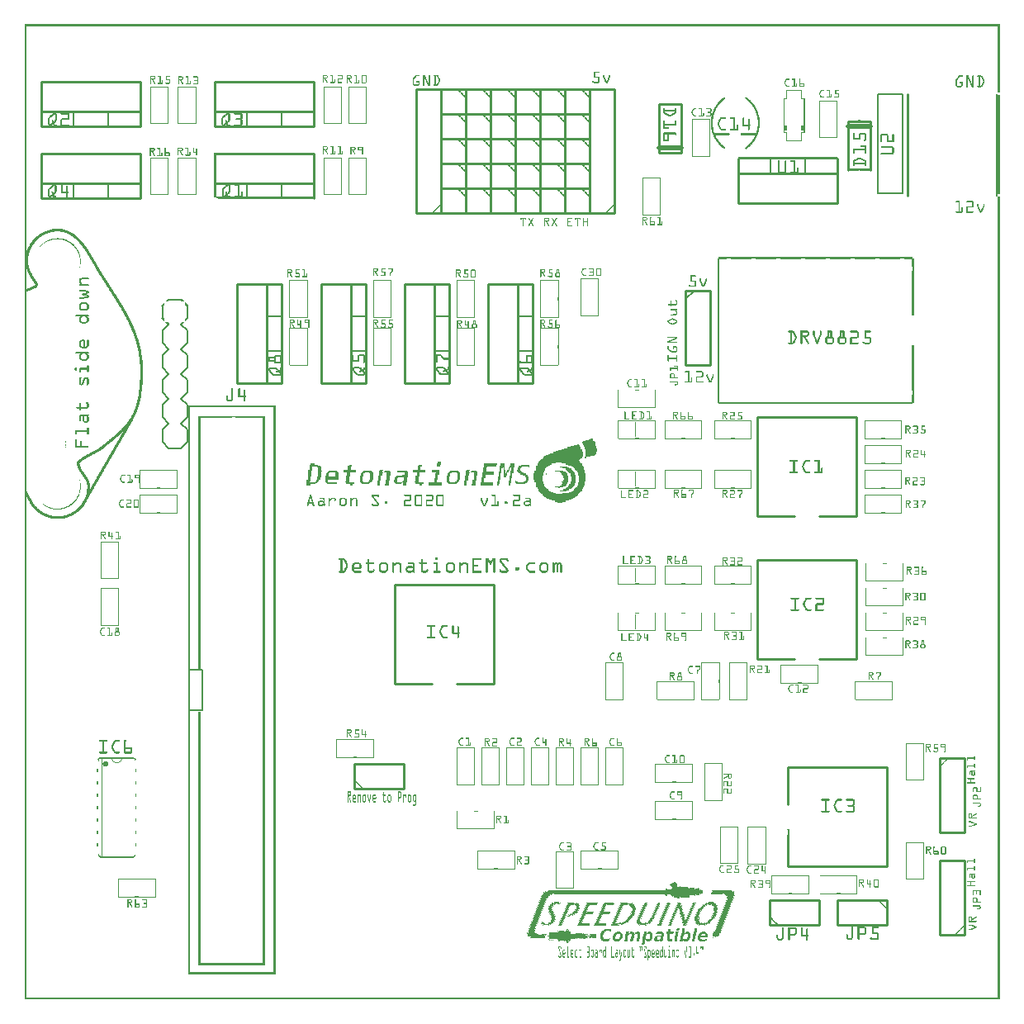
<source format=gto>
G04 MADE WITH FRITZING*
G04 WWW.FRITZING.ORG*
G04 DOUBLE SIDED*
G04 HOLES PLATED*
G04 CONTOUR ON CENTER OF CONTOUR VECTOR*
%ASAXBY*%
%FSLAX23Y23*%
%MOIN*%
%OFA0B0*%
%SFA1.0B1.0*%
%ADD10R,0.063000X0.173200X0.047000X0.157200*%
%ADD11C,0.008000*%
%ADD12C,0.006000*%
%ADD13C,0.002000*%
%ADD14C,0.010000*%
%ADD15C,0.005000*%
%ADD16C,0.020000*%
%ADD17R,0.001000X0.001000*%
%LNSILK1*%
G90*
G70*
G54D11*
X664Y1333D02*
X719Y1333D01*
X719Y1168D01*
X664Y1168D01*
X664Y1333D01*
D02*
G54D12*
X311Y576D02*
X435Y576D01*
D02*
X435Y976D02*
X311Y976D01*
G54D13*
D02*
X310Y976D02*
X310Y576D01*
G54D14*
D02*
X1894Y1276D02*
X1894Y1676D01*
D02*
X1894Y1676D02*
X1494Y1676D01*
D02*
X1494Y1676D02*
X1494Y1276D01*
D02*
X1894Y1276D02*
X1744Y1276D01*
D02*
X1644Y1276D02*
X1494Y1276D01*
D02*
X3357Y1376D02*
X3357Y1776D01*
D02*
X3357Y1776D02*
X2957Y1776D01*
D02*
X2957Y1776D02*
X2957Y1376D01*
D02*
X3357Y1376D02*
X3207Y1376D01*
D02*
X3107Y1376D02*
X2957Y1376D01*
D02*
X3357Y1951D02*
X3357Y2351D01*
D02*
X3357Y2351D02*
X2957Y2351D01*
D02*
X2957Y2351D02*
X2957Y1951D01*
D02*
X3357Y1951D02*
X3207Y1951D01*
D02*
X3107Y1951D02*
X2957Y1951D01*
G54D11*
D02*
X657Y2401D02*
X657Y2351D01*
D02*
X657Y2351D02*
X632Y2326D01*
D02*
X582Y2326D02*
X557Y2351D01*
D02*
X632Y2526D02*
X657Y2501D01*
D02*
X657Y2501D02*
X657Y2451D01*
D02*
X657Y2451D02*
X632Y2426D01*
D02*
X582Y2426D02*
X557Y2451D01*
D02*
X557Y2451D02*
X557Y2501D01*
D02*
X557Y2501D02*
X582Y2526D01*
D02*
X657Y2401D02*
X632Y2426D01*
D02*
X582Y2426D02*
X557Y2401D01*
D02*
X557Y2351D02*
X557Y2401D01*
D02*
X657Y2701D02*
X657Y2651D01*
D02*
X657Y2651D02*
X632Y2626D01*
D02*
X582Y2626D02*
X557Y2651D01*
D02*
X632Y2626D02*
X657Y2601D01*
D02*
X657Y2601D02*
X657Y2551D01*
D02*
X657Y2551D02*
X632Y2526D01*
D02*
X582Y2526D02*
X557Y2551D01*
D02*
X557Y2551D02*
X557Y2601D01*
D02*
X557Y2601D02*
X582Y2626D01*
D02*
X657Y2701D02*
X632Y2726D01*
D02*
X582Y2726D02*
X557Y2701D01*
D02*
X557Y2651D02*
X557Y2701D01*
D02*
X657Y2801D02*
X657Y2751D01*
D02*
X632Y2826D02*
X582Y2826D01*
D02*
X557Y2751D02*
X557Y2801D01*
D02*
X657Y2301D02*
X657Y2251D01*
D02*
X657Y2251D02*
X632Y2226D01*
D02*
X582Y2226D02*
X557Y2251D01*
D02*
X657Y2301D02*
X632Y2326D01*
D02*
X582Y2326D02*
X557Y2301D01*
D02*
X557Y2251D02*
X557Y2301D01*
D02*
X632Y2226D02*
X582Y2226D01*
G54D14*
D02*
X1682Y3176D02*
X1682Y3676D01*
D02*
X1682Y3676D02*
X1582Y3676D01*
D02*
X1582Y3676D02*
X1582Y3176D01*
D02*
X1582Y3176D02*
X1682Y3176D01*
D02*
X2382Y3176D02*
X2382Y3676D01*
D02*
X2382Y3676D02*
X2282Y3676D01*
D02*
X2282Y3676D02*
X2282Y3176D01*
D02*
X2282Y3176D02*
X2382Y3176D01*
D02*
X2182Y3676D02*
X2082Y3676D01*
D02*
X2082Y3676D02*
X2082Y3576D01*
D02*
X2082Y3576D02*
X2182Y3576D01*
D02*
X2182Y3576D02*
X2182Y3676D01*
D02*
X2182Y3576D02*
X2082Y3576D01*
D02*
X2082Y3576D02*
X2082Y3476D01*
D02*
X2082Y3476D02*
X2182Y3476D01*
D02*
X2182Y3476D02*
X2182Y3576D01*
D02*
X2182Y3476D02*
X2082Y3476D01*
D02*
X2082Y3476D02*
X2082Y3376D01*
D02*
X2082Y3376D02*
X2182Y3376D01*
D02*
X2182Y3376D02*
X2182Y3476D01*
D02*
X1982Y3476D02*
X1882Y3476D01*
D02*
X1882Y3476D02*
X1882Y3376D01*
D02*
X1882Y3376D02*
X1982Y3376D01*
D02*
X1982Y3376D02*
X1982Y3476D01*
D02*
X1982Y3676D02*
X1882Y3676D01*
D02*
X1882Y3676D02*
X1882Y3576D01*
D02*
X1882Y3576D02*
X1982Y3576D01*
D02*
X1982Y3576D02*
X1982Y3676D01*
D02*
X1982Y3576D02*
X1882Y3576D01*
D02*
X1882Y3576D02*
X1882Y3476D01*
D02*
X1882Y3476D02*
X1982Y3476D01*
D02*
X1982Y3476D02*
X1982Y3576D01*
D02*
X1982Y3276D02*
X1882Y3276D01*
D02*
X1882Y3276D02*
X1882Y3176D01*
D02*
X1882Y3176D02*
X1982Y3176D01*
D02*
X1982Y3176D02*
X1982Y3276D01*
D02*
X1982Y3376D02*
X1882Y3376D01*
D02*
X1882Y3376D02*
X1882Y3276D01*
D02*
X1882Y3276D02*
X1982Y3276D01*
D02*
X1982Y3276D02*
X1982Y3376D01*
D02*
X1782Y3576D02*
X1682Y3576D01*
D02*
X1682Y3576D02*
X1682Y3476D01*
D02*
X1682Y3476D02*
X1782Y3476D01*
D02*
X1782Y3476D02*
X1782Y3576D01*
D02*
X1782Y3676D02*
X1682Y3676D01*
D02*
X1682Y3676D02*
X1682Y3576D01*
D02*
X1682Y3576D02*
X1782Y3576D01*
D02*
X1782Y3576D02*
X1782Y3676D01*
D02*
X2282Y3276D02*
X2182Y3276D01*
D02*
X2182Y3276D02*
X2182Y3176D01*
D02*
X2182Y3176D02*
X2282Y3176D01*
D02*
X2282Y3176D02*
X2282Y3276D01*
D02*
X1882Y3676D02*
X1782Y3676D01*
D02*
X1782Y3676D02*
X1782Y3576D01*
D02*
X1782Y3576D02*
X1882Y3576D01*
D02*
X1882Y3576D02*
X1882Y3676D01*
D02*
X1882Y3476D02*
X1782Y3476D01*
D02*
X1782Y3476D02*
X1782Y3376D01*
D02*
X1782Y3376D02*
X1882Y3376D01*
D02*
X1882Y3376D02*
X1882Y3476D01*
D02*
X1882Y3276D02*
X1782Y3276D01*
D02*
X1782Y3276D02*
X1782Y3176D01*
D02*
X1782Y3176D02*
X1882Y3176D01*
D02*
X1882Y3176D02*
X1882Y3276D01*
D02*
X1882Y3376D02*
X1782Y3376D01*
D02*
X1782Y3376D02*
X1782Y3276D01*
D02*
X1782Y3276D02*
X1882Y3276D01*
D02*
X1882Y3276D02*
X1882Y3376D01*
D02*
X2282Y3676D02*
X2182Y3676D01*
D02*
X2182Y3676D02*
X2182Y3576D01*
D02*
X2182Y3576D02*
X2282Y3576D01*
D02*
X2282Y3576D02*
X2282Y3676D01*
D02*
X2282Y3576D02*
X2182Y3576D01*
D02*
X2182Y3576D02*
X2182Y3476D01*
D02*
X2182Y3476D02*
X2282Y3476D01*
D02*
X2282Y3476D02*
X2282Y3576D01*
D02*
X2282Y3476D02*
X2182Y3476D01*
D02*
X2182Y3476D02*
X2182Y3376D01*
D02*
X2182Y3376D02*
X2282Y3376D01*
D02*
X2282Y3376D02*
X2282Y3476D01*
D02*
X1782Y3276D02*
X1682Y3276D01*
D02*
X1682Y3276D02*
X1682Y3176D01*
D02*
X1682Y3176D02*
X1782Y3176D01*
D02*
X1782Y3176D02*
X1782Y3276D01*
D02*
X1782Y3376D02*
X1682Y3376D01*
D02*
X1682Y3376D02*
X1682Y3276D01*
D02*
X1682Y3276D02*
X1782Y3276D01*
D02*
X1782Y3276D02*
X1782Y3376D01*
D02*
X2082Y3476D02*
X1982Y3476D01*
D02*
X1982Y3476D02*
X1982Y3376D01*
D02*
X1982Y3376D02*
X2082Y3376D01*
D02*
X2082Y3376D02*
X2082Y3476D01*
D02*
X1882Y3576D02*
X1782Y3576D01*
D02*
X1782Y3576D02*
X1782Y3476D01*
D02*
X1782Y3476D02*
X1882Y3476D01*
D02*
X1882Y3476D02*
X1882Y3576D01*
D02*
X2082Y3276D02*
X1982Y3276D01*
D02*
X1982Y3276D02*
X1982Y3176D01*
D02*
X1982Y3176D02*
X2082Y3176D01*
D02*
X2082Y3176D02*
X2082Y3276D01*
D02*
X2082Y3376D02*
X1982Y3376D01*
D02*
X1982Y3376D02*
X1982Y3276D01*
D02*
X1982Y3276D02*
X2082Y3276D01*
D02*
X2082Y3276D02*
X2082Y3376D01*
D02*
X1332Y851D02*
X1532Y851D01*
D02*
X1532Y851D02*
X1532Y951D01*
D02*
X1532Y951D02*
X1332Y951D01*
D02*
X1332Y951D02*
X1332Y851D01*
D02*
X2082Y3676D02*
X1982Y3676D01*
D02*
X1982Y3676D02*
X1982Y3576D01*
D02*
X1982Y3576D02*
X2082Y3576D01*
D02*
X2082Y3576D02*
X2082Y3676D01*
D02*
X2082Y3576D02*
X1982Y3576D01*
D02*
X1982Y3576D02*
X1982Y3476D01*
D02*
X1982Y3476D02*
X2082Y3476D01*
D02*
X2082Y3476D02*
X2082Y3576D01*
D02*
X2282Y3376D02*
X2182Y3376D01*
D02*
X2182Y3376D02*
X2182Y3276D01*
D02*
X2182Y3276D02*
X2282Y3276D01*
D02*
X2282Y3276D02*
X2282Y3376D01*
D02*
X1782Y3476D02*
X1682Y3476D01*
D02*
X1682Y3476D02*
X1682Y3376D01*
D02*
X1682Y3376D02*
X1782Y3376D01*
D02*
X1782Y3376D02*
X1782Y3476D01*
D02*
X2182Y3276D02*
X2082Y3276D01*
D02*
X2082Y3276D02*
X2082Y3176D01*
D02*
X2082Y3176D02*
X2182Y3176D01*
D02*
X2182Y3176D02*
X2182Y3276D01*
D02*
X2182Y3376D02*
X2082Y3376D01*
D02*
X2082Y3376D02*
X2082Y3276D01*
D02*
X2082Y3276D02*
X2182Y3276D01*
D02*
X2182Y3276D02*
X2182Y3376D01*
D02*
X3082Y538D02*
X3482Y538D01*
D02*
X3482Y538D02*
X3482Y938D01*
D02*
X3482Y938D02*
X3082Y938D01*
D02*
X3082Y788D02*
X3082Y938D01*
D02*
X1377Y2888D02*
X1377Y2488D01*
D02*
X1377Y2488D02*
X1197Y2488D01*
D02*
X1197Y2488D02*
X1197Y2888D01*
D02*
X1197Y2888D02*
X1377Y2888D01*
D02*
X1377Y2888D02*
X1377Y2488D01*
D02*
X1377Y2488D02*
X1317Y2488D01*
D02*
X1317Y2488D02*
X1317Y2888D01*
D02*
X1317Y2888D02*
X1377Y2888D01*
G54D15*
D02*
X1377Y2758D02*
X1317Y2758D01*
D02*
X1377Y2618D02*
X1317Y2618D01*
G54D14*
D02*
X2052Y2888D02*
X2052Y2488D01*
D02*
X2052Y2488D02*
X1872Y2488D01*
D02*
X1872Y2488D02*
X1872Y2888D01*
D02*
X1872Y2888D02*
X2052Y2888D01*
D02*
X2052Y2888D02*
X2052Y2488D01*
D02*
X2052Y2488D02*
X1992Y2488D01*
D02*
X1992Y2488D02*
X1992Y2888D01*
D02*
X1992Y2888D02*
X2052Y2888D01*
G54D15*
D02*
X2052Y2758D02*
X1992Y2758D01*
D02*
X2052Y2618D02*
X1992Y2618D01*
G54D14*
D02*
X1714Y2888D02*
X1714Y2488D01*
D02*
X1714Y2488D02*
X1534Y2488D01*
D02*
X1534Y2488D02*
X1534Y2888D01*
D02*
X1534Y2888D02*
X1714Y2888D01*
D02*
X1714Y2888D02*
X1714Y2488D01*
D02*
X1714Y2488D02*
X1654Y2488D01*
D02*
X1654Y2488D02*
X1654Y2888D01*
D02*
X1654Y2888D02*
X1714Y2888D01*
G54D15*
D02*
X1714Y2758D02*
X1654Y2758D01*
D02*
X1714Y2618D02*
X1654Y2618D01*
G54D14*
D02*
X1039Y2888D02*
X1039Y2488D01*
D02*
X1039Y2488D02*
X859Y2488D01*
D02*
X859Y2488D02*
X859Y2888D01*
D02*
X859Y2888D02*
X1039Y2888D01*
D02*
X1039Y2888D02*
X1039Y2488D01*
D02*
X1039Y2488D02*
X979Y2488D01*
D02*
X979Y2488D02*
X979Y2888D01*
D02*
X979Y2888D02*
X1039Y2888D01*
G54D15*
D02*
X1039Y2758D02*
X979Y2758D01*
D02*
X1039Y2618D02*
X979Y2618D01*
G54D14*
D02*
X3794Y263D02*
X3794Y563D01*
D02*
X3794Y563D02*
X3694Y563D01*
D02*
X3694Y563D02*
X3694Y263D01*
D02*
X3694Y263D02*
X3794Y263D01*
D02*
X3694Y976D02*
X3694Y676D01*
D02*
X3694Y676D02*
X3794Y676D01*
D02*
X3794Y676D02*
X3794Y976D01*
D02*
X3794Y976D02*
X3694Y976D01*
D02*
X2669Y2863D02*
X2669Y2563D01*
D02*
X2669Y2563D02*
X2769Y2563D01*
D02*
X2769Y2563D02*
X2769Y2863D01*
D02*
X2769Y2863D02*
X2669Y2863D01*
G54D15*
D02*
X2669Y2828D02*
X2704Y2863D01*
G54D14*
D02*
X3007Y301D02*
X3207Y301D01*
D02*
X3207Y301D02*
X3207Y401D01*
D02*
X3207Y401D02*
X3007Y401D01*
D02*
X3007Y401D02*
X3007Y301D01*
D02*
X3482Y401D02*
X3282Y401D01*
D02*
X3282Y401D02*
X3282Y301D01*
D02*
X3282Y301D02*
X3482Y301D01*
D02*
X3482Y301D02*
X3482Y401D01*
D02*
X3282Y3396D02*
X3282Y3216D01*
D02*
X3282Y3216D02*
X2882Y3216D01*
D02*
X3282Y3396D02*
X3282Y3336D01*
D02*
X3282Y3336D02*
X2882Y3336D01*
G54D15*
D02*
X3012Y3396D02*
X3012Y3336D01*
D02*
X3152Y3396D02*
X3152Y3336D01*
G54D14*
D02*
X2562Y3419D02*
X2562Y3614D01*
D02*
X2652Y3614D02*
X2652Y3419D01*
D02*
X2652Y3419D02*
X2562Y3419D01*
G54D16*
D02*
X2652Y3439D02*
X2562Y3439D01*
G54D14*
D02*
X3414Y3545D02*
X3414Y3350D01*
D02*
X3324Y3350D02*
X3324Y3545D01*
D02*
X3324Y3545D02*
X3414Y3545D01*
G54D16*
D02*
X3324Y3525D02*
X3414Y3525D01*
G54D15*
D02*
X3444Y3255D02*
X3544Y3255D01*
D02*
X3544Y3255D02*
X3544Y3655D01*
D02*
X3544Y3655D02*
X3444Y3655D01*
D02*
X3444Y3655D02*
X3444Y3255D01*
G54D14*
D02*
X469Y3237D02*
X69Y3237D01*
D02*
X69Y3237D02*
X69Y3417D01*
D02*
X69Y3417D02*
X469Y3417D01*
D02*
X469Y3417D02*
X469Y3237D01*
D02*
X469Y3237D02*
X69Y3237D01*
D02*
X69Y3237D02*
X69Y3297D01*
D02*
X69Y3297D02*
X469Y3297D01*
D02*
X469Y3297D02*
X469Y3237D01*
G54D15*
D02*
X339Y3237D02*
X339Y3297D01*
D02*
X199Y3237D02*
X199Y3297D01*
G54D14*
D02*
X1169Y3525D02*
X769Y3525D01*
D02*
X769Y3525D02*
X769Y3705D01*
D02*
X769Y3705D02*
X1169Y3705D01*
D02*
X1169Y3705D02*
X1169Y3525D01*
D02*
X1169Y3525D02*
X769Y3525D01*
D02*
X769Y3525D02*
X769Y3585D01*
D02*
X769Y3585D02*
X1169Y3585D01*
D02*
X1169Y3585D02*
X1169Y3525D01*
G54D15*
D02*
X1039Y3525D02*
X1039Y3585D01*
D02*
X899Y3525D02*
X899Y3585D01*
G54D14*
D02*
X469Y3525D02*
X69Y3525D01*
D02*
X69Y3525D02*
X69Y3705D01*
D02*
X69Y3705D02*
X469Y3705D01*
D02*
X469Y3705D02*
X469Y3525D01*
D02*
X469Y3525D02*
X69Y3525D01*
D02*
X69Y3525D02*
X69Y3585D01*
D02*
X69Y3585D02*
X469Y3585D01*
D02*
X469Y3585D02*
X469Y3525D01*
G54D15*
D02*
X339Y3525D02*
X339Y3585D01*
D02*
X199Y3525D02*
X199Y3585D01*
G54D14*
D02*
X769Y3417D02*
X1169Y3417D01*
D02*
X1169Y3417D02*
X1169Y3237D01*
D02*
X769Y3297D02*
X1169Y3297D01*
D02*
X1169Y3297D02*
X1169Y3237D01*
G54D15*
D02*
X1039Y3237D02*
X1039Y3297D01*
D02*
X899Y3237D02*
X899Y3297D01*
G54D14*
D02*
X3564Y3656D02*
X3564Y3246D01*
G54D15*
D02*
X3924Y3246D02*
X3924Y3656D01*
G36*
X2285Y2266D02*
X2285Y2263D01*
X2277Y2263D01*
X2277Y2259D01*
X2265Y2259D01*
X2265Y2255D01*
X2254Y2255D01*
X2254Y2251D01*
X2250Y2251D01*
X2250Y2247D01*
X2254Y2247D01*
X2254Y2239D01*
X2257Y2239D01*
X2257Y2231D01*
X2261Y2231D01*
X2261Y2223D01*
X2265Y2223D01*
X2265Y2191D01*
X2261Y2191D01*
X2261Y2187D01*
X2269Y2187D01*
X2269Y2191D01*
X2285Y2191D01*
X2285Y2195D01*
X2300Y2195D01*
X2300Y2199D01*
X2304Y2199D01*
X2304Y2203D01*
X2308Y2203D01*
X2308Y2211D01*
X2312Y2211D01*
X2312Y2227D01*
X2308Y2227D01*
X2308Y2235D01*
X2304Y2235D01*
X2304Y2251D01*
X2300Y2251D01*
X2300Y2255D01*
X2296Y2255D01*
X2296Y2263D01*
X2293Y2263D01*
X2293Y2266D01*
X2285Y2266D01*
G37*
D02*
G36*
X2230Y2243D02*
X2230Y2239D01*
X2218Y2239D01*
X2218Y2235D01*
X2203Y2235D01*
X2203Y2231D01*
X2191Y2231D01*
X2191Y2227D01*
X2179Y2227D01*
X2179Y2223D01*
X2168Y2223D01*
X2168Y2219D01*
X2156Y2219D01*
X2156Y2215D01*
X2144Y2215D01*
X2144Y2211D01*
X2133Y2211D01*
X2133Y2207D01*
X2121Y2207D01*
X2121Y2203D01*
X2113Y2203D01*
X2113Y2199D01*
X2105Y2199D01*
X2105Y2195D01*
X2098Y2195D01*
X2098Y2191D01*
X2094Y2191D01*
X2094Y2187D01*
X2090Y2187D01*
X2090Y2183D01*
X2086Y2183D01*
X2086Y2180D01*
X2082Y2180D01*
X2082Y2176D01*
X2078Y2176D01*
X2078Y2172D01*
X2074Y2172D01*
X2074Y2168D01*
X2168Y2168D01*
X2168Y2164D01*
X2183Y2164D01*
X2183Y2160D01*
X2195Y2160D01*
X2195Y2156D01*
X2207Y2156D01*
X2207Y2152D01*
X2215Y2152D01*
X2215Y2148D01*
X2218Y2148D01*
X2218Y2144D01*
X2222Y2144D01*
X2222Y2140D01*
X2226Y2140D01*
X2226Y2136D01*
X2230Y2136D01*
X2230Y2128D01*
X2234Y2128D01*
X2234Y2116D01*
X2238Y2116D01*
X2238Y2089D01*
X2234Y2089D01*
X2234Y2077D01*
X2230Y2077D01*
X2230Y2069D01*
X2226Y2069D01*
X2226Y2065D01*
X2222Y2065D01*
X2222Y2061D01*
X2218Y2061D01*
X2218Y2057D01*
X2215Y2057D01*
X2215Y2053D01*
X2207Y2053D01*
X2207Y2049D01*
X2199Y2049D01*
X2199Y2045D01*
X2172Y2045D01*
X2172Y2041D01*
X2238Y2041D01*
X2238Y2045D01*
X2242Y2045D01*
X2242Y2049D01*
X2246Y2049D01*
X2246Y2053D01*
X2250Y2053D01*
X2250Y2061D01*
X2254Y2061D01*
X2254Y2069D01*
X2257Y2069D01*
X2257Y2077D01*
X2261Y2077D01*
X2261Y2093D01*
X2265Y2093D01*
X2265Y2124D01*
X2261Y2124D01*
X2261Y2140D01*
X2257Y2140D01*
X2257Y2152D01*
X2254Y2152D01*
X2254Y2156D01*
X2250Y2156D01*
X2250Y2164D01*
X2246Y2164D01*
X2246Y2168D01*
X2242Y2168D01*
X2242Y2176D01*
X2238Y2176D01*
X2238Y2180D01*
X2242Y2180D01*
X2242Y2183D01*
X2246Y2183D01*
X2246Y2187D01*
X2250Y2187D01*
X2250Y2191D01*
X2254Y2191D01*
X2254Y2211D01*
X2250Y2211D01*
X2250Y2223D01*
X2246Y2223D01*
X2246Y2231D01*
X2242Y2231D01*
X2242Y2239D01*
X2238Y2239D01*
X2238Y2243D01*
X2230Y2243D01*
G37*
D02*
G36*
X2074Y2168D02*
X2074Y2164D01*
X2070Y2164D01*
X2070Y2156D01*
X2066Y2156D01*
X2066Y2148D01*
X2063Y2148D01*
X2063Y2136D01*
X2059Y2136D01*
X2059Y2124D01*
X2055Y2124D01*
X2055Y2100D01*
X2059Y2100D01*
X2059Y2089D01*
X2063Y2089D01*
X2063Y2077D01*
X2066Y2077D01*
X2066Y2069D01*
X2070Y2069D01*
X2070Y2061D01*
X2074Y2061D01*
X2074Y2053D01*
X2078Y2053D01*
X2078Y2049D01*
X2082Y2049D01*
X2082Y2045D01*
X2086Y2045D01*
X2086Y2041D01*
X2144Y2041D01*
X2144Y2045D01*
X2133Y2045D01*
X2133Y2049D01*
X2125Y2049D01*
X2125Y2053D01*
X2117Y2053D01*
X2117Y2057D01*
X2113Y2057D01*
X2113Y2061D01*
X2109Y2061D01*
X2109Y2065D01*
X2105Y2065D01*
X2105Y2069D01*
X2102Y2069D01*
X2102Y2073D01*
X2098Y2073D01*
X2098Y2081D01*
X2094Y2081D01*
X2094Y2093D01*
X2090Y2093D01*
X2090Y2116D01*
X2094Y2116D01*
X2094Y2128D01*
X2098Y2128D01*
X2098Y2136D01*
X2102Y2136D01*
X2102Y2144D01*
X2105Y2144D01*
X2105Y2148D01*
X2109Y2148D01*
X2109Y2152D01*
X2113Y2152D01*
X2113Y2156D01*
X2121Y2156D01*
X2121Y2160D01*
X2129Y2160D01*
X2129Y2164D01*
X2144Y2164D01*
X2144Y2168D01*
X2074Y2168D01*
G37*
D02*
G36*
X2090Y2041D02*
X2090Y2037D01*
X2234Y2037D01*
X2234Y2041D01*
X2090Y2041D01*
G37*
D02*
G36*
X2090Y2041D02*
X2090Y2037D01*
X2234Y2037D01*
X2234Y2041D01*
X2090Y2041D01*
G37*
D02*
G36*
X2094Y2037D02*
X2094Y2033D01*
X2098Y2033D01*
X2098Y2029D01*
X2105Y2029D01*
X2105Y2025D01*
X2109Y2025D01*
X2109Y2021D01*
X2117Y2021D01*
X2117Y2018D01*
X2129Y2018D01*
X2129Y2014D01*
X2140Y2014D01*
X2140Y2010D01*
X2152Y2010D01*
X2152Y2006D01*
X2172Y2006D01*
X2172Y2010D01*
X2183Y2010D01*
X2183Y2014D01*
X2199Y2014D01*
X2199Y2018D01*
X2207Y2018D01*
X2207Y2021D01*
X2215Y2021D01*
X2215Y2025D01*
X2222Y2025D01*
X2222Y2029D01*
X2226Y2029D01*
X2226Y2033D01*
X2230Y2033D01*
X2230Y2037D01*
X2094Y2037D01*
G37*
D02*
G36*
X1669Y2172D02*
X1669Y2164D01*
X1665Y2164D01*
X1665Y2152D01*
X1677Y2152D01*
X1677Y2160D01*
X1681Y2160D01*
X1681Y2172D01*
X1669Y2172D01*
G37*
D02*
G36*
X1154Y2164D02*
X1154Y2160D01*
X1150Y2160D01*
X1150Y2152D01*
X1182Y2152D01*
X1182Y2148D01*
X1185Y2148D01*
X1185Y2112D01*
X1182Y2112D01*
X1182Y2100D01*
X1178Y2100D01*
X1178Y2093D01*
X1174Y2093D01*
X1174Y2089D01*
X1185Y2089D01*
X1185Y2093D01*
X1189Y2093D01*
X1189Y2100D01*
X1193Y2100D01*
X1193Y2108D01*
X1197Y2108D01*
X1197Y2132D01*
X1201Y2132D01*
X1201Y2136D01*
X1197Y2136D01*
X1197Y2152D01*
X1193Y2152D01*
X1193Y2156D01*
X1185Y2156D01*
X1185Y2160D01*
X1170Y2160D01*
X1170Y2164D01*
X1154Y2164D01*
G37*
D02*
G36*
X1150Y2152D02*
X1150Y2140D01*
X1146Y2140D01*
X1146Y2120D01*
X1143Y2120D01*
X1143Y2100D01*
X1139Y2100D01*
X1139Y2089D01*
X1150Y2089D01*
X1150Y2093D01*
X1154Y2093D01*
X1154Y2112D01*
X1158Y2112D01*
X1158Y2136D01*
X1162Y2136D01*
X1162Y2152D01*
X1150Y2152D01*
G37*
D02*
G36*
X1139Y2089D02*
X1139Y2085D01*
X1182Y2085D01*
X1182Y2089D01*
X1139Y2089D01*
G37*
D02*
G36*
X1139Y2089D02*
X1139Y2085D01*
X1182Y2085D01*
X1182Y2089D01*
X1139Y2089D01*
G37*
D02*
G36*
X1139Y2085D02*
X1139Y2077D01*
X1154Y2077D01*
X1154Y2081D01*
X1174Y2081D01*
X1174Y2085D01*
X1139Y2085D01*
G37*
D02*
G36*
X1856Y2164D02*
X1856Y2148D01*
X1852Y2148D01*
X1852Y2128D01*
X1848Y2128D01*
X1848Y2108D01*
X1844Y2108D01*
X1844Y2089D01*
X1840Y2089D01*
X1840Y2077D01*
X1891Y2077D01*
X1891Y2089D01*
X1856Y2089D01*
X1856Y2104D01*
X1860Y2104D01*
X1860Y2120D01*
X1895Y2120D01*
X1895Y2132D01*
X1864Y2132D01*
X1864Y2148D01*
X1868Y2148D01*
X1868Y2152D01*
X1903Y2152D01*
X1903Y2160D01*
X1907Y2160D01*
X1907Y2164D01*
X1856Y2164D01*
G37*
D02*
G36*
X1922Y2164D02*
X1922Y2156D01*
X1918Y2156D01*
X1918Y2148D01*
X1934Y2148D01*
X1934Y2124D01*
X1942Y2124D01*
X1942Y2140D01*
X1938Y2140D01*
X1938Y2164D01*
X1922Y2164D01*
G37*
D02*
G36*
X1961Y2164D02*
X1961Y2156D01*
X1957Y2156D01*
X1957Y2148D01*
X1965Y2148D01*
X1965Y2136D01*
X1961Y2136D01*
X1961Y2116D01*
X1957Y2116D01*
X1957Y2097D01*
X1953Y2097D01*
X1953Y2077D01*
X1961Y2077D01*
X1961Y2085D01*
X1965Y2085D01*
X1965Y2104D01*
X1969Y2104D01*
X1969Y2124D01*
X1973Y2124D01*
X1973Y2148D01*
X1977Y2148D01*
X1977Y2164D01*
X1961Y2164D01*
G37*
D02*
G36*
X1918Y2148D02*
X1918Y2132D01*
X1914Y2132D01*
X1914Y2112D01*
X1910Y2112D01*
X1910Y2093D01*
X1907Y2093D01*
X1907Y2077D01*
X1914Y2077D01*
X1914Y2081D01*
X1918Y2081D01*
X1918Y2100D01*
X1922Y2100D01*
X1922Y2124D01*
X1926Y2124D01*
X1926Y2144D01*
X1930Y2144D01*
X1930Y2148D01*
X1918Y2148D01*
G37*
D02*
G36*
X1953Y2148D02*
X1953Y2140D01*
X1949Y2140D01*
X1949Y2132D01*
X1946Y2132D01*
X1946Y2124D01*
X1949Y2124D01*
X1949Y2128D01*
X1953Y2128D01*
X1953Y2136D01*
X1957Y2136D01*
X1957Y2144D01*
X1961Y2144D01*
X1961Y2148D01*
X1953Y2148D01*
G37*
D02*
G36*
X1934Y2124D02*
X1934Y2120D01*
X1949Y2120D01*
X1949Y2124D01*
X1934Y2124D01*
G37*
D02*
G36*
X1934Y2124D02*
X1934Y2120D01*
X1949Y2120D01*
X1949Y2124D01*
X1934Y2124D01*
G37*
D02*
G36*
X1934Y2120D02*
X1934Y2108D01*
X1946Y2108D01*
X1946Y2116D01*
X1949Y2116D01*
X1949Y2120D01*
X1934Y2120D01*
G37*
D02*
G36*
X1310Y2160D02*
X1310Y2156D01*
X1306Y2156D01*
X1306Y2140D01*
X1287Y2140D01*
X1287Y2128D01*
X1302Y2128D01*
X1302Y2116D01*
X1299Y2116D01*
X1299Y2093D01*
X1295Y2093D01*
X1295Y2089D01*
X1299Y2089D01*
X1299Y2081D01*
X1314Y2081D01*
X1314Y2077D01*
X1326Y2077D01*
X1326Y2081D01*
X1330Y2081D01*
X1330Y2089D01*
X1310Y2089D01*
X1310Y2112D01*
X1314Y2112D01*
X1314Y2128D01*
X1337Y2128D01*
X1337Y2140D01*
X1318Y2140D01*
X1318Y2152D01*
X1322Y2152D01*
X1322Y2160D01*
X1310Y2160D01*
G37*
D02*
G36*
X1591Y2160D02*
X1591Y2156D01*
X1587Y2156D01*
X1587Y2140D01*
X1567Y2140D01*
X1567Y2128D01*
X1583Y2128D01*
X1583Y2116D01*
X1579Y2116D01*
X1579Y2093D01*
X1575Y2093D01*
X1575Y2089D01*
X1579Y2089D01*
X1579Y2081D01*
X1595Y2081D01*
X1595Y2077D01*
X1606Y2077D01*
X1606Y2081D01*
X1610Y2081D01*
X1610Y2089D01*
X1591Y2089D01*
X1591Y2112D01*
X1595Y2112D01*
X1595Y2128D01*
X1618Y2128D01*
X1618Y2140D01*
X1599Y2140D01*
X1599Y2152D01*
X1603Y2152D01*
X1603Y2160D01*
X1591Y2160D01*
G37*
D02*
G36*
X2160Y2152D02*
X2160Y2148D01*
X2172Y2148D01*
X2172Y2144D01*
X2183Y2144D01*
X2183Y2140D01*
X2187Y2140D01*
X2187Y2136D01*
X2191Y2136D01*
X2191Y2132D01*
X2195Y2132D01*
X2195Y2128D01*
X2199Y2128D01*
X2199Y2124D01*
X2203Y2124D01*
X2203Y2112D01*
X2207Y2112D01*
X2207Y2093D01*
X2203Y2093D01*
X2203Y2081D01*
X2199Y2081D01*
X2199Y2077D01*
X2195Y2077D01*
X2195Y2069D01*
X2187Y2069D01*
X2187Y2065D01*
X2183Y2065D01*
X2183Y2061D01*
X2176Y2061D01*
X2176Y2057D01*
X2160Y2057D01*
X2160Y2053D01*
X2187Y2053D01*
X2187Y2057D01*
X2199Y2057D01*
X2199Y2061D01*
X2207Y2061D01*
X2207Y2065D01*
X2211Y2065D01*
X2211Y2069D01*
X2215Y2069D01*
X2215Y2073D01*
X2218Y2073D01*
X2218Y2077D01*
X2222Y2077D01*
X2222Y2085D01*
X2226Y2085D01*
X2226Y2120D01*
X2222Y2120D01*
X2222Y2128D01*
X2218Y2128D01*
X2218Y2132D01*
X2215Y2132D01*
X2215Y2136D01*
X2211Y2136D01*
X2211Y2140D01*
X2207Y2140D01*
X2207Y2144D01*
X2199Y2144D01*
X2199Y2148D01*
X2191Y2148D01*
X2191Y2152D01*
X2160Y2152D01*
G37*
D02*
G36*
X1435Y2140D02*
X1435Y2136D01*
X1431Y2136D01*
X1431Y2116D01*
X1427Y2116D01*
X1427Y2097D01*
X1423Y2097D01*
X1423Y2077D01*
X1435Y2077D01*
X1435Y2097D01*
X1439Y2097D01*
X1439Y2116D01*
X1443Y2116D01*
X1443Y2124D01*
X1447Y2124D01*
X1447Y2128D01*
X1443Y2128D01*
X1443Y2136D01*
X1447Y2136D01*
X1447Y2140D01*
X1435Y2140D01*
G37*
D02*
G36*
X1645Y2140D02*
X1645Y2128D01*
X1661Y2128D01*
X1661Y2124D01*
X1657Y2124D01*
X1657Y2104D01*
X1653Y2104D01*
X1653Y2089D01*
X1630Y2089D01*
X1630Y2077D01*
X1684Y2077D01*
X1684Y2089D01*
X1665Y2089D01*
X1665Y2100D01*
X1669Y2100D01*
X1669Y2120D01*
X1673Y2120D01*
X1673Y2140D01*
X1645Y2140D01*
G37*
D02*
G36*
X1786Y2140D02*
X1786Y2136D01*
X1782Y2136D01*
X1782Y2116D01*
X1778Y2116D01*
X1778Y2097D01*
X1774Y2097D01*
X1774Y2077D01*
X1786Y2077D01*
X1786Y2097D01*
X1790Y2097D01*
X1790Y2116D01*
X1794Y2116D01*
X1794Y2124D01*
X1797Y2124D01*
X1797Y2128D01*
X1794Y2128D01*
X1794Y2136D01*
X1797Y2136D01*
X1797Y2140D01*
X1786Y2140D01*
G37*
D02*
G36*
X1228Y2136D02*
X1228Y2132D01*
X1224Y2132D01*
X1224Y2128D01*
X1256Y2128D01*
X1256Y2112D01*
X1267Y2112D01*
X1267Y2128D01*
X1263Y2128D01*
X1263Y2132D01*
X1260Y2132D01*
X1260Y2136D01*
X1228Y2136D01*
G37*
D02*
G36*
X1221Y2128D02*
X1221Y2124D01*
X1217Y2124D01*
X1217Y2116D01*
X1213Y2116D01*
X1213Y2112D01*
X1228Y2112D01*
X1228Y2124D01*
X1232Y2124D01*
X1232Y2128D01*
X1221Y2128D01*
G37*
D02*
G36*
X1213Y2112D02*
X1213Y2108D01*
X1267Y2108D01*
X1267Y2112D01*
X1213Y2112D01*
G37*
D02*
G36*
X1213Y2112D02*
X1213Y2108D01*
X1267Y2108D01*
X1267Y2112D01*
X1213Y2112D01*
G37*
D02*
G36*
X1213Y2108D02*
X1213Y2089D01*
X1217Y2089D01*
X1217Y2085D01*
X1221Y2085D01*
X1221Y2081D01*
X1260Y2081D01*
X1260Y2089D01*
X1224Y2089D01*
X1224Y2100D01*
X1267Y2100D01*
X1267Y2108D01*
X1213Y2108D01*
G37*
D02*
G36*
X1369Y2136D02*
X1369Y2132D01*
X1365Y2132D01*
X1365Y2128D01*
X1392Y2128D01*
X1392Y2124D01*
X1396Y2124D01*
X1396Y2100D01*
X1392Y2100D01*
X1392Y2093D01*
X1388Y2093D01*
X1388Y2089D01*
X1400Y2089D01*
X1400Y2093D01*
X1404Y2093D01*
X1404Y2100D01*
X1408Y2100D01*
X1408Y2128D01*
X1404Y2128D01*
X1404Y2132D01*
X1400Y2132D01*
X1400Y2136D01*
X1369Y2136D01*
G37*
D02*
G36*
X1361Y2128D02*
X1361Y2124D01*
X1357Y2124D01*
X1357Y2116D01*
X1353Y2116D01*
X1353Y2089D01*
X1369Y2089D01*
X1369Y2093D01*
X1365Y2093D01*
X1365Y2112D01*
X1369Y2112D01*
X1369Y2124D01*
X1373Y2124D01*
X1373Y2128D01*
X1361Y2128D01*
G37*
D02*
G36*
X1357Y2089D02*
X1357Y2085D01*
X1396Y2085D01*
X1396Y2089D01*
X1357Y2089D01*
G37*
D02*
G36*
X1357Y2089D02*
X1357Y2085D01*
X1396Y2085D01*
X1396Y2089D01*
X1357Y2089D01*
G37*
D02*
G36*
X1361Y2085D02*
X1361Y2081D01*
X1392Y2081D01*
X1392Y2085D01*
X1361Y2085D01*
G37*
D02*
G36*
X1454Y2136D02*
X1454Y2132D01*
X1451Y2132D01*
X1451Y2128D01*
X1462Y2128D01*
X1462Y2100D01*
X1458Y2100D01*
X1458Y2081D01*
X1454Y2081D01*
X1454Y2077D01*
X1470Y2077D01*
X1470Y2097D01*
X1474Y2097D01*
X1474Y2116D01*
X1478Y2116D01*
X1478Y2132D01*
X1474Y2132D01*
X1474Y2136D01*
X1454Y2136D01*
G37*
D02*
G36*
X1505Y2136D02*
X1505Y2128D01*
X1536Y2128D01*
X1536Y2120D01*
X1525Y2120D01*
X1525Y2116D01*
X1501Y2116D01*
X1501Y2112D01*
X1497Y2112D01*
X1497Y2108D01*
X1532Y2108D01*
X1532Y2097D01*
X1528Y2097D01*
X1528Y2093D01*
X1525Y2093D01*
X1525Y2089D01*
X1528Y2089D01*
X1528Y2077D01*
X1540Y2077D01*
X1540Y2089D01*
X1544Y2089D01*
X1544Y2108D01*
X1548Y2108D01*
X1548Y2132D01*
X1544Y2132D01*
X1544Y2136D01*
X1505Y2136D01*
G37*
D02*
G36*
X1493Y2108D02*
X1493Y2100D01*
X1490Y2100D01*
X1490Y2089D01*
X1505Y2089D01*
X1505Y2104D01*
X1509Y2104D01*
X1509Y2108D01*
X1493Y2108D01*
G37*
D02*
G36*
X1493Y2089D02*
X1493Y2085D01*
X1497Y2085D01*
X1497Y2081D01*
X1521Y2081D01*
X1521Y2085D01*
X1525Y2085D01*
X1525Y2089D01*
X1493Y2089D01*
G37*
D02*
G36*
X1719Y2136D02*
X1719Y2132D01*
X1716Y2132D01*
X1716Y2128D01*
X1743Y2128D01*
X1743Y2124D01*
X1747Y2124D01*
X1747Y2100D01*
X1743Y2100D01*
X1743Y2093D01*
X1739Y2093D01*
X1739Y2089D01*
X1751Y2089D01*
X1751Y2093D01*
X1755Y2093D01*
X1755Y2100D01*
X1758Y2100D01*
X1758Y2128D01*
X1755Y2128D01*
X1755Y2132D01*
X1751Y2132D01*
X1751Y2136D01*
X1719Y2136D01*
G37*
D02*
G36*
X1712Y2128D02*
X1712Y2124D01*
X1708Y2124D01*
X1708Y2116D01*
X1704Y2116D01*
X1704Y2089D01*
X1719Y2089D01*
X1719Y2093D01*
X1716Y2093D01*
X1716Y2112D01*
X1719Y2112D01*
X1719Y2124D01*
X1723Y2124D01*
X1723Y2128D01*
X1712Y2128D01*
G37*
D02*
G36*
X1708Y2089D02*
X1708Y2085D01*
X1747Y2085D01*
X1747Y2089D01*
X1708Y2089D01*
G37*
D02*
G36*
X1708Y2089D02*
X1708Y2085D01*
X1747Y2085D01*
X1747Y2089D01*
X1708Y2089D01*
G37*
D02*
G36*
X1712Y2085D02*
X1712Y2081D01*
X1743Y2081D01*
X1743Y2085D01*
X1712Y2085D01*
G37*
D02*
G36*
X1805Y2136D02*
X1805Y2132D01*
X1801Y2132D01*
X1801Y2128D01*
X1813Y2128D01*
X1813Y2100D01*
X1809Y2100D01*
X1809Y2081D01*
X1805Y2081D01*
X1805Y2077D01*
X1821Y2077D01*
X1821Y2097D01*
X1825Y2097D01*
X1825Y2116D01*
X1829Y2116D01*
X1829Y2132D01*
X1825Y2132D01*
X1825Y2136D01*
X1805Y2136D01*
G37*
D02*
G36*
X2140Y2136D02*
X2140Y2132D01*
X2160Y2132D01*
X2160Y2128D01*
X2164Y2128D01*
X2164Y2124D01*
X2168Y2124D01*
X2168Y2120D01*
X2172Y2120D01*
X2172Y2116D01*
X2176Y2116D01*
X2176Y2104D01*
X2179Y2104D01*
X2179Y2100D01*
X2176Y2100D01*
X2176Y2093D01*
X2168Y2093D01*
X2168Y2089D01*
X2172Y2089D01*
X2172Y2081D01*
X2168Y2081D01*
X2168Y2077D01*
X2160Y2077D01*
X2160Y2073D01*
X2140Y2073D01*
X2140Y2069D01*
X2156Y2069D01*
X2156Y2065D01*
X2160Y2065D01*
X2160Y2069D01*
X2176Y2069D01*
X2176Y2073D01*
X2183Y2073D01*
X2183Y2077D01*
X2187Y2077D01*
X2187Y2081D01*
X2191Y2081D01*
X2191Y2089D01*
X2195Y2089D01*
X2195Y2116D01*
X2191Y2116D01*
X2191Y2124D01*
X2187Y2124D01*
X2187Y2128D01*
X2183Y2128D01*
X2183Y2132D01*
X2176Y2132D01*
X2176Y2136D01*
X2140Y2136D01*
G37*
D02*
G36*
X2105Y2124D02*
X2105Y2120D01*
X2109Y2120D01*
X2109Y2124D01*
X2105Y2124D01*
G37*
D02*
G36*
X2004Y2160D02*
X2004Y2156D01*
X1996Y2156D01*
X1996Y2152D01*
X2035Y2152D01*
X2035Y2148D01*
X2039Y2148D01*
X2039Y2160D01*
X2004Y2160D01*
G37*
D02*
G36*
X1996Y2152D02*
X1996Y2148D01*
X1992Y2148D01*
X1992Y2140D01*
X1988Y2140D01*
X1988Y2132D01*
X1992Y2132D01*
X1992Y2128D01*
X1996Y2128D01*
X1996Y2124D01*
X2000Y2124D01*
X2000Y2120D01*
X2012Y2120D01*
X2012Y2116D01*
X2020Y2116D01*
X2020Y2108D01*
X2024Y2108D01*
X2024Y2097D01*
X2020Y2097D01*
X2020Y2093D01*
X2016Y2093D01*
X2016Y2089D01*
X2031Y2089D01*
X2031Y2097D01*
X2035Y2097D01*
X2035Y2112D01*
X2031Y2112D01*
X2031Y2120D01*
X2024Y2120D01*
X2024Y2124D01*
X2016Y2124D01*
X2016Y2128D01*
X2008Y2128D01*
X2008Y2132D01*
X2004Y2132D01*
X2004Y2136D01*
X2000Y2136D01*
X2000Y2144D01*
X2004Y2144D01*
X2004Y2148D01*
X2008Y2148D01*
X2008Y2152D01*
X1996Y2152D01*
G37*
D02*
G36*
X1981Y2097D02*
X1981Y2089D01*
X1992Y2089D01*
X1992Y2093D01*
X1985Y2093D01*
X1985Y2097D01*
X1981Y2097D01*
G37*
D02*
G36*
X1981Y2089D02*
X1981Y2085D01*
X2027Y2085D01*
X2027Y2089D01*
X1981Y2089D01*
G37*
D02*
G36*
X1981Y2089D02*
X1981Y2085D01*
X2027Y2085D01*
X2027Y2089D01*
X1981Y2089D01*
G37*
D02*
G36*
X1985Y2085D02*
X1985Y2081D01*
X2020Y2081D01*
X2020Y2085D01*
X1985Y2085D01*
G37*
D02*
G36*
X2617Y478D02*
X2617Y477D01*
X2619Y477D01*
X2619Y478D01*
X2617Y478D01*
G37*
D02*
G36*
X2616Y477D02*
X2616Y475D01*
X2617Y475D01*
X2617Y477D01*
X2616Y477D01*
G37*
D02*
G36*
X2619Y477D02*
X2619Y475D01*
X2621Y475D01*
X2621Y477D01*
X2619Y477D01*
G37*
D02*
G36*
X2615Y475D02*
X2615Y474D01*
X2616Y474D01*
X2616Y475D01*
X2615Y475D01*
G37*
D02*
G36*
X2621Y475D02*
X2621Y474D01*
X2622Y474D01*
X2622Y475D01*
X2621Y475D01*
G37*
D02*
G36*
X2614Y474D02*
X2614Y473D01*
X2615Y473D01*
X2615Y474D01*
X2614Y474D01*
G37*
D02*
G36*
X2622Y474D02*
X2622Y473D01*
X2626Y473D01*
X2626Y472D01*
X2627Y472D01*
X2627Y474D01*
X2622Y474D01*
G37*
D02*
G36*
X2613Y473D02*
X2613Y472D01*
X2614Y472D01*
X2614Y473D01*
X2613Y473D01*
G37*
D02*
G36*
X2612Y472D02*
X2612Y471D01*
X2613Y471D01*
X2613Y472D01*
X2612Y472D01*
G37*
D02*
G36*
X2627Y472D02*
X2627Y471D01*
X2628Y471D01*
X2628Y470D01*
X2629Y470D01*
X2629Y469D01*
X2630Y469D01*
X2630Y468D01*
X2632Y468D01*
X2632Y460D01*
X2633Y460D01*
X2633Y469D01*
X2632Y469D01*
X2632Y470D01*
X2630Y470D01*
X2630Y471D01*
X2629Y471D01*
X2629Y472D01*
X2627Y472D01*
G37*
D02*
G36*
X2611Y471D02*
X2611Y470D01*
X2612Y470D01*
X2612Y471D01*
X2611Y471D01*
G37*
D02*
G36*
X2609Y470D02*
X2609Y469D01*
X2611Y469D01*
X2611Y470D01*
X2609Y470D01*
G37*
D02*
G36*
X2608Y469D02*
X2608Y468D01*
X2609Y468D01*
X2609Y469D01*
X2608Y469D01*
G37*
D02*
G36*
X2607Y468D02*
X2607Y467D01*
X2608Y467D01*
X2608Y468D01*
X2607Y468D01*
G37*
D02*
G36*
X2605Y467D02*
X2605Y465D01*
X2604Y465D01*
X2604Y464D01*
X2603Y464D01*
X2603Y461D01*
X2604Y461D01*
X2604Y463D01*
X2605Y463D01*
X2605Y464D01*
X2606Y464D01*
X2606Y465D01*
X2607Y465D01*
X2607Y467D01*
X2605Y467D01*
G37*
D02*
G36*
X2604Y461D02*
X2604Y460D01*
X2605Y460D01*
X2605Y461D01*
X2604Y461D01*
G37*
D02*
G36*
X2605Y460D02*
X2605Y459D01*
X2606Y459D01*
X2606Y460D01*
X2605Y460D01*
G37*
D02*
G36*
X2633Y460D02*
X2633Y459D01*
X2634Y459D01*
X2634Y460D01*
X2633Y460D01*
G37*
D02*
G36*
X2606Y459D02*
X2606Y458D01*
X2607Y458D01*
X2607Y459D01*
X2606Y459D01*
G37*
D02*
G36*
X2634Y459D02*
X2634Y458D01*
X2646Y458D01*
X2646Y459D01*
X2634Y459D01*
G37*
D02*
G36*
X2659Y459D02*
X2659Y458D01*
X2677Y458D01*
X2677Y459D01*
X2659Y459D01*
G37*
D02*
G36*
X2607Y458D02*
X2607Y457D01*
X2608Y457D01*
X2608Y458D01*
X2607Y458D01*
G37*
D02*
G36*
X2646Y458D02*
X2646Y457D01*
X2647Y457D01*
X2647Y458D01*
X2646Y458D01*
G37*
D02*
G36*
X2658Y458D02*
X2658Y457D01*
X2659Y457D01*
X2659Y458D01*
X2658Y458D01*
G37*
D02*
G36*
X2677Y458D02*
X2677Y457D01*
X2678Y457D01*
X2678Y458D01*
X2677Y458D01*
G37*
D02*
G36*
X2608Y457D02*
X2608Y455D01*
X2609Y455D01*
X2609Y457D01*
X2608Y457D01*
G37*
D02*
G36*
X2647Y457D02*
X2647Y455D01*
X2658Y455D01*
X2658Y457D01*
X2647Y457D01*
G37*
D02*
G36*
X2678Y457D02*
X2678Y455D01*
X2679Y455D01*
X2679Y457D01*
X2678Y457D01*
G37*
D02*
G36*
X2609Y455D02*
X2609Y454D01*
X2611Y454D01*
X2611Y455D01*
X2609Y455D01*
G37*
D02*
G36*
X2679Y455D02*
X2679Y454D01*
X2680Y454D01*
X2680Y455D01*
X2679Y455D01*
G37*
D02*
G36*
X2611Y454D02*
X2611Y453D01*
X2612Y453D01*
X2612Y454D01*
X2611Y454D01*
G37*
D02*
G36*
X2680Y454D02*
X2680Y453D01*
X2682Y453D01*
X2682Y454D01*
X2680Y454D01*
G37*
D02*
G36*
X2612Y453D02*
X2612Y452D01*
X2613Y452D01*
X2613Y453D01*
X2612Y453D01*
G37*
D02*
G36*
X2682Y453D02*
X2682Y452D01*
X2683Y452D01*
X2683Y453D01*
X2682Y453D01*
G37*
D02*
G36*
X2613Y452D02*
X2613Y448D01*
X2612Y448D01*
X2612Y447D01*
X2614Y447D01*
X2614Y449D01*
X2615Y449D01*
X2615Y451D01*
X2614Y451D01*
X2614Y452D01*
X2613Y452D01*
G37*
D02*
G36*
X2683Y452D02*
X2683Y451D01*
X2684Y451D01*
X2684Y452D01*
X2683Y452D01*
G37*
D02*
G36*
X2684Y451D02*
X2684Y450D01*
X2685Y450D01*
X2685Y449D01*
X2704Y449D01*
X2704Y450D01*
X2705Y450D01*
X2705Y451D01*
X2684Y451D01*
G37*
D02*
G36*
X2719Y451D02*
X2719Y450D01*
X2718Y450D01*
X2718Y449D01*
X2720Y449D01*
X2720Y450D01*
X2721Y450D01*
X2721Y451D01*
X2719Y451D01*
G37*
D02*
G36*
X2705Y450D02*
X2705Y449D01*
X2706Y449D01*
X2706Y448D01*
X2708Y448D01*
X2708Y449D01*
X2707Y449D01*
X2707Y450D01*
X2705Y450D01*
G37*
D02*
G36*
X2721Y450D02*
X2721Y449D01*
X2723Y449D01*
X2723Y450D01*
X2721Y450D01*
G37*
D02*
G36*
X2717Y449D02*
X2717Y448D01*
X2718Y448D01*
X2718Y449D01*
X2717Y449D01*
G37*
D02*
G36*
X2723Y449D02*
X2723Y448D01*
X2724Y448D01*
X2724Y449D01*
X2723Y449D01*
G37*
D02*
G36*
X2588Y448D02*
X2588Y447D01*
X2594Y447D01*
X2594Y448D01*
X2588Y448D01*
G37*
D02*
G36*
X2708Y448D02*
X2708Y447D01*
X2717Y447D01*
X2717Y448D01*
X2708Y448D01*
G37*
D02*
G36*
X2724Y448D02*
X2724Y447D01*
X2725Y447D01*
X2725Y448D01*
X2724Y448D01*
G37*
D02*
G36*
X2587Y447D02*
X2587Y445D01*
X2588Y445D01*
X2588Y447D01*
X2587Y447D01*
G37*
D02*
G36*
X2594Y447D02*
X2594Y445D01*
X2612Y445D01*
X2612Y447D01*
X2594Y447D01*
G37*
D02*
G36*
X2725Y447D02*
X2725Y445D01*
X2726Y445D01*
X2726Y447D01*
X2725Y447D01*
G37*
D02*
G36*
X2586Y445D02*
X2586Y444D01*
X2587Y444D01*
X2587Y445D01*
X2586Y445D01*
G37*
D02*
G36*
X2617Y474D02*
X2617Y473D01*
X2616Y473D01*
X2616Y472D01*
X2615Y472D01*
X2615Y471D01*
X2613Y471D01*
X2613Y470D01*
X2612Y470D01*
X2612Y469D01*
X2611Y469D01*
X2611Y468D01*
X2609Y468D01*
X2609Y467D01*
X2608Y467D01*
X2608Y465D01*
X2607Y465D01*
X2607Y464D01*
X2606Y464D01*
X2606Y463D01*
X2605Y463D01*
X2605Y462D01*
X2606Y462D01*
X2606Y461D01*
X2607Y461D01*
X2607Y460D01*
X2608Y460D01*
X2608Y459D01*
X2609Y459D01*
X2609Y458D01*
X2611Y458D01*
X2611Y457D01*
X2612Y457D01*
X2612Y455D01*
X2613Y455D01*
X2613Y454D01*
X2647Y454D01*
X2647Y455D01*
X2645Y455D01*
X2645Y457D01*
X2634Y457D01*
X2634Y458D01*
X2633Y458D01*
X2633Y459D01*
X2632Y459D01*
X2632Y460D01*
X2630Y460D01*
X2630Y468D01*
X2629Y468D01*
X2629Y469D01*
X2628Y469D01*
X2628Y470D01*
X2627Y470D01*
X2627Y471D01*
X2626Y471D01*
X2626Y472D01*
X2622Y472D01*
X2622Y473D01*
X2619Y473D01*
X2619Y474D01*
X2617Y474D01*
G37*
D02*
G36*
X2660Y457D02*
X2660Y455D01*
X2658Y455D01*
X2658Y454D01*
X2678Y454D01*
X2678Y455D01*
X2677Y455D01*
X2677Y457D01*
X2660Y457D01*
G37*
D02*
G36*
X2614Y454D02*
X2614Y453D01*
X2678Y453D01*
X2678Y454D01*
X2614Y454D01*
G37*
D02*
G36*
X2614Y454D02*
X2614Y453D01*
X2678Y453D01*
X2678Y454D01*
X2614Y454D01*
G37*
D02*
G36*
X2614Y453D02*
X2614Y452D01*
X2615Y452D01*
X2615Y451D01*
X2616Y451D01*
X2616Y449D01*
X2615Y449D01*
X2615Y447D01*
X2614Y447D01*
X2614Y445D01*
X2708Y445D01*
X2708Y447D01*
X2706Y447D01*
X2706Y448D01*
X2684Y448D01*
X2684Y449D01*
X2683Y449D01*
X2683Y450D01*
X2682Y450D01*
X2682Y451D01*
X2680Y451D01*
X2680Y452D01*
X2679Y452D01*
X2679Y453D01*
X2614Y453D01*
G37*
D02*
G36*
X2718Y448D02*
X2718Y447D01*
X2717Y447D01*
X2717Y445D01*
X2724Y445D01*
X2724Y447D01*
X2723Y447D01*
X2723Y448D01*
X2718Y448D01*
G37*
D02*
G36*
X2589Y445D02*
X2589Y444D01*
X2594Y444D01*
X2594Y445D01*
X2589Y445D01*
G37*
D02*
G36*
X2613Y445D02*
X2613Y444D01*
X2725Y444D01*
X2725Y445D01*
X2613Y445D01*
G37*
D02*
G36*
X2613Y445D02*
X2613Y444D01*
X2725Y444D01*
X2725Y445D01*
X2613Y445D01*
G37*
D02*
G36*
X2588Y444D02*
X2588Y443D01*
X2726Y443D01*
X2726Y444D01*
X2588Y444D01*
G37*
D02*
G36*
X2588Y444D02*
X2588Y443D01*
X2726Y443D01*
X2726Y444D01*
X2588Y444D01*
G37*
D02*
G36*
X2587Y443D02*
X2587Y442D01*
X2728Y442D01*
X2728Y443D01*
X2587Y443D01*
G37*
D02*
G36*
X2730Y443D02*
X2730Y442D01*
X2735Y442D01*
X2735Y441D01*
X2736Y441D01*
X2736Y440D01*
X2735Y440D01*
X2735Y437D01*
X2737Y437D01*
X2737Y443D01*
X2730Y443D01*
G37*
D02*
G36*
X2586Y442D02*
X2586Y441D01*
X2585Y441D01*
X2585Y440D01*
X2584Y440D01*
X2584Y439D01*
X2117Y439D01*
X2117Y438D01*
X2110Y438D01*
X2110Y437D01*
X2734Y437D01*
X2734Y440D01*
X2733Y440D01*
X2733Y441D01*
X2730Y441D01*
X2730Y442D01*
X2586Y442D01*
G37*
D02*
G36*
X2106Y437D02*
X2106Y435D01*
X2737Y435D01*
X2737Y437D01*
X2106Y437D01*
G37*
D02*
G36*
X2106Y437D02*
X2106Y435D01*
X2737Y435D01*
X2737Y437D01*
X2106Y437D01*
G37*
D02*
G36*
X2103Y435D02*
X2103Y434D01*
X2100Y434D01*
X2100Y433D01*
X2735Y433D01*
X2735Y430D01*
X2736Y430D01*
X2736Y429D01*
X2737Y429D01*
X2737Y435D01*
X2103Y435D01*
G37*
D02*
G36*
X2098Y433D02*
X2098Y432D01*
X2097Y432D01*
X2097Y431D01*
X2095Y431D01*
X2095Y430D01*
X2094Y430D01*
X2094Y429D01*
X2584Y429D01*
X2584Y428D01*
X2585Y428D01*
X2585Y427D01*
X2586Y427D01*
X2586Y426D01*
X2717Y426D01*
X2717Y424D01*
X2719Y424D01*
X2719Y423D01*
X2720Y423D01*
X2720Y422D01*
X2721Y422D01*
X2721Y423D01*
X2723Y423D01*
X2723Y424D01*
X2724Y424D01*
X2724Y426D01*
X2725Y426D01*
X2725Y427D01*
X2726Y427D01*
X2726Y428D01*
X2728Y428D01*
X2728Y429D01*
X2729Y429D01*
X2729Y430D01*
X2734Y430D01*
X2734Y433D01*
X2098Y433D01*
G37*
D02*
G36*
X2094Y429D02*
X2094Y428D01*
X2093Y428D01*
X2093Y427D01*
X2091Y427D01*
X2091Y424D01*
X2090Y424D01*
X2090Y421D01*
X2089Y421D01*
X2089Y419D01*
X2088Y419D01*
X2088Y417D01*
X2087Y417D01*
X2087Y413D01*
X2086Y413D01*
X2086Y410D01*
X2085Y410D01*
X2085Y408D01*
X2084Y408D01*
X2084Y406D01*
X2083Y406D01*
X2083Y402D01*
X2082Y402D01*
X2082Y399D01*
X2080Y399D01*
X2080Y396D01*
X2079Y396D01*
X2079Y393D01*
X2078Y393D01*
X2078Y390D01*
X2077Y390D01*
X2077Y387D01*
X2076Y387D01*
X2076Y384D01*
X2075Y384D01*
X2075Y381D01*
X2074Y381D01*
X2074Y379D01*
X2073Y379D01*
X2073Y376D01*
X2072Y376D01*
X2072Y372D01*
X2070Y372D01*
X2070Y370D01*
X2069Y370D01*
X2069Y367D01*
X2068Y367D01*
X2068Y363D01*
X2067Y363D01*
X2067Y361D01*
X2066Y361D01*
X2066Y358D01*
X2065Y358D01*
X2065Y356D01*
X2064Y356D01*
X2064Y352D01*
X2063Y352D01*
X2063Y349D01*
X2062Y349D01*
X2062Y347D01*
X2060Y347D01*
X2060Y343D01*
X2059Y343D01*
X2059Y340D01*
X2058Y340D01*
X2058Y338D01*
X2057Y338D01*
X2057Y335D01*
X2056Y335D01*
X2056Y332D01*
X2055Y332D01*
X2055Y329D01*
X2054Y329D01*
X2054Y326D01*
X2053Y326D01*
X2053Y323D01*
X2052Y323D01*
X2052Y320D01*
X2050Y320D01*
X2050Y317D01*
X2049Y317D01*
X2049Y315D01*
X2048Y315D01*
X2048Y311D01*
X2047Y311D01*
X2047Y308D01*
X2046Y308D01*
X2046Y306D01*
X2045Y306D01*
X2045Y302D01*
X2044Y302D01*
X2044Y300D01*
X2043Y300D01*
X2043Y297D01*
X2042Y297D01*
X2042Y294D01*
X2040Y294D01*
X2040Y290D01*
X2039Y290D01*
X2039Y288D01*
X2038Y288D01*
X2038Y285D01*
X2037Y285D01*
X2037Y281D01*
X2036Y281D01*
X2036Y279D01*
X2035Y279D01*
X2035Y276D01*
X2034Y276D01*
X2034Y274D01*
X2033Y274D01*
X2033Y269D01*
X2032Y269D01*
X2032Y266D01*
X2031Y266D01*
X2031Y258D01*
X2032Y258D01*
X2032Y257D01*
X2033Y257D01*
X2033Y256D01*
X2034Y256D01*
X2034Y255D01*
X2037Y255D01*
X2037Y254D01*
X2045Y254D01*
X2045Y252D01*
X2097Y252D01*
X2097Y258D01*
X2098Y258D01*
X2098Y259D01*
X2099Y259D01*
X2099Y261D01*
X2083Y261D01*
X2083Y262D01*
X2075Y262D01*
X2075Y264D01*
X2070Y264D01*
X2070Y265D01*
X2067Y265D01*
X2067Y266D01*
X2066Y266D01*
X2066Y267D01*
X2064Y267D01*
X2064Y268D01*
X2063Y268D01*
X2063Y269D01*
X2062Y269D01*
X2062Y270D01*
X2060Y270D01*
X2060Y272D01*
X2059Y272D01*
X2059Y274D01*
X2058Y274D01*
X2058Y284D01*
X2059Y284D01*
X2059Y287D01*
X2060Y287D01*
X2060Y290D01*
X2062Y290D01*
X2062Y294D01*
X2063Y294D01*
X2063Y297D01*
X2064Y297D01*
X2064Y299D01*
X2065Y299D01*
X2065Y301D01*
X2066Y301D01*
X2066Y306D01*
X2067Y306D01*
X2067Y308D01*
X2068Y308D01*
X2068Y311D01*
X2069Y311D01*
X2069Y313D01*
X2070Y313D01*
X2070Y317D01*
X2072Y317D01*
X2072Y320D01*
X2073Y320D01*
X2073Y322D01*
X2074Y322D01*
X2074Y326D01*
X2075Y326D01*
X2075Y329D01*
X2076Y329D01*
X2076Y331D01*
X2077Y331D01*
X2077Y335D01*
X2078Y335D01*
X2078Y337D01*
X2079Y337D01*
X2079Y340D01*
X2080Y340D01*
X2080Y343D01*
X2082Y343D01*
X2082Y346D01*
X2083Y346D01*
X2083Y349D01*
X2084Y349D01*
X2084Y352D01*
X2085Y352D01*
X2085Y355D01*
X2086Y355D01*
X2086Y358D01*
X2087Y358D01*
X2087Y360D01*
X2088Y360D01*
X2088Y363D01*
X2089Y363D01*
X2089Y367D01*
X2090Y367D01*
X2090Y369D01*
X2091Y369D01*
X2091Y372D01*
X2093Y372D01*
X2093Y376D01*
X2094Y376D01*
X2094Y378D01*
X2095Y378D01*
X2095Y381D01*
X2096Y381D01*
X2096Y383D01*
X2097Y383D01*
X2097Y387D01*
X2098Y387D01*
X2098Y390D01*
X2099Y390D01*
X2099Y392D01*
X2100Y392D01*
X2100Y396D01*
X2101Y396D01*
X2101Y399D01*
X2103Y399D01*
X2103Y401D01*
X2104Y401D01*
X2104Y404D01*
X2105Y404D01*
X2105Y407D01*
X2106Y407D01*
X2106Y409D01*
X2107Y409D01*
X2107Y411D01*
X2108Y411D01*
X2108Y412D01*
X2109Y412D01*
X2109Y413D01*
X2110Y413D01*
X2110Y416D01*
X2111Y416D01*
X2111Y417D01*
X2113Y417D01*
X2113Y418D01*
X2114Y418D01*
X2114Y419D01*
X2115Y419D01*
X2115Y420D01*
X2117Y420D01*
X2117Y421D01*
X2118Y421D01*
X2118Y422D01*
X2120Y422D01*
X2120Y423D01*
X2121Y423D01*
X2121Y424D01*
X2124Y424D01*
X2124Y426D01*
X2127Y426D01*
X2127Y427D01*
X2130Y427D01*
X2130Y428D01*
X2138Y428D01*
X2138Y429D01*
X2094Y429D01*
G37*
D02*
G36*
X2729Y429D02*
X2729Y428D01*
X2737Y428D01*
X2737Y429D01*
X2729Y429D01*
G37*
D02*
G36*
X2728Y428D02*
X2728Y426D01*
X2729Y426D01*
X2729Y427D01*
X2730Y427D01*
X2730Y428D01*
X2728Y428D01*
G37*
D02*
G36*
X2587Y426D02*
X2587Y424D01*
X2609Y424D01*
X2609Y423D01*
X2612Y423D01*
X2612Y422D01*
X2705Y422D01*
X2705Y421D01*
X2706Y421D01*
X2706Y422D01*
X2707Y422D01*
X2707Y423D01*
X2708Y423D01*
X2708Y424D01*
X2709Y424D01*
X2709Y426D01*
X2587Y426D01*
G37*
D02*
G36*
X2588Y424D02*
X2588Y423D01*
X2591Y423D01*
X2591Y422D01*
X2592Y422D01*
X2592Y423D01*
X2595Y423D01*
X2595Y424D01*
X2588Y424D01*
G37*
D02*
G36*
X2614Y422D02*
X2614Y421D01*
X2618Y421D01*
X2618Y420D01*
X2684Y420D01*
X2684Y421D01*
X2686Y421D01*
X2686Y422D01*
X2614Y422D01*
G37*
D02*
G36*
X2687Y422D02*
X2687Y421D01*
X2688Y421D01*
X2688Y422D01*
X2687Y422D01*
G37*
D02*
G36*
X2689Y422D02*
X2689Y421D01*
X2690Y421D01*
X2690Y422D01*
X2689Y422D01*
G37*
D02*
G36*
X2700Y422D02*
X2700Y421D01*
X2701Y421D01*
X2701Y422D01*
X2700Y422D01*
G37*
D02*
G36*
X2615Y421D02*
X2615Y420D01*
X2617Y420D01*
X2617Y421D01*
X2615Y421D01*
G37*
D02*
G36*
X2617Y420D02*
X2617Y419D01*
X2619Y419D01*
X2619Y418D01*
X2622Y418D01*
X2622Y417D01*
X2623Y417D01*
X2623Y416D01*
X2624Y416D01*
X2624Y413D01*
X2643Y413D01*
X2643Y412D01*
X2644Y412D01*
X2644Y413D01*
X2646Y413D01*
X2646Y414D01*
X2647Y414D01*
X2647Y416D01*
X2679Y416D01*
X2679Y417D01*
X2680Y417D01*
X2680Y418D01*
X2682Y418D01*
X2682Y419D01*
X2683Y419D01*
X2683Y420D01*
X2617Y420D01*
G37*
D02*
G36*
X2625Y413D02*
X2625Y412D01*
X2626Y412D01*
X2626Y411D01*
X2632Y411D01*
X2632Y412D01*
X2635Y412D01*
X2635Y413D01*
X2625Y413D01*
G37*
D02*
G36*
X2726Y445D02*
X2726Y444D01*
X2729Y444D01*
X2729Y445D01*
X2726Y445D01*
G37*
D02*
G36*
X2585Y444D02*
X2585Y443D01*
X2586Y443D01*
X2586Y444D01*
X2585Y444D01*
G37*
D02*
G36*
X2729Y444D02*
X2729Y443D01*
X2730Y443D01*
X2730Y444D01*
X2729Y444D01*
G37*
D02*
G36*
X2584Y443D02*
X2584Y442D01*
X2585Y442D01*
X2585Y443D01*
X2584Y443D01*
G37*
D02*
G36*
X2583Y442D02*
X2583Y441D01*
X2584Y441D01*
X2584Y442D01*
X2583Y442D01*
G37*
D02*
G36*
X2115Y441D02*
X2115Y440D01*
X2109Y440D01*
X2109Y439D01*
X2116Y439D01*
X2116Y440D01*
X2583Y440D01*
X2583Y441D01*
X2115Y441D01*
G37*
D02*
G36*
X2776Y441D02*
X2776Y440D01*
X2852Y440D01*
X2852Y439D01*
X2859Y439D01*
X2859Y440D01*
X2853Y440D01*
X2853Y441D01*
X2776Y441D01*
G37*
D02*
G36*
X2776Y440D02*
X2776Y439D01*
X2775Y439D01*
X2775Y435D01*
X2776Y435D01*
X2776Y438D01*
X2777Y438D01*
X2777Y440D01*
X2776Y440D01*
G37*
D02*
G36*
X2105Y439D02*
X2105Y438D01*
X2109Y438D01*
X2109Y439D01*
X2105Y439D01*
G37*
D02*
G36*
X2778Y439D02*
X2778Y438D01*
X2777Y438D01*
X2777Y434D01*
X2776Y434D01*
X2776Y432D01*
X2775Y432D01*
X2775Y429D01*
X2818Y429D01*
X2818Y428D01*
X2825Y428D01*
X2825Y427D01*
X2828Y427D01*
X2828Y426D01*
X2830Y426D01*
X2830Y424D01*
X2831Y424D01*
X2831Y423D01*
X2832Y423D01*
X2832Y422D01*
X2833Y422D01*
X2833Y421D01*
X2835Y421D01*
X2835Y420D01*
X2836Y420D01*
X2836Y419D01*
X2837Y419D01*
X2837Y417D01*
X2838Y417D01*
X2838Y408D01*
X2837Y408D01*
X2837Y403D01*
X2836Y403D01*
X2836Y400D01*
X2835Y400D01*
X2835Y398D01*
X2833Y398D01*
X2833Y394D01*
X2832Y394D01*
X2832Y391D01*
X2831Y391D01*
X2831Y388D01*
X2830Y388D01*
X2830Y386D01*
X2829Y386D01*
X2829Y382D01*
X2828Y382D01*
X2828Y379D01*
X2827Y379D01*
X2827Y377D01*
X2826Y377D01*
X2826Y373D01*
X2825Y373D01*
X2825Y371D01*
X2823Y371D01*
X2823Y368D01*
X2822Y368D01*
X2822Y365D01*
X2821Y365D01*
X2821Y362D01*
X2820Y362D01*
X2820Y359D01*
X2819Y359D01*
X2819Y356D01*
X2818Y356D01*
X2818Y353D01*
X2817Y353D01*
X2817Y350D01*
X2816Y350D01*
X2816Y348D01*
X2815Y348D01*
X2815Y345D01*
X2813Y345D01*
X2813Y341D01*
X2812Y341D01*
X2812Y339D01*
X2811Y339D01*
X2811Y336D01*
X2810Y336D01*
X2810Y332D01*
X2809Y332D01*
X2809Y330D01*
X2808Y330D01*
X2808Y327D01*
X2807Y327D01*
X2807Y325D01*
X2806Y325D01*
X2806Y320D01*
X2805Y320D01*
X2805Y318D01*
X2804Y318D01*
X2804Y316D01*
X2802Y316D01*
X2802Y312D01*
X2801Y312D01*
X2801Y309D01*
X2800Y309D01*
X2800Y306D01*
X2799Y306D01*
X2799Y304D01*
X2798Y304D01*
X2798Y301D01*
X2797Y301D01*
X2797Y298D01*
X2796Y298D01*
X2796Y295D01*
X2795Y295D01*
X2795Y292D01*
X2794Y292D01*
X2794Y289D01*
X2792Y289D01*
X2792Y287D01*
X2791Y287D01*
X2791Y284D01*
X2790Y284D01*
X2790Y281D01*
X2789Y281D01*
X2789Y280D01*
X2788Y280D01*
X2788Y278D01*
X2787Y278D01*
X2787Y277D01*
X2786Y277D01*
X2786Y276D01*
X2785Y276D01*
X2785Y275D01*
X2784Y275D01*
X2784Y274D01*
X2782Y274D01*
X2782Y272D01*
X2781Y272D01*
X2781Y271D01*
X2780Y271D01*
X2780Y270D01*
X2779Y270D01*
X2779Y269D01*
X2777Y269D01*
X2777Y252D01*
X2778Y252D01*
X2778Y254D01*
X2788Y254D01*
X2788Y255D01*
X2791Y255D01*
X2791Y256D01*
X2794Y256D01*
X2794Y257D01*
X2797Y257D01*
X2797Y258D01*
X2799Y258D01*
X2799Y259D01*
X2800Y259D01*
X2800Y260D01*
X2801Y260D01*
X2801Y261D01*
X2802Y261D01*
X2802Y262D01*
X2804Y262D01*
X2804Y265D01*
X2805Y265D01*
X2805Y267D01*
X2806Y267D01*
X2806Y268D01*
X2807Y268D01*
X2807Y271D01*
X2808Y271D01*
X2808Y275D01*
X2809Y275D01*
X2809Y277D01*
X2810Y277D01*
X2810Y279D01*
X2811Y279D01*
X2811Y282D01*
X2812Y282D01*
X2812Y286D01*
X2813Y286D01*
X2813Y289D01*
X2815Y289D01*
X2815Y291D01*
X2816Y291D01*
X2816Y295D01*
X2817Y295D01*
X2817Y298D01*
X2818Y298D01*
X2818Y300D01*
X2819Y300D01*
X2819Y302D01*
X2820Y302D01*
X2820Y306D01*
X2821Y306D01*
X2821Y309D01*
X2822Y309D01*
X2822Y312D01*
X2823Y312D01*
X2823Y315D01*
X2825Y315D01*
X2825Y318D01*
X2826Y318D01*
X2826Y321D01*
X2827Y321D01*
X2827Y323D01*
X2828Y323D01*
X2828Y327D01*
X2829Y327D01*
X2829Y329D01*
X2830Y329D01*
X2830Y332D01*
X2831Y332D01*
X2831Y336D01*
X2832Y336D01*
X2832Y338D01*
X2833Y338D01*
X2833Y341D01*
X2835Y341D01*
X2835Y345D01*
X2836Y345D01*
X2836Y347D01*
X2837Y347D01*
X2837Y350D01*
X2838Y350D01*
X2838Y352D01*
X2839Y352D01*
X2839Y357D01*
X2840Y357D01*
X2840Y359D01*
X2841Y359D01*
X2841Y361D01*
X2842Y361D01*
X2842Y365D01*
X2843Y365D01*
X2843Y368D01*
X2845Y368D01*
X2845Y371D01*
X2846Y371D01*
X2846Y373D01*
X2847Y373D01*
X2847Y376D01*
X2848Y376D01*
X2848Y380D01*
X2849Y380D01*
X2849Y382D01*
X2850Y382D01*
X2850Y384D01*
X2851Y384D01*
X2851Y388D01*
X2852Y388D01*
X2852Y391D01*
X2853Y391D01*
X2853Y394D01*
X2855Y394D01*
X2855Y397D01*
X2856Y397D01*
X2856Y400D01*
X2857Y400D01*
X2857Y403D01*
X2858Y403D01*
X2858Y406D01*
X2859Y406D01*
X2859Y409D01*
X2860Y409D01*
X2860Y411D01*
X2861Y411D01*
X2861Y414D01*
X2862Y414D01*
X2862Y418D01*
X2863Y418D01*
X2863Y420D01*
X2865Y420D01*
X2865Y424D01*
X2866Y424D01*
X2866Y433D01*
X2865Y433D01*
X2865Y434D01*
X2863Y434D01*
X2863Y435D01*
X2861Y435D01*
X2861Y437D01*
X2858Y437D01*
X2858Y438D01*
X2851Y438D01*
X2851Y439D01*
X2778Y439D01*
G37*
D02*
G36*
X2859Y439D02*
X2859Y438D01*
X2862Y438D01*
X2862Y439D01*
X2859Y439D01*
G37*
D02*
G36*
X2101Y438D02*
X2101Y437D01*
X2099Y437D01*
X2099Y435D01*
X2098Y435D01*
X2098Y434D01*
X2100Y434D01*
X2100Y435D01*
X2103Y435D01*
X2103Y437D01*
X2105Y437D01*
X2105Y438D01*
X2101Y438D01*
G37*
D02*
G36*
X2862Y438D02*
X2862Y437D01*
X2865Y437D01*
X2865Y438D01*
X2862Y438D01*
G37*
D02*
G36*
X2865Y437D02*
X2865Y435D01*
X2866Y435D01*
X2866Y437D01*
X2865Y437D01*
G37*
D02*
G36*
X2774Y435D02*
X2774Y433D01*
X2772Y433D01*
X2772Y430D01*
X2774Y430D01*
X2774Y432D01*
X2775Y432D01*
X2775Y435D01*
X2774Y435D01*
G37*
D02*
G36*
X2866Y435D02*
X2866Y434D01*
X2867Y434D01*
X2867Y435D01*
X2866Y435D01*
G37*
D02*
G36*
X2096Y434D02*
X2096Y433D01*
X2098Y433D01*
X2098Y434D01*
X2096Y434D01*
G37*
D02*
G36*
X2867Y434D02*
X2867Y423D01*
X2868Y423D01*
X2868Y428D01*
X2869Y428D01*
X2869Y431D01*
X2868Y431D01*
X2868Y434D01*
X2867Y434D01*
G37*
D02*
G36*
X2095Y433D02*
X2095Y432D01*
X2096Y432D01*
X2096Y433D01*
X2095Y433D01*
G37*
D02*
G36*
X2094Y432D02*
X2094Y431D01*
X2095Y431D01*
X2095Y432D01*
X2094Y432D01*
G37*
D02*
G36*
X2093Y431D02*
X2093Y430D01*
X2094Y430D01*
X2094Y431D01*
X2093Y431D01*
G37*
D02*
G36*
X2091Y430D02*
X2091Y429D01*
X2093Y429D01*
X2093Y430D01*
X2091Y430D01*
G37*
D02*
G36*
X2771Y430D02*
X2771Y428D01*
X2770Y428D01*
X2770Y427D01*
X2817Y427D01*
X2817Y428D01*
X2772Y428D01*
X2772Y430D01*
X2771Y430D01*
G37*
D02*
G36*
X2090Y429D02*
X2090Y427D01*
X2091Y427D01*
X2091Y429D01*
X2090Y429D01*
G37*
D02*
G36*
X2139Y428D02*
X2139Y427D01*
X2131Y427D01*
X2131Y426D01*
X2127Y426D01*
X2127Y424D01*
X2125Y424D01*
X2125Y423D01*
X2128Y423D01*
X2128Y424D01*
X2133Y424D01*
X2133Y426D01*
X2140Y426D01*
X2140Y427D01*
X2583Y427D01*
X2583Y428D01*
X2139Y428D01*
G37*
D02*
G36*
X2089Y427D02*
X2089Y424D01*
X2090Y424D01*
X2090Y427D01*
X2089Y427D01*
G37*
D02*
G36*
X2583Y427D02*
X2583Y426D01*
X2585Y426D01*
X2585Y427D01*
X2583Y427D01*
G37*
D02*
G36*
X2817Y427D02*
X2817Y426D01*
X2823Y426D01*
X2823Y424D01*
X2827Y424D01*
X2827Y423D01*
X2829Y423D01*
X2829Y422D01*
X2831Y422D01*
X2831Y423D01*
X2830Y423D01*
X2830Y424D01*
X2828Y424D01*
X2828Y426D01*
X2825Y426D01*
X2825Y427D01*
X2817Y427D01*
G37*
D02*
G36*
X2585Y426D02*
X2585Y424D01*
X2586Y424D01*
X2586Y426D01*
X2585Y426D01*
G37*
D02*
G36*
X2725Y426D02*
X2725Y424D01*
X2728Y424D01*
X2728Y426D01*
X2725Y426D01*
G37*
D02*
G36*
X2088Y424D02*
X2088Y422D01*
X2089Y422D01*
X2089Y424D01*
X2088Y424D01*
G37*
D02*
G36*
X2586Y424D02*
X2586Y422D01*
X2588Y422D01*
X2588Y423D01*
X2587Y423D01*
X2587Y424D01*
X2586Y424D01*
G37*
D02*
G36*
X2710Y424D02*
X2710Y423D01*
X2717Y423D01*
X2717Y424D01*
X2710Y424D01*
G37*
D02*
G36*
X2724Y424D02*
X2724Y423D01*
X2725Y423D01*
X2725Y424D01*
X2724Y424D01*
G37*
D02*
G36*
X2123Y423D02*
X2123Y422D01*
X2125Y422D01*
X2125Y423D01*
X2123Y423D01*
G37*
D02*
G36*
X2595Y423D02*
X2595Y422D01*
X2593Y422D01*
X2593Y421D01*
X2589Y421D01*
X2589Y420D01*
X2594Y420D01*
X2594Y421D01*
X2596Y421D01*
X2596Y422D01*
X2609Y422D01*
X2609Y423D01*
X2595Y423D01*
G37*
D02*
G36*
X2708Y423D02*
X2708Y422D01*
X2707Y422D01*
X2707Y421D01*
X2706Y421D01*
X2706Y420D01*
X2684Y420D01*
X2684Y419D01*
X2707Y419D01*
X2707Y420D01*
X2708Y420D01*
X2708Y421D01*
X2709Y421D01*
X2709Y422D01*
X2710Y422D01*
X2710Y423D01*
X2708Y423D01*
G37*
D02*
G36*
X2717Y423D02*
X2717Y422D01*
X2718Y422D01*
X2718Y423D01*
X2717Y423D01*
G37*
D02*
G36*
X2723Y423D02*
X2723Y422D01*
X2724Y422D01*
X2724Y423D01*
X2723Y423D01*
G37*
D02*
G36*
X2866Y423D02*
X2866Y420D01*
X2867Y420D01*
X2867Y423D01*
X2866Y423D01*
G37*
D02*
G36*
X2087Y422D02*
X2087Y420D01*
X2088Y420D01*
X2088Y422D01*
X2087Y422D01*
G37*
D02*
G36*
X2120Y422D02*
X2120Y421D01*
X2123Y421D01*
X2123Y422D01*
X2120Y422D01*
G37*
D02*
G36*
X2588Y422D02*
X2588Y421D01*
X2589Y421D01*
X2589Y422D01*
X2588Y422D01*
G37*
D02*
G36*
X2609Y422D02*
X2609Y421D01*
X2611Y421D01*
X2611Y420D01*
X2613Y420D01*
X2613Y421D01*
X2612Y421D01*
X2612Y422D01*
X2609Y422D01*
G37*
D02*
G36*
X2718Y422D02*
X2718Y421D01*
X2720Y421D01*
X2720Y422D01*
X2718Y422D01*
G37*
D02*
G36*
X2721Y422D02*
X2721Y421D01*
X2723Y421D01*
X2723Y422D01*
X2721Y422D01*
G37*
D02*
G36*
X2831Y422D02*
X2831Y421D01*
X2832Y421D01*
X2832Y422D01*
X2831Y422D01*
G37*
D02*
G36*
X2118Y421D02*
X2118Y420D01*
X2117Y420D01*
X2117Y419D01*
X2119Y419D01*
X2119Y420D01*
X2120Y420D01*
X2120Y421D01*
X2118Y421D01*
G37*
D02*
G36*
X2720Y421D02*
X2720Y420D01*
X2721Y420D01*
X2721Y421D01*
X2720Y421D01*
G37*
D02*
G36*
X2832Y421D02*
X2832Y420D01*
X2833Y420D01*
X2833Y421D01*
X2832Y421D01*
G37*
D02*
G36*
X2086Y420D02*
X2086Y418D01*
X2085Y418D01*
X2085Y414D01*
X2086Y414D01*
X2086Y417D01*
X2087Y417D01*
X2087Y420D01*
X2086Y420D01*
G37*
D02*
G36*
X2613Y420D02*
X2613Y419D01*
X2615Y419D01*
X2615Y420D01*
X2613Y420D01*
G37*
D02*
G36*
X2833Y420D02*
X2833Y419D01*
X2835Y419D01*
X2835Y420D01*
X2833Y420D01*
G37*
D02*
G36*
X2865Y420D02*
X2865Y417D01*
X2866Y417D01*
X2866Y420D01*
X2865Y420D01*
G37*
D02*
G36*
X2116Y419D02*
X2116Y418D01*
X2117Y418D01*
X2117Y419D01*
X2116Y419D01*
G37*
D02*
G36*
X2615Y419D02*
X2615Y418D01*
X2616Y418D01*
X2616Y417D01*
X2618Y417D01*
X2618Y416D01*
X2621Y416D01*
X2621Y417D01*
X2619Y417D01*
X2619Y418D01*
X2617Y418D01*
X2617Y419D01*
X2615Y419D01*
G37*
D02*
G36*
X2683Y419D02*
X2683Y418D01*
X2684Y418D01*
X2684Y419D01*
X2683Y419D01*
G37*
D02*
G36*
X2835Y419D02*
X2835Y417D01*
X2836Y417D01*
X2836Y419D01*
X2835Y419D01*
G37*
D02*
G36*
X2115Y418D02*
X2115Y417D01*
X2116Y417D01*
X2116Y418D01*
X2115Y418D01*
G37*
D02*
G36*
X2682Y418D02*
X2682Y417D01*
X2680Y417D01*
X2680Y416D01*
X2682Y416D01*
X2682Y414D01*
X2647Y414D01*
X2647Y413D01*
X2683Y413D01*
X2683Y418D01*
X2682Y418D01*
G37*
D02*
G36*
X2113Y417D02*
X2113Y414D01*
X2114Y414D01*
X2114Y416D01*
X2115Y416D01*
X2115Y417D01*
X2113Y417D01*
G37*
D02*
G36*
X2836Y417D02*
X2836Y409D01*
X2835Y409D01*
X2835Y404D01*
X2836Y404D01*
X2836Y408D01*
X2837Y408D01*
X2837Y417D01*
X2836Y417D01*
G37*
D02*
G36*
X2863Y417D02*
X2863Y413D01*
X2865Y413D01*
X2865Y417D01*
X2863Y417D01*
G37*
D02*
G36*
X2621Y416D02*
X2621Y414D01*
X2622Y414D01*
X2622Y416D01*
X2621Y416D01*
G37*
D02*
G36*
X2084Y414D02*
X2084Y412D01*
X2083Y412D01*
X2083Y409D01*
X2084Y409D01*
X2084Y411D01*
X2085Y411D01*
X2085Y414D01*
X2084Y414D01*
G37*
D02*
G36*
X2111Y414D02*
X2111Y413D01*
X2113Y413D01*
X2113Y414D01*
X2111Y414D01*
G37*
D02*
G36*
X2622Y414D02*
X2622Y413D01*
X2623Y413D01*
X2623Y414D01*
X2622Y414D01*
G37*
D02*
G36*
X2110Y413D02*
X2110Y412D01*
X2111Y412D01*
X2111Y413D01*
X2110Y413D01*
G37*
D02*
G36*
X2623Y413D02*
X2623Y412D01*
X2624Y412D01*
X2624Y413D01*
X2623Y413D01*
G37*
D02*
G36*
X2646Y413D02*
X2646Y412D01*
X2647Y412D01*
X2647Y413D01*
X2646Y413D01*
G37*
D02*
G36*
X2862Y413D02*
X2862Y411D01*
X2861Y411D01*
X2861Y408D01*
X2862Y408D01*
X2862Y410D01*
X2863Y410D01*
X2863Y413D01*
X2862Y413D01*
G37*
D02*
G36*
X2109Y412D02*
X2109Y410D01*
X2110Y410D01*
X2110Y412D01*
X2109Y412D01*
G37*
D02*
G36*
X2624Y412D02*
X2624Y410D01*
X2625Y410D01*
X2625Y412D01*
X2624Y412D01*
G37*
D02*
G36*
X2645Y412D02*
X2645Y411D01*
X2646Y411D01*
X2646Y412D01*
X2645Y412D01*
G37*
D02*
G36*
X2633Y411D02*
X2633Y410D01*
X2645Y410D01*
X2645Y411D01*
X2633Y411D01*
G37*
D02*
G36*
X2108Y410D02*
X2108Y408D01*
X2109Y408D01*
X2109Y410D01*
X2108Y410D01*
G37*
D02*
G36*
X2625Y410D02*
X2625Y409D01*
X2633Y409D01*
X2633Y410D01*
X2625Y410D01*
G37*
D02*
G36*
X2082Y409D02*
X2082Y406D01*
X2083Y406D01*
X2083Y409D01*
X2082Y409D01*
G37*
D02*
G36*
X2107Y408D02*
X2107Y406D01*
X2108Y406D01*
X2108Y408D01*
X2107Y408D01*
G37*
D02*
G36*
X2860Y408D02*
X2860Y406D01*
X2859Y406D01*
X2859Y402D01*
X2858Y402D01*
X2858Y399D01*
X2859Y399D01*
X2859Y401D01*
X2860Y401D01*
X2860Y404D01*
X2861Y404D01*
X2861Y408D01*
X2860Y408D01*
G37*
D02*
G36*
X2080Y406D02*
X2080Y403D01*
X2079Y403D01*
X2079Y400D01*
X2080Y400D01*
X2080Y402D01*
X2082Y402D01*
X2082Y406D01*
X2080Y406D01*
G37*
D02*
G36*
X2106Y406D02*
X2106Y403D01*
X2107Y403D01*
X2107Y406D01*
X2106Y406D01*
G37*
D02*
G36*
X2833Y404D02*
X2833Y401D01*
X2835Y401D01*
X2835Y404D01*
X2833Y404D01*
G37*
D02*
G36*
X2105Y403D02*
X2105Y401D01*
X2106Y401D01*
X2106Y403D01*
X2105Y403D01*
G37*
D02*
G36*
X2104Y401D02*
X2104Y398D01*
X2105Y398D01*
X2105Y401D01*
X2104Y401D01*
G37*
D02*
G36*
X2832Y401D02*
X2832Y398D01*
X2833Y398D01*
X2833Y401D01*
X2832Y401D01*
G37*
D02*
G36*
X2078Y400D02*
X2078Y397D01*
X2079Y397D01*
X2079Y400D01*
X2078Y400D01*
G37*
D02*
G36*
X2857Y399D02*
X2857Y397D01*
X2856Y397D01*
X2856Y393D01*
X2857Y393D01*
X2857Y396D01*
X2858Y396D01*
X2858Y399D01*
X2857Y399D01*
G37*
D02*
G36*
X2103Y398D02*
X2103Y394D01*
X2104Y394D01*
X2104Y398D01*
X2103Y398D01*
G37*
D02*
G36*
X2831Y398D02*
X2831Y396D01*
X2832Y396D01*
X2832Y398D01*
X2831Y398D01*
G37*
D02*
G36*
X2077Y397D02*
X2077Y394D01*
X2078Y394D01*
X2078Y397D01*
X2077Y397D01*
G37*
D02*
G36*
X2147Y396D02*
X2147Y394D01*
X2139Y394D01*
X2139Y393D01*
X2157Y393D01*
X2157Y394D01*
X2150Y394D01*
X2150Y396D01*
X2147Y396D01*
G37*
D02*
G36*
X2770Y396D02*
X2770Y394D01*
X2761Y394D01*
X2761Y393D01*
X2780Y393D01*
X2780Y392D01*
X2785Y392D01*
X2785Y393D01*
X2781Y393D01*
X2781Y394D01*
X2774Y394D01*
X2774Y396D01*
X2770Y396D01*
G37*
D02*
G36*
X2830Y396D02*
X2830Y392D01*
X2831Y392D01*
X2831Y396D01*
X2830Y396D01*
G37*
D02*
G36*
X2076Y394D02*
X2076Y391D01*
X2077Y391D01*
X2077Y394D01*
X2076Y394D01*
G37*
D02*
G36*
X2101Y394D02*
X2101Y392D01*
X2103Y392D01*
X2103Y394D01*
X2101Y394D01*
G37*
D02*
G36*
X2135Y393D02*
X2135Y392D01*
X2131Y392D01*
X2131Y391D01*
X2129Y391D01*
X2129Y390D01*
X2128Y390D01*
X2128Y389D01*
X2130Y389D01*
X2130Y390D01*
X2133Y390D01*
X2133Y391D01*
X2136Y391D01*
X2136Y392D01*
X2139Y392D01*
X2139Y393D01*
X2135Y393D01*
G37*
D02*
G36*
X2157Y393D02*
X2157Y392D01*
X2160Y392D01*
X2160Y393D01*
X2157Y393D01*
G37*
D02*
G36*
X2194Y393D02*
X2194Y392D01*
X2222Y392D01*
X2222Y391D01*
X2229Y391D01*
X2229Y392D01*
X2223Y392D01*
X2223Y393D01*
X2194Y393D01*
G37*
D02*
G36*
X2194Y392D02*
X2194Y391D01*
X2195Y391D01*
X2195Y392D01*
X2194Y392D01*
G37*
D02*
G36*
X2270Y393D02*
X2270Y392D01*
X2312Y392D01*
X2312Y389D01*
X2313Y389D01*
X2313Y392D01*
X2314Y392D01*
X2314Y393D01*
X2270Y393D01*
G37*
D02*
G36*
X2270Y392D02*
X2270Y391D01*
X2269Y391D01*
X2269Y388D01*
X2270Y388D01*
X2270Y390D01*
X2271Y390D01*
X2271Y392D01*
X2270Y392D01*
G37*
D02*
G36*
X2339Y393D02*
X2339Y392D01*
X2381Y392D01*
X2381Y390D01*
X2382Y390D01*
X2382Y392D01*
X2383Y392D01*
X2383Y393D01*
X2339Y393D01*
G37*
D02*
G36*
X2408Y393D02*
X2408Y392D01*
X2441Y392D01*
X2441Y391D01*
X2450Y391D01*
X2450Y392D01*
X2443Y392D01*
X2443Y393D01*
X2408Y393D01*
G37*
D02*
G36*
X2502Y393D02*
X2502Y392D01*
X2515Y392D01*
X2515Y390D01*
X2516Y390D01*
X2516Y392D01*
X2517Y392D01*
X2517Y393D01*
X2502Y393D01*
G37*
D02*
G36*
X2555Y393D02*
X2555Y392D01*
X2567Y392D01*
X2567Y390D01*
X2568Y390D01*
X2568Y392D01*
X2569Y392D01*
X2569Y393D01*
X2555Y393D01*
G37*
D02*
G36*
X2555Y392D02*
X2555Y391D01*
X2554Y391D01*
X2554Y388D01*
X2555Y388D01*
X2555Y390D01*
X2556Y390D01*
X2556Y392D01*
X2555Y392D01*
G37*
D02*
G36*
X2594Y393D02*
X2594Y392D01*
X2608Y392D01*
X2608Y391D01*
X2607Y391D01*
X2607Y388D01*
X2608Y388D01*
X2608Y390D01*
X2609Y390D01*
X2609Y392D01*
X2611Y392D01*
X2611Y393D01*
X2594Y393D01*
G37*
D02*
G36*
X2594Y392D02*
X2594Y390D01*
X2595Y390D01*
X2595Y392D01*
X2594Y392D01*
G37*
D02*
G36*
X2637Y393D02*
X2637Y392D01*
X2648Y392D01*
X2648Y389D01*
X2649Y389D01*
X2649Y393D01*
X2637Y393D01*
G37*
D02*
G36*
X2637Y392D02*
X2637Y391D01*
X2638Y391D01*
X2638Y392D01*
X2637Y392D01*
G37*
D02*
G36*
X2698Y393D02*
X2698Y392D01*
X2709Y392D01*
X2709Y390D01*
X2710Y390D01*
X2710Y392D01*
X2711Y392D01*
X2711Y393D01*
X2698Y393D01*
G37*
D02*
G36*
X2698Y392D02*
X2698Y391D01*
X2699Y391D01*
X2699Y392D01*
X2698Y392D01*
G37*
D02*
G36*
X2757Y393D02*
X2757Y392D01*
X2761Y392D01*
X2761Y393D01*
X2757Y393D01*
G37*
D02*
G36*
X2855Y393D02*
X2855Y390D01*
X2856Y390D01*
X2856Y393D01*
X2855Y393D01*
G37*
D02*
G36*
X2100Y392D02*
X2100Y389D01*
X2101Y389D01*
X2101Y392D01*
X2100Y392D01*
G37*
D02*
G36*
X2160Y392D02*
X2160Y391D01*
X2162Y391D01*
X2162Y392D01*
X2160Y392D01*
G37*
D02*
G36*
X2406Y392D02*
X2406Y390D01*
X2408Y390D01*
X2408Y392D01*
X2406Y392D01*
G37*
D02*
G36*
X2501Y392D02*
X2501Y390D01*
X2500Y390D01*
X2500Y387D01*
X2501Y387D01*
X2501Y389D01*
X2502Y389D01*
X2502Y392D01*
X2501Y392D01*
G37*
D02*
G36*
X2754Y392D02*
X2754Y391D01*
X2757Y391D01*
X2757Y392D01*
X2754Y392D01*
G37*
D02*
G36*
X2764Y392D02*
X2764Y391D01*
X2758Y391D01*
X2758Y390D01*
X2754Y390D01*
X2754Y389D01*
X2751Y389D01*
X2751Y388D01*
X2749Y388D01*
X2749Y387D01*
X2747Y387D01*
X2747Y386D01*
X2772Y386D01*
X2772Y384D01*
X2775Y384D01*
X2775Y383D01*
X2777Y383D01*
X2777Y382D01*
X2778Y382D01*
X2778Y381D01*
X2779Y381D01*
X2779Y380D01*
X2780Y380D01*
X2780Y379D01*
X2781Y379D01*
X2781Y378D01*
X2782Y378D01*
X2782Y377D01*
X2784Y377D01*
X2784Y373D01*
X2785Y373D01*
X2785Y368D01*
X2786Y368D01*
X2786Y367D01*
X2785Y367D01*
X2785Y358D01*
X2784Y358D01*
X2784Y352D01*
X2782Y352D01*
X2782Y349D01*
X2781Y349D01*
X2781Y346D01*
X2780Y346D01*
X2780Y343D01*
X2779Y343D01*
X2779Y341D01*
X2778Y341D01*
X2778Y338D01*
X2777Y338D01*
X2777Y336D01*
X2776Y336D01*
X2776Y335D01*
X2775Y335D01*
X2775Y332D01*
X2774Y332D01*
X2774Y330D01*
X2772Y330D01*
X2772Y329D01*
X2771Y329D01*
X2771Y328D01*
X2770Y328D01*
X2770Y326D01*
X2769Y326D01*
X2769Y325D01*
X2768Y325D01*
X2768Y323D01*
X2767Y323D01*
X2767Y322D01*
X2766Y322D01*
X2766Y321D01*
X2765Y321D01*
X2765Y320D01*
X2764Y320D01*
X2764Y319D01*
X2762Y319D01*
X2762Y318D01*
X2761Y318D01*
X2761Y317D01*
X2760Y317D01*
X2760Y316D01*
X2759Y316D01*
X2759Y315D01*
X2758Y315D01*
X2758Y313D01*
X2756Y313D01*
X2756Y312D01*
X2755Y312D01*
X2755Y311D01*
X2752Y311D01*
X2752Y310D01*
X2750Y310D01*
X2750Y309D01*
X2746Y309D01*
X2746Y308D01*
X2761Y308D01*
X2761Y309D01*
X2762Y309D01*
X2762Y310D01*
X2765Y310D01*
X2765Y311D01*
X2766Y311D01*
X2766Y312D01*
X2768Y312D01*
X2768Y313D01*
X2769Y313D01*
X2769Y315D01*
X2770Y315D01*
X2770Y316D01*
X2771Y316D01*
X2771Y317D01*
X2772Y317D01*
X2772Y318D01*
X2774Y318D01*
X2774Y319D01*
X2775Y319D01*
X2775Y320D01*
X2776Y320D01*
X2776Y321D01*
X2777Y321D01*
X2777Y322D01*
X2778Y322D01*
X2778Y323D01*
X2779Y323D01*
X2779Y325D01*
X2780Y325D01*
X2780Y326D01*
X2781Y326D01*
X2781Y328D01*
X2782Y328D01*
X2782Y329D01*
X2784Y329D01*
X2784Y330D01*
X2785Y330D01*
X2785Y332D01*
X2786Y332D01*
X2786Y335D01*
X2787Y335D01*
X2787Y336D01*
X2788Y336D01*
X2788Y338D01*
X2789Y338D01*
X2789Y340D01*
X2790Y340D01*
X2790Y343D01*
X2791Y343D01*
X2791Y346D01*
X2792Y346D01*
X2792Y348D01*
X2794Y348D01*
X2794Y352D01*
X2795Y352D01*
X2795Y357D01*
X2796Y357D01*
X2796Y362D01*
X2797Y362D01*
X2797Y373D01*
X2796Y373D01*
X2796Y378D01*
X2795Y378D01*
X2795Y381D01*
X2794Y381D01*
X2794Y383D01*
X2792Y383D01*
X2792Y384D01*
X2791Y384D01*
X2791Y387D01*
X2790Y387D01*
X2790Y388D01*
X2788Y388D01*
X2788Y389D01*
X2787Y389D01*
X2787Y390D01*
X2784Y390D01*
X2784Y391D01*
X2780Y391D01*
X2780Y392D01*
X2764Y392D01*
G37*
D02*
G36*
X2745Y386D02*
X2745Y384D01*
X2743Y384D01*
X2743Y383D01*
X2740Y383D01*
X2740Y382D01*
X2739Y382D01*
X2739Y381D01*
X2738Y381D01*
X2738Y380D01*
X2736Y380D01*
X2736Y379D01*
X2735Y379D01*
X2735Y378D01*
X2734Y378D01*
X2734Y377D01*
X2733Y377D01*
X2733Y376D01*
X2731Y376D01*
X2731Y374D01*
X2730Y374D01*
X2730Y373D01*
X2729Y373D01*
X2729Y372D01*
X2728Y372D01*
X2728Y371D01*
X2727Y371D01*
X2727Y370D01*
X2726Y370D01*
X2726Y369D01*
X2725Y369D01*
X2725Y368D01*
X2724Y368D01*
X2724Y366D01*
X2723Y366D01*
X2723Y365D01*
X2721Y365D01*
X2721Y363D01*
X2720Y363D01*
X2720Y361D01*
X2719Y361D01*
X2719Y359D01*
X2718Y359D01*
X2718Y358D01*
X2717Y358D01*
X2717Y356D01*
X2716Y356D01*
X2716Y353D01*
X2715Y353D01*
X2715Y351D01*
X2714Y351D01*
X2714Y349D01*
X2713Y349D01*
X2713Y347D01*
X2711Y347D01*
X2711Y342D01*
X2710Y342D01*
X2710Y339D01*
X2709Y339D01*
X2709Y335D01*
X2708Y335D01*
X2708Y319D01*
X2709Y319D01*
X2709Y316D01*
X2710Y316D01*
X2710Y313D01*
X2711Y313D01*
X2711Y310D01*
X2713Y310D01*
X2713Y309D01*
X2714Y309D01*
X2714Y308D01*
X2734Y308D01*
X2734Y309D01*
X2730Y309D01*
X2730Y310D01*
X2729Y310D01*
X2729Y311D01*
X2727Y311D01*
X2727Y312D01*
X2726Y312D01*
X2726Y313D01*
X2725Y313D01*
X2725Y316D01*
X2724Y316D01*
X2724Y317D01*
X2723Y317D01*
X2723Y319D01*
X2721Y319D01*
X2721Y321D01*
X2720Y321D01*
X2720Y326D01*
X2719Y326D01*
X2719Y332D01*
X2720Y332D01*
X2720Y339D01*
X2721Y339D01*
X2721Y342D01*
X2723Y342D01*
X2723Y347D01*
X2724Y347D01*
X2724Y350D01*
X2725Y350D01*
X2725Y352D01*
X2726Y352D01*
X2726Y355D01*
X2727Y355D01*
X2727Y357D01*
X2728Y357D01*
X2728Y359D01*
X2729Y359D01*
X2729Y361D01*
X2730Y361D01*
X2730Y362D01*
X2731Y362D01*
X2731Y363D01*
X2733Y363D01*
X2733Y366D01*
X2734Y366D01*
X2734Y367D01*
X2735Y367D01*
X2735Y368D01*
X2736Y368D01*
X2736Y369D01*
X2737Y369D01*
X2737Y371D01*
X2738Y371D01*
X2738Y372D01*
X2739Y372D01*
X2739Y373D01*
X2740Y373D01*
X2740Y374D01*
X2741Y374D01*
X2741Y376D01*
X2744Y376D01*
X2744Y377D01*
X2745Y377D01*
X2745Y378D01*
X2746Y378D01*
X2746Y379D01*
X2748Y379D01*
X2748Y380D01*
X2749Y380D01*
X2749Y381D01*
X2751Y381D01*
X2751Y382D01*
X2754Y382D01*
X2754Y383D01*
X2756Y383D01*
X2756Y384D01*
X2759Y384D01*
X2759Y386D01*
X2745Y386D01*
G37*
D02*
G36*
X2715Y308D02*
X2715Y307D01*
X2759Y307D01*
X2759Y308D01*
X2715Y308D01*
G37*
D02*
G36*
X2715Y308D02*
X2715Y307D01*
X2759Y307D01*
X2759Y308D01*
X2715Y308D01*
G37*
D02*
G36*
X2716Y307D02*
X2716Y306D01*
X2717Y306D01*
X2717Y305D01*
X2719Y305D01*
X2719Y304D01*
X2721Y304D01*
X2721Y302D01*
X2727Y302D01*
X2727Y301D01*
X2743Y301D01*
X2743Y302D01*
X2748Y302D01*
X2748Y304D01*
X2751Y304D01*
X2751Y305D01*
X2754Y305D01*
X2754Y306D01*
X2757Y306D01*
X2757Y307D01*
X2716Y307D01*
G37*
D02*
G36*
X2785Y392D02*
X2785Y391D01*
X2787Y391D01*
X2787Y392D01*
X2785Y392D01*
G37*
D02*
G36*
X2829Y392D02*
X2829Y389D01*
X2830Y389D01*
X2830Y392D01*
X2829Y392D01*
G37*
D02*
G36*
X2075Y391D02*
X2075Y388D01*
X2076Y388D01*
X2076Y391D01*
X2075Y391D01*
G37*
D02*
G36*
X2162Y391D02*
X2162Y390D01*
X2165Y390D01*
X2165Y391D01*
X2162Y391D01*
G37*
D02*
G36*
X2192Y391D02*
X2192Y389D01*
X2191Y389D01*
X2191Y386D01*
X2192Y386D01*
X2192Y388D01*
X2194Y388D01*
X2194Y391D01*
X2192Y391D01*
G37*
D02*
G36*
X2196Y391D02*
X2196Y390D01*
X2195Y390D01*
X2195Y388D01*
X2194Y388D01*
X2194Y386D01*
X2218Y386D01*
X2218Y384D01*
X2220Y384D01*
X2220Y383D01*
X2221Y383D01*
X2221Y382D01*
X2222Y382D01*
X2222Y381D01*
X2223Y381D01*
X2223Y380D01*
X2225Y380D01*
X2225Y379D01*
X2226Y379D01*
X2226Y378D01*
X2227Y378D01*
X2227Y367D01*
X2226Y367D01*
X2226Y363D01*
X2225Y363D01*
X2225Y361D01*
X2223Y361D01*
X2223Y359D01*
X2222Y359D01*
X2222Y358D01*
X2221Y358D01*
X2221Y356D01*
X2220Y356D01*
X2220Y355D01*
X2219Y355D01*
X2219Y353D01*
X2218Y353D01*
X2218Y352D01*
X2217Y352D01*
X2217Y351D01*
X2216Y351D01*
X2216Y350D01*
X2215Y350D01*
X2215Y349D01*
X2212Y349D01*
X2212Y348D01*
X2211Y348D01*
X2211Y347D01*
X2209Y347D01*
X2209Y346D01*
X2206Y346D01*
X2206Y345D01*
X2200Y345D01*
X2200Y343D01*
X2198Y343D01*
X2198Y342D01*
X2197Y342D01*
X2197Y339D01*
X2199Y339D01*
X2199Y340D01*
X2206Y340D01*
X2206Y341D01*
X2209Y341D01*
X2209Y342D01*
X2213Y342D01*
X2213Y343D01*
X2216Y343D01*
X2216Y345D01*
X2218Y345D01*
X2218Y346D01*
X2220Y346D01*
X2220Y347D01*
X2222Y347D01*
X2222Y348D01*
X2223Y348D01*
X2223Y349D01*
X2226Y349D01*
X2226Y350D01*
X2227Y350D01*
X2227Y351D01*
X2228Y351D01*
X2228Y352D01*
X2229Y352D01*
X2229Y353D01*
X2230Y353D01*
X2230Y355D01*
X2231Y355D01*
X2231Y356D01*
X2232Y356D01*
X2232Y358D01*
X2233Y358D01*
X2233Y359D01*
X2235Y359D01*
X2235Y361D01*
X2236Y361D01*
X2236Y365D01*
X2237Y365D01*
X2237Y368D01*
X2238Y368D01*
X2238Y372D01*
X2239Y372D01*
X2239Y379D01*
X2238Y379D01*
X2238Y382D01*
X2237Y382D01*
X2237Y384D01*
X2236Y384D01*
X2236Y387D01*
X2233Y387D01*
X2233Y388D01*
X2231Y388D01*
X2231Y389D01*
X2228Y389D01*
X2228Y390D01*
X2219Y390D01*
X2219Y391D01*
X2196Y391D01*
G37*
D02*
G36*
X2192Y386D02*
X2192Y382D01*
X2191Y382D01*
X2191Y380D01*
X2190Y380D01*
X2190Y378D01*
X2189Y378D01*
X2189Y376D01*
X2188Y376D01*
X2188Y372D01*
X2187Y372D01*
X2187Y370D01*
X2186Y370D01*
X2186Y368D01*
X2185Y368D01*
X2185Y365D01*
X2184Y365D01*
X2184Y362D01*
X2182Y362D01*
X2182Y359D01*
X2181Y359D01*
X2181Y357D01*
X2180Y357D01*
X2180Y355D01*
X2179Y355D01*
X2179Y351D01*
X2178Y351D01*
X2178Y349D01*
X2177Y349D01*
X2177Y347D01*
X2176Y347D01*
X2176Y345D01*
X2175Y345D01*
X2175Y341D01*
X2174Y341D01*
X2174Y339D01*
X2172Y339D01*
X2172Y337D01*
X2171Y337D01*
X2171Y335D01*
X2170Y335D01*
X2170Y331D01*
X2169Y331D01*
X2169Y329D01*
X2168Y329D01*
X2168Y326D01*
X2167Y326D01*
X2167Y323D01*
X2166Y323D01*
X2166Y320D01*
X2165Y320D01*
X2165Y318D01*
X2164Y318D01*
X2164Y316D01*
X2162Y316D01*
X2162Y313D01*
X2161Y313D01*
X2161Y310D01*
X2160Y310D01*
X2160Y308D01*
X2159Y308D01*
X2159Y306D01*
X2158Y306D01*
X2158Y304D01*
X2157Y304D01*
X2157Y302D01*
X2168Y302D01*
X2168Y306D01*
X2169Y306D01*
X2169Y308D01*
X2170Y308D01*
X2170Y310D01*
X2171Y310D01*
X2171Y312D01*
X2172Y312D01*
X2172Y316D01*
X2174Y316D01*
X2174Y318D01*
X2175Y318D01*
X2175Y320D01*
X2176Y320D01*
X2176Y322D01*
X2177Y322D01*
X2177Y326D01*
X2178Y326D01*
X2178Y328D01*
X2179Y328D01*
X2179Y330D01*
X2180Y330D01*
X2180Y333D01*
X2181Y333D01*
X2181Y336D01*
X2182Y336D01*
X2182Y339D01*
X2184Y339D01*
X2184Y341D01*
X2185Y341D01*
X2185Y343D01*
X2186Y343D01*
X2186Y347D01*
X2187Y347D01*
X2187Y349D01*
X2188Y349D01*
X2188Y351D01*
X2189Y351D01*
X2189Y353D01*
X2190Y353D01*
X2190Y357D01*
X2191Y357D01*
X2191Y359D01*
X2192Y359D01*
X2192Y361D01*
X2194Y361D01*
X2194Y363D01*
X2195Y363D01*
X2195Y367D01*
X2196Y367D01*
X2196Y370D01*
X2197Y370D01*
X2197Y372D01*
X2198Y372D01*
X2198Y374D01*
X2199Y374D01*
X2199Y377D01*
X2200Y377D01*
X2200Y380D01*
X2201Y380D01*
X2201Y382D01*
X2202Y382D01*
X2202Y383D01*
X2204Y383D01*
X2204Y384D01*
X2205Y384D01*
X2205Y386D01*
X2192Y386D01*
G37*
D02*
G36*
X2229Y391D02*
X2229Y390D01*
X2232Y390D01*
X2232Y391D01*
X2229Y391D01*
G37*
D02*
G36*
X2272Y391D02*
X2272Y390D01*
X2271Y390D01*
X2271Y388D01*
X2270Y388D01*
X2270Y387D01*
X2308Y387D01*
X2308Y386D01*
X2309Y386D01*
X2309Y387D01*
X2310Y387D01*
X2310Y390D01*
X2311Y390D01*
X2311Y391D01*
X2272Y391D01*
G37*
D02*
G36*
X2270Y387D02*
X2270Y386D01*
X2269Y386D01*
X2269Y382D01*
X2268Y382D01*
X2268Y379D01*
X2267Y379D01*
X2267Y377D01*
X2266Y377D01*
X2266Y374D01*
X2265Y374D01*
X2265Y372D01*
X2263Y372D01*
X2263Y369D01*
X2262Y369D01*
X2262Y367D01*
X2261Y367D01*
X2261Y365D01*
X2260Y365D01*
X2260Y362D01*
X2259Y362D01*
X2259Y359D01*
X2258Y359D01*
X2258Y357D01*
X2257Y357D01*
X2257Y355D01*
X2267Y355D01*
X2267Y357D01*
X2268Y357D01*
X2268Y359D01*
X2269Y359D01*
X2269Y361D01*
X2270Y361D01*
X2270Y363D01*
X2271Y363D01*
X2271Y367D01*
X2272Y367D01*
X2272Y369D01*
X2273Y369D01*
X2273Y371D01*
X2274Y371D01*
X2274Y374D01*
X2276Y374D01*
X2276Y377D01*
X2277Y377D01*
X2277Y379D01*
X2278Y379D01*
X2278Y382D01*
X2279Y382D01*
X2279Y383D01*
X2280Y383D01*
X2280Y384D01*
X2281Y384D01*
X2281Y386D01*
X2282Y386D01*
X2282Y387D01*
X2270Y387D01*
G37*
D02*
G36*
X2269Y358D02*
X2269Y356D01*
X2268Y356D01*
X2268Y355D01*
X2270Y355D01*
X2270Y353D01*
X2297Y353D01*
X2297Y355D01*
X2270Y355D01*
X2270Y358D01*
X2269Y358D01*
G37*
D02*
G36*
X2256Y355D02*
X2256Y353D01*
X2269Y353D01*
X2269Y355D01*
X2256Y355D01*
G37*
D02*
G36*
X2256Y355D02*
X2256Y353D01*
X2269Y353D01*
X2269Y355D01*
X2256Y355D01*
G37*
D02*
G36*
X2256Y353D02*
X2256Y352D01*
X2297Y352D01*
X2297Y353D01*
X2256Y353D01*
G37*
D02*
G36*
X2256Y353D02*
X2256Y352D01*
X2297Y352D01*
X2297Y353D01*
X2256Y353D01*
G37*
D02*
G36*
X2255Y352D02*
X2255Y349D01*
X2253Y349D01*
X2253Y347D01*
X2252Y347D01*
X2252Y345D01*
X2263Y345D01*
X2263Y346D01*
X2265Y346D01*
X2265Y347D01*
X2291Y347D01*
X2291Y348D01*
X2292Y348D01*
X2292Y350D01*
X2293Y350D01*
X2293Y351D01*
X2270Y351D01*
X2270Y352D01*
X2255Y352D01*
G37*
D02*
G36*
X2294Y352D02*
X2294Y350D01*
X2296Y350D01*
X2296Y352D01*
X2294Y352D01*
G37*
D02*
G36*
X2293Y350D02*
X2293Y348D01*
X2294Y348D01*
X2294Y350D01*
X2293Y350D01*
G37*
D02*
G36*
X2292Y348D02*
X2292Y346D01*
X2293Y346D01*
X2293Y347D01*
X2294Y347D01*
X2294Y348D01*
X2292Y348D01*
G37*
D02*
G36*
X2265Y346D02*
X2265Y345D01*
X2291Y345D01*
X2291Y343D01*
X2292Y343D01*
X2292Y345D01*
X2293Y345D01*
X2293Y346D01*
X2265Y346D01*
G37*
D02*
G36*
X2251Y345D02*
X2251Y343D01*
X2266Y343D01*
X2266Y345D01*
X2251Y345D01*
G37*
D02*
G36*
X2251Y345D02*
X2251Y343D01*
X2266Y343D01*
X2266Y345D01*
X2251Y345D01*
G37*
D02*
G36*
X2251Y343D02*
X2251Y341D01*
X2250Y341D01*
X2250Y339D01*
X2249Y339D01*
X2249Y336D01*
X2248Y336D01*
X2248Y333D01*
X2247Y333D01*
X2247Y331D01*
X2246Y331D01*
X2246Y328D01*
X2245Y328D01*
X2245Y326D01*
X2243Y326D01*
X2243Y323D01*
X2242Y323D01*
X2242Y321D01*
X2241Y321D01*
X2241Y318D01*
X2240Y318D01*
X2240Y316D01*
X2239Y316D01*
X2239Y313D01*
X2238Y313D01*
X2238Y310D01*
X2237Y310D01*
X2237Y309D01*
X2249Y309D01*
X2249Y310D01*
X2248Y310D01*
X2248Y312D01*
X2249Y312D01*
X2249Y316D01*
X2250Y316D01*
X2250Y318D01*
X2251Y318D01*
X2251Y320D01*
X2252Y320D01*
X2252Y322D01*
X2253Y322D01*
X2253Y326D01*
X2255Y326D01*
X2255Y328D01*
X2256Y328D01*
X2256Y330D01*
X2257Y330D01*
X2257Y333D01*
X2258Y333D01*
X2258Y336D01*
X2259Y336D01*
X2259Y338D01*
X2260Y338D01*
X2260Y340D01*
X2261Y340D01*
X2261Y343D01*
X2251Y343D01*
G37*
D02*
G36*
X2263Y343D02*
X2263Y342D01*
X2265Y342D01*
X2265Y343D01*
X2263Y343D01*
G37*
D02*
G36*
X2250Y310D02*
X2250Y309D01*
X2282Y309D01*
X2282Y308D01*
X2283Y308D01*
X2283Y310D01*
X2250Y310D01*
G37*
D02*
G36*
X2237Y309D02*
X2237Y308D01*
X2251Y308D01*
X2251Y309D01*
X2237Y309D01*
G37*
D02*
G36*
X2237Y309D02*
X2237Y308D01*
X2251Y308D01*
X2251Y309D01*
X2237Y309D01*
G37*
D02*
G36*
X2236Y308D02*
X2236Y306D01*
X2235Y306D01*
X2235Y304D01*
X2233Y304D01*
X2233Y302D01*
X2278Y302D01*
X2278Y304D01*
X2279Y304D01*
X2279Y307D01*
X2280Y307D01*
X2280Y308D01*
X2236Y308D01*
G37*
D02*
G36*
X2338Y391D02*
X2338Y389D01*
X2339Y389D01*
X2339Y391D01*
X2338Y391D01*
G37*
D02*
G36*
X2340Y391D02*
X2340Y389D01*
X2339Y389D01*
X2339Y386D01*
X2338Y386D01*
X2338Y383D01*
X2337Y383D01*
X2337Y381D01*
X2335Y381D01*
X2335Y378D01*
X2334Y378D01*
X2334Y376D01*
X2333Y376D01*
X2333Y372D01*
X2332Y372D01*
X2332Y370D01*
X2331Y370D01*
X2331Y368D01*
X2330Y368D01*
X2330Y365D01*
X2329Y365D01*
X2329Y362D01*
X2328Y362D01*
X2328Y360D01*
X2327Y360D01*
X2327Y359D01*
X2338Y359D01*
X2338Y357D01*
X2339Y357D01*
X2339Y359D01*
X2338Y359D01*
X2338Y362D01*
X2339Y362D01*
X2339Y365D01*
X2340Y365D01*
X2340Y367D01*
X2341Y367D01*
X2341Y370D01*
X2342Y370D01*
X2342Y372D01*
X2343Y372D01*
X2343Y374D01*
X2344Y374D01*
X2344Y377D01*
X2345Y377D01*
X2345Y380D01*
X2347Y380D01*
X2347Y383D01*
X2349Y383D01*
X2349Y384D01*
X2350Y384D01*
X2350Y386D01*
X2351Y386D01*
X2351Y387D01*
X2378Y387D01*
X2378Y388D01*
X2379Y388D01*
X2379Y391D01*
X2340Y391D01*
G37*
D02*
G36*
X2327Y359D02*
X2327Y358D01*
X2326Y358D01*
X2326Y355D01*
X2335Y355D01*
X2335Y357D01*
X2337Y357D01*
X2337Y359D01*
X2327Y359D01*
G37*
D02*
G36*
X2337Y357D02*
X2337Y355D01*
X2338Y355D01*
X2338Y356D01*
X2339Y356D01*
X2339Y357D01*
X2337Y357D01*
G37*
D02*
G36*
X2324Y355D02*
X2324Y353D01*
X2338Y353D01*
X2338Y355D01*
X2324Y355D01*
G37*
D02*
G36*
X2324Y355D02*
X2324Y353D01*
X2338Y353D01*
X2338Y355D01*
X2324Y355D01*
G37*
D02*
G36*
X2339Y355D02*
X2339Y353D01*
X2363Y353D01*
X2363Y351D01*
X2362Y351D01*
X2362Y348D01*
X2363Y348D01*
X2363Y350D01*
X2364Y350D01*
X2364Y353D01*
X2365Y353D01*
X2365Y355D01*
X2339Y355D01*
G37*
D02*
G36*
X2324Y353D02*
X2324Y352D01*
X2362Y352D01*
X2362Y353D01*
X2324Y353D01*
G37*
D02*
G36*
X2324Y353D02*
X2324Y352D01*
X2362Y352D01*
X2362Y353D01*
X2324Y353D01*
G37*
D02*
G36*
X2323Y352D02*
X2323Y350D01*
X2322Y350D01*
X2322Y347D01*
X2321Y347D01*
X2321Y345D01*
X2320Y345D01*
X2320Y342D01*
X2319Y342D01*
X2319Y340D01*
X2318Y340D01*
X2318Y337D01*
X2317Y337D01*
X2317Y335D01*
X2316Y335D01*
X2316Y331D01*
X2314Y331D01*
X2314Y329D01*
X2313Y329D01*
X2313Y327D01*
X2312Y327D01*
X2312Y323D01*
X2311Y323D01*
X2311Y321D01*
X2310Y321D01*
X2310Y319D01*
X2309Y319D01*
X2309Y317D01*
X2308Y317D01*
X2308Y313D01*
X2307Y313D01*
X2307Y311D01*
X2306Y311D01*
X2306Y309D01*
X2304Y309D01*
X2304Y306D01*
X2303Y306D01*
X2303Y304D01*
X2302Y304D01*
X2302Y302D01*
X2347Y302D01*
X2347Y305D01*
X2348Y305D01*
X2348Y307D01*
X2349Y307D01*
X2349Y308D01*
X2319Y308D01*
X2319Y309D01*
X2318Y309D01*
X2318Y310D01*
X2317Y310D01*
X2317Y313D01*
X2318Y313D01*
X2318Y316D01*
X2319Y316D01*
X2319Y318D01*
X2320Y318D01*
X2320Y321D01*
X2321Y321D01*
X2321Y323D01*
X2322Y323D01*
X2322Y326D01*
X2323Y326D01*
X2323Y329D01*
X2324Y329D01*
X2324Y331D01*
X2326Y331D01*
X2326Y333D01*
X2327Y333D01*
X2327Y336D01*
X2328Y336D01*
X2328Y339D01*
X2329Y339D01*
X2329Y341D01*
X2330Y341D01*
X2330Y343D01*
X2331Y343D01*
X2331Y345D01*
X2332Y345D01*
X2332Y346D01*
X2333Y346D01*
X2333Y347D01*
X2360Y347D01*
X2360Y349D01*
X2361Y349D01*
X2361Y351D01*
X2338Y351D01*
X2338Y352D01*
X2323Y352D01*
G37*
D02*
G36*
X2409Y391D02*
X2409Y389D01*
X2408Y389D01*
X2408Y387D01*
X2429Y387D01*
X2429Y386D01*
X2436Y386D01*
X2436Y384D01*
X2440Y384D01*
X2440Y383D01*
X2442Y383D01*
X2442Y382D01*
X2444Y382D01*
X2444Y381D01*
X2445Y381D01*
X2445Y380D01*
X2446Y380D01*
X2446Y379D01*
X2448Y379D01*
X2448Y378D01*
X2449Y378D01*
X2449Y377D01*
X2450Y377D01*
X2450Y376D01*
X2451Y376D01*
X2451Y372D01*
X2452Y372D01*
X2452Y369D01*
X2453Y369D01*
X2453Y359D01*
X2452Y359D01*
X2452Y355D01*
X2451Y355D01*
X2451Y350D01*
X2450Y350D01*
X2450Y347D01*
X2449Y347D01*
X2449Y345D01*
X2448Y345D01*
X2448Y342D01*
X2446Y342D01*
X2446Y340D01*
X2445Y340D01*
X2445Y338D01*
X2444Y338D01*
X2444Y337D01*
X2443Y337D01*
X2443Y336D01*
X2442Y336D01*
X2442Y333D01*
X2441Y333D01*
X2441Y332D01*
X2440Y332D01*
X2440Y331D01*
X2439Y331D01*
X2439Y330D01*
X2438Y330D01*
X2438Y329D01*
X2436Y329D01*
X2436Y327D01*
X2435Y327D01*
X2435Y326D01*
X2434Y326D01*
X2434Y325D01*
X2432Y325D01*
X2432Y323D01*
X2431Y323D01*
X2431Y322D01*
X2430Y322D01*
X2430Y321D01*
X2429Y321D01*
X2429Y320D01*
X2428Y320D01*
X2428Y319D01*
X2425Y319D01*
X2425Y318D01*
X2424Y318D01*
X2424Y317D01*
X2422Y317D01*
X2422Y316D01*
X2421Y316D01*
X2421Y315D01*
X2419Y315D01*
X2419Y313D01*
X2416Y313D01*
X2416Y312D01*
X2414Y312D01*
X2414Y311D01*
X2411Y311D01*
X2411Y310D01*
X2409Y310D01*
X2409Y309D01*
X2404Y309D01*
X2404Y308D01*
X2423Y308D01*
X2423Y309D01*
X2425Y309D01*
X2425Y310D01*
X2428Y310D01*
X2428Y311D01*
X2430Y311D01*
X2430Y312D01*
X2432Y312D01*
X2432Y313D01*
X2433Y313D01*
X2433Y315D01*
X2435Y315D01*
X2435Y316D01*
X2436Y316D01*
X2436Y317D01*
X2439Y317D01*
X2439Y318D01*
X2440Y318D01*
X2440Y319D01*
X2441Y319D01*
X2441Y320D01*
X2442Y320D01*
X2442Y321D01*
X2443Y321D01*
X2443Y322D01*
X2444Y322D01*
X2444Y323D01*
X2445Y323D01*
X2445Y325D01*
X2446Y325D01*
X2446Y326D01*
X2448Y326D01*
X2448Y327D01*
X2449Y327D01*
X2449Y328D01*
X2450Y328D01*
X2450Y329D01*
X2451Y329D01*
X2451Y330D01*
X2452Y330D01*
X2452Y332D01*
X2453Y332D01*
X2453Y333D01*
X2454Y333D01*
X2454Y336D01*
X2455Y336D01*
X2455Y337D01*
X2456Y337D01*
X2456Y339D01*
X2457Y339D01*
X2457Y341D01*
X2459Y341D01*
X2459Y343D01*
X2460Y343D01*
X2460Y347D01*
X2461Y347D01*
X2461Y349D01*
X2462Y349D01*
X2462Y353D01*
X2463Y353D01*
X2463Y358D01*
X2464Y358D01*
X2464Y365D01*
X2465Y365D01*
X2465Y371D01*
X2464Y371D01*
X2464Y377D01*
X2463Y377D01*
X2463Y379D01*
X2462Y379D01*
X2462Y381D01*
X2461Y381D01*
X2461Y383D01*
X2460Y383D01*
X2460Y384D01*
X2459Y384D01*
X2459Y386D01*
X2457Y386D01*
X2457Y387D01*
X2455Y387D01*
X2455Y388D01*
X2453Y388D01*
X2453Y389D01*
X2449Y389D01*
X2449Y390D01*
X2436Y390D01*
X2436Y391D01*
X2409Y391D01*
G37*
D02*
G36*
X2406Y387D02*
X2406Y384D01*
X2405Y384D01*
X2405Y383D01*
X2416Y383D01*
X2416Y380D01*
X2418Y380D01*
X2418Y383D01*
X2435Y383D01*
X2435Y384D01*
X2418Y384D01*
X2418Y386D01*
X2420Y386D01*
X2420Y387D01*
X2406Y387D01*
G37*
D02*
G36*
X2405Y383D02*
X2405Y381D01*
X2404Y381D01*
X2404Y379D01*
X2403Y379D01*
X2403Y377D01*
X2402Y377D01*
X2402Y373D01*
X2401Y373D01*
X2401Y371D01*
X2400Y371D01*
X2400Y369D01*
X2399Y369D01*
X2399Y366D01*
X2398Y366D01*
X2398Y363D01*
X2396Y363D01*
X2396Y360D01*
X2395Y360D01*
X2395Y358D01*
X2394Y358D01*
X2394Y356D01*
X2393Y356D01*
X2393Y353D01*
X2392Y353D01*
X2392Y350D01*
X2391Y350D01*
X2391Y348D01*
X2390Y348D01*
X2390Y346D01*
X2389Y346D01*
X2389Y343D01*
X2388Y343D01*
X2388Y340D01*
X2387Y340D01*
X2387Y338D01*
X2385Y338D01*
X2385Y336D01*
X2384Y336D01*
X2384Y332D01*
X2383Y332D01*
X2383Y329D01*
X2382Y329D01*
X2382Y328D01*
X2381Y328D01*
X2381Y325D01*
X2380Y325D01*
X2380Y322D01*
X2379Y322D01*
X2379Y319D01*
X2378Y319D01*
X2378Y317D01*
X2377Y317D01*
X2377Y315D01*
X2375Y315D01*
X2375Y312D01*
X2374Y312D01*
X2374Y309D01*
X2373Y309D01*
X2373Y308D01*
X2388Y308D01*
X2388Y309D01*
X2387Y309D01*
X2387Y310D01*
X2385Y310D01*
X2385Y313D01*
X2387Y313D01*
X2387Y317D01*
X2388Y317D01*
X2388Y319D01*
X2389Y319D01*
X2389Y321D01*
X2390Y321D01*
X2390Y323D01*
X2391Y323D01*
X2391Y327D01*
X2392Y327D01*
X2392Y329D01*
X2393Y329D01*
X2393Y331D01*
X2394Y331D01*
X2394Y335D01*
X2395Y335D01*
X2395Y338D01*
X2396Y338D01*
X2396Y340D01*
X2398Y340D01*
X2398Y342D01*
X2399Y342D01*
X2399Y345D01*
X2400Y345D01*
X2400Y348D01*
X2401Y348D01*
X2401Y350D01*
X2402Y350D01*
X2402Y352D01*
X2403Y352D01*
X2403Y356D01*
X2404Y356D01*
X2404Y358D01*
X2405Y358D01*
X2405Y360D01*
X2406Y360D01*
X2406Y362D01*
X2408Y362D01*
X2408Y366D01*
X2409Y366D01*
X2409Y368D01*
X2410Y368D01*
X2410Y371D01*
X2411Y371D01*
X2411Y373D01*
X2412Y373D01*
X2412Y376D01*
X2413Y376D01*
X2413Y379D01*
X2414Y379D01*
X2414Y381D01*
X2415Y381D01*
X2415Y383D01*
X2405Y383D01*
G37*
D02*
G36*
X2373Y308D02*
X2373Y307D01*
X2420Y307D01*
X2420Y308D01*
X2373Y308D01*
G37*
D02*
G36*
X2373Y308D02*
X2373Y307D01*
X2420Y307D01*
X2420Y308D01*
X2373Y308D01*
G37*
D02*
G36*
X2372Y307D02*
X2372Y305D01*
X2371Y305D01*
X2371Y302D01*
X2396Y302D01*
X2396Y304D01*
X2409Y304D01*
X2409Y305D01*
X2413Y305D01*
X2413Y306D01*
X2416Y306D01*
X2416Y307D01*
X2372Y307D01*
G37*
D02*
G36*
X2450Y391D02*
X2450Y390D01*
X2453Y390D01*
X2453Y391D01*
X2450Y391D01*
G37*
D02*
G36*
X2503Y391D02*
X2503Y389D01*
X2502Y389D01*
X2502Y387D01*
X2501Y387D01*
X2501Y384D01*
X2500Y384D01*
X2500Y381D01*
X2499Y381D01*
X2499Y378D01*
X2497Y378D01*
X2497Y376D01*
X2496Y376D01*
X2496Y373D01*
X2495Y373D01*
X2495Y371D01*
X2494Y371D01*
X2494Y368D01*
X2493Y368D01*
X2493Y366D01*
X2492Y366D01*
X2492Y363D01*
X2491Y363D01*
X2491Y360D01*
X2490Y360D01*
X2490Y358D01*
X2489Y358D01*
X2489Y356D01*
X2487Y356D01*
X2487Y353D01*
X2486Y353D01*
X2486Y350D01*
X2485Y350D01*
X2485Y347D01*
X2484Y347D01*
X2484Y345D01*
X2483Y345D01*
X2483Y342D01*
X2482Y342D01*
X2482Y340D01*
X2481Y340D01*
X2481Y337D01*
X2480Y337D01*
X2480Y335D01*
X2479Y335D01*
X2479Y331D01*
X2477Y331D01*
X2477Y328D01*
X2476Y328D01*
X2476Y325D01*
X2475Y325D01*
X2475Y320D01*
X2474Y320D01*
X2474Y311D01*
X2475Y311D01*
X2475Y308D01*
X2495Y308D01*
X2495Y309D01*
X2493Y309D01*
X2493Y310D01*
X2492Y310D01*
X2492Y311D01*
X2491Y311D01*
X2491Y312D01*
X2490Y312D01*
X2490Y313D01*
X2489Y313D01*
X2489Y315D01*
X2487Y315D01*
X2487Y317D01*
X2486Y317D01*
X2486Y328D01*
X2487Y328D01*
X2487Y331D01*
X2489Y331D01*
X2489Y335D01*
X2490Y335D01*
X2490Y337D01*
X2491Y337D01*
X2491Y339D01*
X2492Y339D01*
X2492Y342D01*
X2493Y342D01*
X2493Y345D01*
X2494Y345D01*
X2494Y347D01*
X2495Y347D01*
X2495Y350D01*
X2496Y350D01*
X2496Y352D01*
X2497Y352D01*
X2497Y356D01*
X2499Y356D01*
X2499Y358D01*
X2500Y358D01*
X2500Y360D01*
X2501Y360D01*
X2501Y362D01*
X2502Y362D01*
X2502Y366D01*
X2503Y366D01*
X2503Y368D01*
X2504Y368D01*
X2504Y370D01*
X2505Y370D01*
X2505Y373D01*
X2506Y373D01*
X2506Y376D01*
X2507Y376D01*
X2507Y378D01*
X2508Y378D01*
X2508Y380D01*
X2510Y380D01*
X2510Y383D01*
X2511Y383D01*
X2511Y386D01*
X2512Y386D01*
X2512Y389D01*
X2513Y389D01*
X2513Y391D01*
X2503Y391D01*
G37*
D02*
G36*
X2557Y391D02*
X2557Y390D01*
X2556Y390D01*
X2556Y387D01*
X2555Y387D01*
X2555Y384D01*
X2554Y384D01*
X2554Y382D01*
X2553Y382D01*
X2553Y379D01*
X2552Y379D01*
X2552Y377D01*
X2551Y377D01*
X2551Y374D01*
X2550Y374D01*
X2550Y372D01*
X2548Y372D01*
X2548Y369D01*
X2547Y369D01*
X2547Y366D01*
X2546Y366D01*
X2546Y365D01*
X2545Y365D01*
X2545Y361D01*
X2544Y361D01*
X2544Y359D01*
X2543Y359D01*
X2543Y356D01*
X2542Y356D01*
X2542Y353D01*
X2541Y353D01*
X2541Y351D01*
X2540Y351D01*
X2540Y349D01*
X2538Y349D01*
X2538Y346D01*
X2537Y346D01*
X2537Y343D01*
X2536Y343D01*
X2536Y341D01*
X2535Y341D01*
X2535Y339D01*
X2534Y339D01*
X2534Y336D01*
X2533Y336D01*
X2533Y333D01*
X2532Y333D01*
X2532Y332D01*
X2531Y332D01*
X2531Y330D01*
X2530Y330D01*
X2530Y328D01*
X2528Y328D01*
X2528Y326D01*
X2527Y326D01*
X2527Y325D01*
X2526Y325D01*
X2526Y322D01*
X2525Y322D01*
X2525Y321D01*
X2524Y321D01*
X2524Y320D01*
X2523Y320D01*
X2523Y319D01*
X2522Y319D01*
X2522Y318D01*
X2521Y318D01*
X2521Y317D01*
X2520Y317D01*
X2520Y316D01*
X2518Y316D01*
X2518Y315D01*
X2517Y315D01*
X2517Y313D01*
X2516Y313D01*
X2516Y312D01*
X2514Y312D01*
X2514Y311D01*
X2513Y311D01*
X2513Y310D01*
X2511Y310D01*
X2511Y309D01*
X2507Y309D01*
X2507Y308D01*
X2521Y308D01*
X2521Y309D01*
X2522Y309D01*
X2522Y310D01*
X2524Y310D01*
X2524Y311D01*
X2525Y311D01*
X2525Y312D01*
X2526Y312D01*
X2526Y313D01*
X2527Y313D01*
X2527Y315D01*
X2528Y315D01*
X2528Y316D01*
X2530Y316D01*
X2530Y317D01*
X2531Y317D01*
X2531Y318D01*
X2532Y318D01*
X2532Y319D01*
X2533Y319D01*
X2533Y321D01*
X2534Y321D01*
X2534Y322D01*
X2535Y322D01*
X2535Y323D01*
X2536Y323D01*
X2536Y326D01*
X2537Y326D01*
X2537Y328D01*
X2538Y328D01*
X2538Y330D01*
X2540Y330D01*
X2540Y332D01*
X2541Y332D01*
X2541Y335D01*
X2542Y335D01*
X2542Y338D01*
X2543Y338D01*
X2543Y340D01*
X2544Y340D01*
X2544Y342D01*
X2545Y342D01*
X2545Y345D01*
X2546Y345D01*
X2546Y348D01*
X2547Y348D01*
X2547Y350D01*
X2548Y350D01*
X2548Y352D01*
X2550Y352D01*
X2550Y355D01*
X2551Y355D01*
X2551Y358D01*
X2552Y358D01*
X2552Y360D01*
X2553Y360D01*
X2553Y362D01*
X2554Y362D01*
X2554Y366D01*
X2555Y366D01*
X2555Y368D01*
X2556Y368D01*
X2556Y370D01*
X2557Y370D01*
X2557Y373D01*
X2558Y373D01*
X2558Y376D01*
X2560Y376D01*
X2560Y379D01*
X2561Y379D01*
X2561Y381D01*
X2562Y381D01*
X2562Y383D01*
X2563Y383D01*
X2563Y386D01*
X2564Y386D01*
X2564Y389D01*
X2565Y389D01*
X2565Y391D01*
X2557Y391D01*
G37*
D02*
G36*
X2476Y308D02*
X2476Y307D01*
X2518Y307D01*
X2518Y308D01*
X2476Y308D01*
G37*
D02*
G36*
X2476Y308D02*
X2476Y307D01*
X2518Y307D01*
X2518Y308D01*
X2476Y308D01*
G37*
D02*
G36*
X2477Y307D02*
X2477Y306D01*
X2479Y306D01*
X2479Y305D01*
X2480Y305D01*
X2480Y304D01*
X2483Y304D01*
X2483Y302D01*
X2487Y302D01*
X2487Y301D01*
X2503Y301D01*
X2503Y302D01*
X2508Y302D01*
X2508Y304D01*
X2512Y304D01*
X2512Y305D01*
X2514Y305D01*
X2514Y306D01*
X2516Y306D01*
X2516Y307D01*
X2477Y307D01*
G37*
D02*
G36*
X2596Y391D02*
X2596Y389D01*
X2595Y389D01*
X2595Y387D01*
X2594Y387D01*
X2594Y384D01*
X2593Y384D01*
X2593Y381D01*
X2592Y381D01*
X2592Y379D01*
X2591Y379D01*
X2591Y377D01*
X2589Y377D01*
X2589Y374D01*
X2588Y374D01*
X2588Y371D01*
X2587Y371D01*
X2587Y368D01*
X2586Y368D01*
X2586Y366D01*
X2585Y366D01*
X2585Y363D01*
X2584Y363D01*
X2584Y361D01*
X2583Y361D01*
X2583Y358D01*
X2582Y358D01*
X2582Y356D01*
X2581Y356D01*
X2581Y353D01*
X2579Y353D01*
X2579Y351D01*
X2578Y351D01*
X2578Y348D01*
X2577Y348D01*
X2577Y346D01*
X2576Y346D01*
X2576Y343D01*
X2575Y343D01*
X2575Y340D01*
X2574Y340D01*
X2574Y338D01*
X2573Y338D01*
X2573Y336D01*
X2572Y336D01*
X2572Y333D01*
X2571Y333D01*
X2571Y330D01*
X2569Y330D01*
X2569Y328D01*
X2568Y328D01*
X2568Y325D01*
X2567Y325D01*
X2567Y322D01*
X2566Y322D01*
X2566Y320D01*
X2565Y320D01*
X2565Y317D01*
X2564Y317D01*
X2564Y315D01*
X2563Y315D01*
X2563Y312D01*
X2562Y312D01*
X2562Y310D01*
X2561Y310D01*
X2561Y307D01*
X2560Y307D01*
X2560Y305D01*
X2558Y305D01*
X2558Y302D01*
X2568Y302D01*
X2568Y305D01*
X2569Y305D01*
X2569Y307D01*
X2571Y307D01*
X2571Y309D01*
X2572Y309D01*
X2572Y311D01*
X2573Y311D01*
X2573Y315D01*
X2574Y315D01*
X2574Y317D01*
X2575Y317D01*
X2575Y319D01*
X2576Y319D01*
X2576Y322D01*
X2577Y322D01*
X2577Y325D01*
X2578Y325D01*
X2578Y327D01*
X2579Y327D01*
X2579Y329D01*
X2581Y329D01*
X2581Y332D01*
X2582Y332D01*
X2582Y336D01*
X2583Y336D01*
X2583Y338D01*
X2584Y338D01*
X2584Y340D01*
X2585Y340D01*
X2585Y342D01*
X2586Y342D01*
X2586Y346D01*
X2587Y346D01*
X2587Y348D01*
X2588Y348D01*
X2588Y350D01*
X2589Y350D01*
X2589Y352D01*
X2591Y352D01*
X2591Y356D01*
X2592Y356D01*
X2592Y358D01*
X2593Y358D01*
X2593Y360D01*
X2594Y360D01*
X2594Y362D01*
X2595Y362D01*
X2595Y366D01*
X2596Y366D01*
X2596Y368D01*
X2597Y368D01*
X2597Y370D01*
X2598Y370D01*
X2598Y373D01*
X2599Y373D01*
X2599Y377D01*
X2601Y377D01*
X2601Y379D01*
X2602Y379D01*
X2602Y381D01*
X2603Y381D01*
X2603Y383D01*
X2604Y383D01*
X2604Y387D01*
X2605Y387D01*
X2605Y389D01*
X2606Y389D01*
X2606Y391D01*
X2596Y391D01*
G37*
D02*
G36*
X2636Y391D02*
X2636Y389D01*
X2637Y389D01*
X2637Y391D01*
X2636Y391D01*
G37*
D02*
G36*
X2638Y391D02*
X2638Y389D01*
X2637Y389D01*
X2637Y386D01*
X2636Y386D01*
X2636Y382D01*
X2635Y382D01*
X2635Y380D01*
X2634Y380D01*
X2634Y378D01*
X2633Y378D01*
X2633Y376D01*
X2632Y376D01*
X2632Y372D01*
X2642Y372D01*
X2642Y371D01*
X2653Y371D01*
X2653Y372D01*
X2652Y372D01*
X2652Y377D01*
X2650Y377D01*
X2650Y380D01*
X2649Y380D01*
X2649Y383D01*
X2648Y383D01*
X2648Y388D01*
X2647Y388D01*
X2647Y391D01*
X2638Y391D01*
G37*
D02*
G36*
X2699Y391D02*
X2699Y388D01*
X2698Y388D01*
X2698Y386D01*
X2697Y386D01*
X2697Y383D01*
X2696Y383D01*
X2696Y380D01*
X2695Y380D01*
X2695Y378D01*
X2694Y378D01*
X2694Y374D01*
X2693Y374D01*
X2693Y372D01*
X2691Y372D01*
X2691Y370D01*
X2690Y370D01*
X2690Y368D01*
X2689Y368D01*
X2689Y365D01*
X2688Y365D01*
X2688Y362D01*
X2687Y362D01*
X2687Y360D01*
X2686Y360D01*
X2686Y357D01*
X2685Y357D01*
X2685Y355D01*
X2684Y355D01*
X2684Y352D01*
X2683Y352D01*
X2683Y349D01*
X2682Y349D01*
X2682Y347D01*
X2680Y347D01*
X2680Y343D01*
X2679Y343D01*
X2679Y341D01*
X2678Y341D01*
X2678Y339D01*
X2677Y339D01*
X2677Y336D01*
X2676Y336D01*
X2676Y333D01*
X2675Y333D01*
X2675Y331D01*
X2674Y331D01*
X2674Y329D01*
X2673Y329D01*
X2673Y326D01*
X2679Y326D01*
X2679Y327D01*
X2680Y327D01*
X2680Y329D01*
X2682Y329D01*
X2682Y331D01*
X2683Y331D01*
X2683Y335D01*
X2684Y335D01*
X2684Y337D01*
X2685Y337D01*
X2685Y340D01*
X2686Y340D01*
X2686Y342D01*
X2687Y342D01*
X2687Y345D01*
X2688Y345D01*
X2688Y348D01*
X2689Y348D01*
X2689Y350D01*
X2690Y350D01*
X2690Y352D01*
X2691Y352D01*
X2691Y355D01*
X2693Y355D01*
X2693Y358D01*
X2694Y358D01*
X2694Y360D01*
X2695Y360D01*
X2695Y362D01*
X2696Y362D01*
X2696Y365D01*
X2697Y365D01*
X2697Y368D01*
X2698Y368D01*
X2698Y370D01*
X2699Y370D01*
X2699Y372D01*
X2700Y372D01*
X2700Y376D01*
X2701Y376D01*
X2701Y378D01*
X2703Y378D01*
X2703Y381D01*
X2704Y381D01*
X2704Y383D01*
X2705Y383D01*
X2705Y386D01*
X2706Y386D01*
X2706Y389D01*
X2707Y389D01*
X2707Y391D01*
X2699Y391D01*
G37*
D02*
G36*
X2630Y372D02*
X2630Y371D01*
X2639Y371D01*
X2639Y372D01*
X2630Y372D01*
G37*
D02*
G36*
X2630Y371D02*
X2630Y370D01*
X2653Y370D01*
X2653Y371D01*
X2630Y371D01*
G37*
D02*
G36*
X2630Y371D02*
X2630Y370D01*
X2653Y370D01*
X2653Y371D01*
X2630Y371D01*
G37*
D02*
G36*
X2629Y370D02*
X2629Y369D01*
X2637Y369D01*
X2637Y366D01*
X2638Y366D01*
X2638Y370D01*
X2629Y370D01*
G37*
D02*
G36*
X2642Y370D02*
X2642Y369D01*
X2644Y369D01*
X2644Y367D01*
X2645Y367D01*
X2645Y361D01*
X2646Y361D01*
X2646Y356D01*
X2647Y356D01*
X2647Y351D01*
X2648Y351D01*
X2648Y348D01*
X2649Y348D01*
X2649Y343D01*
X2650Y343D01*
X2650Y339D01*
X2652Y339D01*
X2652Y335D01*
X2653Y335D01*
X2653Y331D01*
X2654Y331D01*
X2654Y327D01*
X2655Y327D01*
X2655Y323D01*
X2666Y323D01*
X2666Y325D01*
X2665Y325D01*
X2665Y326D01*
X2664Y326D01*
X2664Y330D01*
X2663Y330D01*
X2663Y335D01*
X2662Y335D01*
X2662Y340D01*
X2660Y340D01*
X2660Y345D01*
X2659Y345D01*
X2659Y348D01*
X2658Y348D01*
X2658Y351D01*
X2657Y351D01*
X2657Y357D01*
X2656Y357D01*
X2656Y360D01*
X2655Y360D01*
X2655Y365D01*
X2654Y365D01*
X2654Y368D01*
X2653Y368D01*
X2653Y370D01*
X2642Y370D01*
G37*
D02*
G36*
X2629Y369D02*
X2629Y368D01*
X2628Y368D01*
X2628Y365D01*
X2627Y365D01*
X2627Y362D01*
X2626Y362D01*
X2626Y360D01*
X2625Y360D01*
X2625Y358D01*
X2624Y358D01*
X2624Y355D01*
X2623Y355D01*
X2623Y352D01*
X2622Y352D01*
X2622Y350D01*
X2621Y350D01*
X2621Y348D01*
X2619Y348D01*
X2619Y345D01*
X2618Y345D01*
X2618Y342D01*
X2617Y342D01*
X2617Y339D01*
X2616Y339D01*
X2616Y337D01*
X2615Y337D01*
X2615Y335D01*
X2614Y335D01*
X2614Y331D01*
X2613Y331D01*
X2613Y329D01*
X2612Y329D01*
X2612Y327D01*
X2611Y327D01*
X2611Y325D01*
X2609Y325D01*
X2609Y321D01*
X2608Y321D01*
X2608Y319D01*
X2607Y319D01*
X2607Y317D01*
X2606Y317D01*
X2606Y315D01*
X2605Y315D01*
X2605Y311D01*
X2604Y311D01*
X2604Y309D01*
X2603Y309D01*
X2603Y307D01*
X2602Y307D01*
X2602Y304D01*
X2601Y304D01*
X2601Y302D01*
X2608Y302D01*
X2608Y305D01*
X2609Y305D01*
X2609Y307D01*
X2611Y307D01*
X2611Y309D01*
X2612Y309D01*
X2612Y311D01*
X2613Y311D01*
X2613Y315D01*
X2614Y315D01*
X2614Y317D01*
X2615Y317D01*
X2615Y319D01*
X2616Y319D01*
X2616Y322D01*
X2617Y322D01*
X2617Y325D01*
X2618Y325D01*
X2618Y327D01*
X2619Y327D01*
X2619Y330D01*
X2621Y330D01*
X2621Y332D01*
X2622Y332D01*
X2622Y336D01*
X2623Y336D01*
X2623Y338D01*
X2624Y338D01*
X2624Y340D01*
X2625Y340D01*
X2625Y342D01*
X2626Y342D01*
X2626Y346D01*
X2627Y346D01*
X2627Y348D01*
X2628Y348D01*
X2628Y350D01*
X2629Y350D01*
X2629Y353D01*
X2630Y353D01*
X2630Y357D01*
X2632Y357D01*
X2632Y359D01*
X2633Y359D01*
X2633Y361D01*
X2634Y361D01*
X2634Y363D01*
X2635Y363D01*
X2635Y367D01*
X2636Y367D01*
X2636Y369D01*
X2629Y369D01*
G37*
D02*
G36*
X2642Y369D02*
X2642Y365D01*
X2643Y365D01*
X2643Y360D01*
X2644Y360D01*
X2644Y366D01*
X2643Y366D01*
X2643Y369D01*
X2642Y369D01*
G37*
D02*
G36*
X2670Y329D02*
X2670Y327D01*
X2669Y327D01*
X2669Y325D01*
X2670Y325D01*
X2670Y326D01*
X2672Y326D01*
X2672Y329D01*
X2670Y329D01*
G37*
D02*
G36*
X2672Y326D02*
X2672Y325D01*
X2679Y325D01*
X2679Y326D01*
X2672Y326D01*
G37*
D02*
G36*
X2669Y325D02*
X2669Y323D01*
X2679Y323D01*
X2679Y325D01*
X2669Y325D01*
G37*
D02*
G36*
X2669Y325D02*
X2669Y323D01*
X2679Y323D01*
X2679Y325D01*
X2669Y325D01*
G37*
D02*
G36*
X2656Y323D02*
X2656Y322D01*
X2678Y322D01*
X2678Y323D01*
X2656Y323D01*
G37*
D02*
G36*
X2656Y323D02*
X2656Y322D01*
X2678Y322D01*
X2678Y323D01*
X2656Y323D01*
G37*
D02*
G36*
X2656Y322D02*
X2656Y321D01*
X2667Y321D01*
X2667Y322D01*
X2656Y322D01*
G37*
D02*
G36*
X2669Y322D02*
X2669Y321D01*
X2678Y321D01*
X2678Y322D01*
X2669Y322D01*
G37*
D02*
G36*
X2656Y321D02*
X2656Y320D01*
X2677Y320D01*
X2677Y321D01*
X2656Y321D01*
G37*
D02*
G36*
X2656Y321D02*
X2656Y320D01*
X2677Y320D01*
X2677Y321D01*
X2656Y321D01*
G37*
D02*
G36*
X2656Y320D02*
X2656Y319D01*
X2657Y319D01*
X2657Y316D01*
X2658Y316D01*
X2658Y312D01*
X2659Y312D01*
X2659Y308D01*
X2660Y308D01*
X2660Y305D01*
X2662Y305D01*
X2662Y302D01*
X2669Y302D01*
X2669Y304D01*
X2670Y304D01*
X2670Y306D01*
X2672Y306D01*
X2672Y309D01*
X2673Y309D01*
X2673Y311D01*
X2674Y311D01*
X2674Y313D01*
X2675Y313D01*
X2675Y317D01*
X2676Y317D01*
X2676Y319D01*
X2677Y319D01*
X2677Y320D01*
X2656Y320D01*
G37*
D02*
G36*
X2697Y391D02*
X2697Y389D01*
X2698Y389D01*
X2698Y391D01*
X2697Y391D01*
G37*
D02*
G36*
X2750Y391D02*
X2750Y390D01*
X2754Y390D01*
X2754Y391D01*
X2750Y391D01*
G37*
D02*
G36*
X2787Y391D02*
X2787Y390D01*
X2789Y390D01*
X2789Y391D01*
X2787Y391D01*
G37*
D02*
G36*
X2165Y390D02*
X2165Y389D01*
X2166Y389D01*
X2166Y390D01*
X2165Y390D01*
G37*
D02*
G36*
X2232Y390D02*
X2232Y389D01*
X2235Y389D01*
X2235Y390D01*
X2232Y390D01*
G37*
D02*
G36*
X2380Y390D02*
X2380Y388D01*
X2381Y388D01*
X2381Y390D01*
X2380Y390D01*
G37*
D02*
G36*
X2405Y390D02*
X2405Y388D01*
X2404Y388D01*
X2404Y384D01*
X2405Y384D01*
X2405Y387D01*
X2406Y387D01*
X2406Y390D01*
X2405Y390D01*
G37*
D02*
G36*
X2453Y390D02*
X2453Y389D01*
X2455Y389D01*
X2455Y390D01*
X2453Y390D01*
G37*
D02*
G36*
X2514Y390D02*
X2514Y388D01*
X2515Y388D01*
X2515Y390D01*
X2514Y390D01*
G37*
D02*
G36*
X2566Y390D02*
X2566Y388D01*
X2567Y388D01*
X2567Y390D01*
X2566Y390D01*
G37*
D02*
G36*
X2593Y390D02*
X2593Y388D01*
X2592Y388D01*
X2592Y384D01*
X2593Y384D01*
X2593Y387D01*
X2594Y387D01*
X2594Y390D01*
X2593Y390D01*
G37*
D02*
G36*
X2708Y390D02*
X2708Y388D01*
X2709Y388D01*
X2709Y390D01*
X2708Y390D01*
G37*
D02*
G36*
X2748Y390D02*
X2748Y389D01*
X2750Y389D01*
X2750Y390D01*
X2748Y390D01*
G37*
D02*
G36*
X2789Y390D02*
X2789Y389D01*
X2790Y389D01*
X2790Y390D01*
X2789Y390D01*
G37*
D02*
G36*
X2853Y390D02*
X2853Y387D01*
X2855Y387D01*
X2855Y390D01*
X2853Y390D01*
G37*
D02*
G36*
X2099Y389D02*
X2099Y387D01*
X2098Y387D01*
X2098Y383D01*
X2099Y383D01*
X2099Y386D01*
X2100Y386D01*
X2100Y389D01*
X2099Y389D01*
G37*
D02*
G36*
X2126Y389D02*
X2126Y388D01*
X2128Y388D01*
X2128Y389D01*
X2126Y389D01*
G37*
D02*
G36*
X2166Y389D02*
X2166Y388D01*
X2167Y388D01*
X2167Y389D01*
X2166Y389D01*
G37*
D02*
G36*
X2235Y389D02*
X2235Y388D01*
X2236Y388D01*
X2236Y389D01*
X2235Y389D01*
G37*
D02*
G36*
X2311Y389D02*
X2311Y387D01*
X2312Y387D01*
X2312Y389D01*
X2311Y389D01*
G37*
D02*
G36*
X2337Y389D02*
X2337Y387D01*
X2338Y387D01*
X2338Y389D01*
X2337Y389D01*
G37*
D02*
G36*
X2455Y389D02*
X2455Y388D01*
X2457Y388D01*
X2457Y389D01*
X2455Y389D01*
G37*
D02*
G36*
X2635Y389D02*
X2635Y387D01*
X2636Y387D01*
X2636Y389D01*
X2635Y389D01*
G37*
D02*
G36*
X2649Y389D02*
X2649Y384D01*
X2650Y384D01*
X2650Y389D01*
X2649Y389D01*
G37*
D02*
G36*
X2696Y389D02*
X2696Y387D01*
X2695Y387D01*
X2695Y383D01*
X2696Y383D01*
X2696Y386D01*
X2697Y386D01*
X2697Y389D01*
X2696Y389D01*
G37*
D02*
G36*
X2746Y389D02*
X2746Y388D01*
X2748Y388D01*
X2748Y389D01*
X2746Y389D01*
G37*
D02*
G36*
X2790Y389D02*
X2790Y388D01*
X2791Y388D01*
X2791Y389D01*
X2790Y389D01*
G37*
D02*
G36*
X2828Y389D02*
X2828Y387D01*
X2827Y387D01*
X2827Y383D01*
X2828Y383D01*
X2828Y386D01*
X2829Y386D01*
X2829Y389D01*
X2828Y389D01*
G37*
D02*
G36*
X2074Y388D02*
X2074Y386D01*
X2073Y386D01*
X2073Y382D01*
X2074Y382D01*
X2074Y384D01*
X2075Y384D01*
X2075Y388D01*
X2074Y388D01*
G37*
D02*
G36*
X2125Y388D02*
X2125Y387D01*
X2126Y387D01*
X2126Y388D01*
X2125Y388D01*
G37*
D02*
G36*
X2164Y388D02*
X2164Y387D01*
X2162Y387D01*
X2162Y386D01*
X2161Y386D01*
X2161Y384D01*
X2160Y384D01*
X2160Y383D01*
X2159Y383D01*
X2159Y382D01*
X2161Y382D01*
X2161Y383D01*
X2162Y383D01*
X2162Y384D01*
X2164Y384D01*
X2164Y386D01*
X2165Y386D01*
X2165Y387D01*
X2166Y387D01*
X2166Y388D01*
X2164Y388D01*
G37*
D02*
G36*
X2236Y388D02*
X2236Y387D01*
X2237Y387D01*
X2237Y388D01*
X2236Y388D01*
G37*
D02*
G36*
X2268Y388D02*
X2268Y386D01*
X2269Y386D01*
X2269Y388D01*
X2268Y388D01*
G37*
D02*
G36*
X2379Y388D02*
X2379Y384D01*
X2380Y384D01*
X2380Y388D01*
X2379Y388D01*
G37*
D02*
G36*
X2457Y388D02*
X2457Y387D01*
X2459Y387D01*
X2459Y388D01*
X2457Y388D01*
G37*
D02*
G36*
X2513Y388D02*
X2513Y386D01*
X2512Y386D01*
X2512Y382D01*
X2513Y382D01*
X2513Y384D01*
X2514Y384D01*
X2514Y388D01*
X2513Y388D01*
G37*
D02*
G36*
X2553Y388D02*
X2553Y386D01*
X2554Y386D01*
X2554Y388D01*
X2553Y388D01*
G37*
D02*
G36*
X2565Y388D02*
X2565Y386D01*
X2564Y386D01*
X2564Y382D01*
X2565Y382D01*
X2565Y384D01*
X2566Y384D01*
X2566Y388D01*
X2565Y388D01*
G37*
D02*
G36*
X2606Y388D02*
X2606Y386D01*
X2607Y386D01*
X2607Y388D01*
X2606Y388D01*
G37*
D02*
G36*
X2707Y388D02*
X2707Y384D01*
X2708Y384D01*
X2708Y388D01*
X2707Y388D01*
G37*
D02*
G36*
X2744Y388D02*
X2744Y387D01*
X2746Y387D01*
X2746Y388D01*
X2744Y388D01*
G37*
D02*
G36*
X2791Y388D02*
X2791Y387D01*
X2792Y387D01*
X2792Y388D01*
X2791Y388D01*
G37*
D02*
G36*
X2123Y387D02*
X2123Y386D01*
X2121Y386D01*
X2121Y384D01*
X2120Y384D01*
X2120Y383D01*
X2119Y383D01*
X2119Y381D01*
X2120Y381D01*
X2120Y382D01*
X2121Y382D01*
X2121Y383D01*
X2123Y383D01*
X2123Y384D01*
X2124Y384D01*
X2124Y386D01*
X2125Y386D01*
X2125Y387D01*
X2123Y387D01*
G37*
D02*
G36*
X2145Y387D02*
X2145Y386D01*
X2140Y386D01*
X2140Y384D01*
X2154Y384D01*
X2154Y386D01*
X2149Y386D01*
X2149Y387D01*
X2145Y387D01*
G37*
D02*
G36*
X2237Y387D02*
X2237Y386D01*
X2238Y386D01*
X2238Y387D01*
X2237Y387D01*
G37*
D02*
G36*
X2310Y387D02*
X2310Y384D01*
X2281Y384D01*
X2281Y383D01*
X2311Y383D01*
X2311Y387D01*
X2310Y387D01*
G37*
D02*
G36*
X2335Y387D02*
X2335Y384D01*
X2334Y384D01*
X2334Y381D01*
X2335Y381D01*
X2335Y383D01*
X2337Y383D01*
X2337Y387D01*
X2335Y387D01*
G37*
D02*
G36*
X2459Y387D02*
X2459Y386D01*
X2460Y386D01*
X2460Y384D01*
X2461Y384D01*
X2461Y383D01*
X2462Y383D01*
X2462Y386D01*
X2461Y386D01*
X2461Y387D01*
X2459Y387D01*
G37*
D02*
G36*
X2499Y387D02*
X2499Y384D01*
X2500Y384D01*
X2500Y387D01*
X2499Y387D01*
G37*
D02*
G36*
X2634Y387D02*
X2634Y384D01*
X2633Y384D01*
X2633Y381D01*
X2634Y381D01*
X2634Y383D01*
X2635Y383D01*
X2635Y387D01*
X2634Y387D01*
G37*
D02*
G36*
X2741Y387D02*
X2741Y386D01*
X2740Y386D01*
X2740Y384D01*
X2743Y384D01*
X2743Y386D01*
X2744Y386D01*
X2744Y387D01*
X2741Y387D01*
G37*
D02*
G36*
X2792Y387D02*
X2792Y386D01*
X2794Y386D01*
X2794Y387D01*
X2792Y387D01*
G37*
D02*
G36*
X2852Y387D02*
X2852Y384D01*
X2853Y384D01*
X2853Y387D01*
X2852Y387D01*
G37*
D02*
G36*
X2190Y386D02*
X2190Y383D01*
X2191Y383D01*
X2191Y386D01*
X2190Y386D01*
G37*
D02*
G36*
X2238Y386D02*
X2238Y383D01*
X2239Y383D01*
X2239Y386D01*
X2238Y386D01*
G37*
D02*
G36*
X2267Y386D02*
X2267Y383D01*
X2268Y383D01*
X2268Y386D01*
X2267Y386D01*
G37*
D02*
G36*
X2552Y386D02*
X2552Y383D01*
X2551Y383D01*
X2551Y380D01*
X2552Y380D01*
X2552Y382D01*
X2553Y382D01*
X2553Y386D01*
X2552Y386D01*
G37*
D02*
G36*
X2605Y386D02*
X2605Y383D01*
X2604Y383D01*
X2604Y380D01*
X2605Y380D01*
X2605Y382D01*
X2606Y382D01*
X2606Y386D01*
X2605Y386D01*
G37*
D02*
G36*
X2794Y386D02*
X2794Y383D01*
X2795Y383D01*
X2795Y382D01*
X2796Y382D01*
X2796Y384D01*
X2795Y384D01*
X2795Y386D01*
X2794Y386D01*
G37*
D02*
G36*
X2138Y384D02*
X2138Y383D01*
X2140Y383D01*
X2140Y384D01*
X2138Y384D01*
G37*
D02*
G36*
X2154Y384D02*
X2154Y383D01*
X2156Y383D01*
X2156Y384D01*
X2154Y384D01*
G37*
D02*
G36*
X2205Y384D02*
X2205Y383D01*
X2217Y383D01*
X2217Y384D01*
X2205Y384D01*
G37*
D02*
G36*
X2350Y384D02*
X2350Y383D01*
X2379Y383D01*
X2379Y384D01*
X2350Y384D01*
G37*
D02*
G36*
X2403Y384D02*
X2403Y382D01*
X2404Y382D01*
X2404Y384D01*
X2403Y384D01*
G37*
D02*
G36*
X2497Y384D02*
X2497Y382D01*
X2499Y382D01*
X2499Y384D01*
X2497Y384D01*
G37*
D02*
G36*
X2591Y384D02*
X2591Y382D01*
X2592Y382D01*
X2592Y384D01*
X2591Y384D01*
G37*
D02*
G36*
X2650Y384D02*
X2650Y381D01*
X2652Y381D01*
X2652Y384D01*
X2650Y384D01*
G37*
D02*
G36*
X2706Y384D02*
X2706Y382D01*
X2707Y382D01*
X2707Y384D01*
X2706Y384D01*
G37*
D02*
G36*
X2738Y384D02*
X2738Y383D01*
X2737Y383D01*
X2737Y382D01*
X2739Y382D01*
X2739Y383D01*
X2740Y383D01*
X2740Y384D01*
X2738Y384D01*
G37*
D02*
G36*
X2760Y384D02*
X2760Y383D01*
X2756Y383D01*
X2756Y382D01*
X2754Y382D01*
X2754Y381D01*
X2757Y381D01*
X2757Y382D01*
X2761Y382D01*
X2761Y383D01*
X2771Y383D01*
X2771Y384D01*
X2760Y384D01*
G37*
D02*
G36*
X2851Y384D02*
X2851Y381D01*
X2852Y381D01*
X2852Y384D01*
X2851Y384D01*
G37*
D02*
G36*
X2097Y383D02*
X2097Y380D01*
X2098Y380D01*
X2098Y383D01*
X2097Y383D01*
G37*
D02*
G36*
X2137Y383D02*
X2137Y382D01*
X2138Y382D01*
X2138Y383D01*
X2137Y383D01*
G37*
D02*
G36*
X2156Y383D02*
X2156Y382D01*
X2157Y382D01*
X2157Y383D01*
X2156Y383D01*
G37*
D02*
G36*
X2189Y383D02*
X2189Y381D01*
X2188Y381D01*
X2188Y378D01*
X2189Y378D01*
X2189Y380D01*
X2190Y380D01*
X2190Y383D01*
X2189Y383D01*
G37*
D02*
G36*
X2204Y383D02*
X2204Y381D01*
X2205Y381D01*
X2205Y383D01*
X2204Y383D01*
G37*
D02*
G36*
X2217Y383D02*
X2217Y382D01*
X2219Y382D01*
X2219Y381D01*
X2221Y381D01*
X2221Y382D01*
X2220Y382D01*
X2220Y383D01*
X2217Y383D01*
G37*
D02*
G36*
X2239Y383D02*
X2239Y380D01*
X2240Y380D01*
X2240Y383D01*
X2239Y383D01*
G37*
D02*
G36*
X2266Y383D02*
X2266Y381D01*
X2265Y381D01*
X2265Y378D01*
X2266Y378D01*
X2266Y380D01*
X2267Y380D01*
X2267Y383D01*
X2266Y383D01*
G37*
D02*
G36*
X2280Y383D02*
X2280Y381D01*
X2281Y381D01*
X2281Y383D01*
X2280Y383D01*
G37*
D02*
G36*
X2349Y383D02*
X2349Y382D01*
X2350Y382D01*
X2350Y383D01*
X2349Y383D01*
G37*
D02*
G36*
X2435Y383D02*
X2435Y382D01*
X2440Y382D01*
X2440Y383D01*
X2435Y383D01*
G37*
D02*
G36*
X2462Y383D02*
X2462Y382D01*
X2463Y382D01*
X2463Y383D01*
X2462Y383D01*
G37*
D02*
G36*
X2694Y383D02*
X2694Y381D01*
X2695Y381D01*
X2695Y383D01*
X2694Y383D01*
G37*
D02*
G36*
X2771Y383D02*
X2771Y382D01*
X2775Y382D01*
X2775Y383D01*
X2771Y383D01*
G37*
D02*
G36*
X2826Y383D02*
X2826Y380D01*
X2827Y380D01*
X2827Y383D01*
X2826Y383D01*
G37*
D02*
G36*
X2072Y382D02*
X2072Y380D01*
X2070Y380D01*
X2070Y377D01*
X2072Y377D01*
X2072Y379D01*
X2073Y379D01*
X2073Y382D01*
X2072Y382D01*
G37*
D02*
G36*
X2135Y382D02*
X2135Y381D01*
X2134Y381D01*
X2134Y380D01*
X2136Y380D01*
X2136Y381D01*
X2137Y381D01*
X2137Y382D01*
X2135Y382D01*
G37*
D02*
G36*
X2157Y382D02*
X2157Y381D01*
X2159Y381D01*
X2159Y382D01*
X2157Y382D01*
G37*
D02*
G36*
X2348Y382D02*
X2348Y380D01*
X2347Y380D01*
X2347Y377D01*
X2348Y377D01*
X2348Y379D01*
X2349Y379D01*
X2349Y382D01*
X2348Y382D01*
G37*
D02*
G36*
X2402Y382D02*
X2402Y379D01*
X2403Y379D01*
X2403Y382D01*
X2402Y382D01*
G37*
D02*
G36*
X2440Y382D02*
X2440Y381D01*
X2442Y381D01*
X2442Y382D01*
X2440Y382D01*
G37*
D02*
G36*
X2463Y382D02*
X2463Y380D01*
X2464Y380D01*
X2464Y382D01*
X2463Y382D01*
G37*
D02*
G36*
X2496Y382D02*
X2496Y380D01*
X2495Y380D01*
X2495Y377D01*
X2496Y377D01*
X2496Y379D01*
X2497Y379D01*
X2497Y382D01*
X2496Y382D01*
G37*
D02*
G36*
X2511Y382D02*
X2511Y380D01*
X2512Y380D01*
X2512Y382D01*
X2511Y382D01*
G37*
D02*
G36*
X2563Y382D02*
X2563Y380D01*
X2564Y380D01*
X2564Y382D01*
X2563Y382D01*
G37*
D02*
G36*
X2589Y382D02*
X2589Y380D01*
X2588Y380D01*
X2588Y377D01*
X2589Y377D01*
X2589Y379D01*
X2591Y379D01*
X2591Y382D01*
X2589Y382D01*
G37*
D02*
G36*
X2705Y382D02*
X2705Y380D01*
X2706Y380D01*
X2706Y382D01*
X2705Y382D01*
G37*
D02*
G36*
X2736Y382D02*
X2736Y381D01*
X2737Y381D01*
X2737Y382D01*
X2736Y382D01*
G37*
D02*
G36*
X2775Y382D02*
X2775Y381D01*
X2776Y381D01*
X2776Y380D01*
X2778Y380D01*
X2778Y381D01*
X2777Y381D01*
X2777Y382D01*
X2775Y382D01*
G37*
D02*
G36*
X2796Y382D02*
X2796Y379D01*
X2797Y379D01*
X2797Y382D01*
X2796Y382D01*
G37*
D02*
G36*
X2118Y381D02*
X2118Y380D01*
X2119Y380D01*
X2119Y381D01*
X2118Y381D01*
G37*
D02*
G36*
X2202Y381D02*
X2202Y379D01*
X2204Y379D01*
X2204Y381D01*
X2202Y381D01*
G37*
D02*
G36*
X2221Y381D02*
X2221Y380D01*
X2222Y380D01*
X2222Y381D01*
X2221Y381D01*
G37*
D02*
G36*
X2279Y381D02*
X2279Y379D01*
X2280Y379D01*
X2280Y381D01*
X2279Y381D01*
G37*
D02*
G36*
X2333Y381D02*
X2333Y379D01*
X2334Y379D01*
X2334Y381D01*
X2333Y381D01*
G37*
D02*
G36*
X2442Y381D02*
X2442Y380D01*
X2443Y380D01*
X2443Y379D01*
X2445Y379D01*
X2445Y380D01*
X2444Y380D01*
X2444Y381D01*
X2442Y381D01*
G37*
D02*
G36*
X2632Y381D02*
X2632Y379D01*
X2633Y379D01*
X2633Y381D01*
X2632Y381D01*
G37*
D02*
G36*
X2652Y381D02*
X2652Y377D01*
X2653Y377D01*
X2653Y373D01*
X2654Y373D01*
X2654Y378D01*
X2653Y378D01*
X2653Y381D01*
X2652Y381D01*
G37*
D02*
G36*
X2693Y381D02*
X2693Y379D01*
X2691Y379D01*
X2691Y376D01*
X2693Y376D01*
X2693Y378D01*
X2694Y378D01*
X2694Y381D01*
X2693Y381D01*
G37*
D02*
G36*
X2735Y381D02*
X2735Y380D01*
X2736Y380D01*
X2736Y381D01*
X2735Y381D01*
G37*
D02*
G36*
X2751Y381D02*
X2751Y380D01*
X2754Y380D01*
X2754Y381D01*
X2751Y381D01*
G37*
D02*
G36*
X2850Y381D02*
X2850Y379D01*
X2849Y379D01*
X2849Y376D01*
X2850Y376D01*
X2850Y378D01*
X2851Y378D01*
X2851Y381D01*
X2850Y381D01*
G37*
D02*
G36*
X2096Y380D02*
X2096Y378D01*
X2095Y378D01*
X2095Y374D01*
X2096Y374D01*
X2096Y377D01*
X2097Y377D01*
X2097Y380D01*
X2096Y380D01*
G37*
D02*
G36*
X2117Y380D02*
X2117Y379D01*
X2116Y379D01*
X2116Y377D01*
X2115Y377D01*
X2115Y373D01*
X2114Y373D01*
X2114Y367D01*
X2113Y367D01*
X2113Y366D01*
X2114Y366D01*
X2114Y359D01*
X2115Y359D01*
X2115Y372D01*
X2116Y372D01*
X2116Y376D01*
X2117Y376D01*
X2117Y378D01*
X2118Y378D01*
X2118Y380D01*
X2117Y380D01*
G37*
D02*
G36*
X2133Y380D02*
X2133Y379D01*
X2131Y379D01*
X2131Y377D01*
X2133Y377D01*
X2133Y378D01*
X2134Y378D01*
X2134Y380D01*
X2133Y380D01*
G37*
D02*
G36*
X2222Y380D02*
X2222Y379D01*
X2223Y379D01*
X2223Y380D01*
X2222Y380D01*
G37*
D02*
G36*
X2240Y380D02*
X2240Y371D01*
X2241Y371D01*
X2241Y380D01*
X2240Y380D01*
G37*
D02*
G36*
X2415Y380D02*
X2415Y378D01*
X2416Y378D01*
X2416Y380D01*
X2415Y380D01*
G37*
D02*
G36*
X2464Y380D02*
X2464Y377D01*
X2465Y377D01*
X2465Y372D01*
X2466Y372D01*
X2466Y363D01*
X2465Y363D01*
X2465Y357D01*
X2464Y357D01*
X2464Y352D01*
X2465Y352D01*
X2465Y356D01*
X2466Y356D01*
X2466Y362D01*
X2467Y362D01*
X2467Y373D01*
X2466Y373D01*
X2466Y378D01*
X2465Y378D01*
X2465Y380D01*
X2464Y380D01*
G37*
D02*
G36*
X2510Y380D02*
X2510Y378D01*
X2511Y378D01*
X2511Y380D01*
X2510Y380D01*
G37*
D02*
G36*
X2550Y380D02*
X2550Y378D01*
X2551Y378D01*
X2551Y380D01*
X2550Y380D01*
G37*
D02*
G36*
X2562Y380D02*
X2562Y378D01*
X2561Y378D01*
X2561Y374D01*
X2562Y374D01*
X2562Y377D01*
X2563Y377D01*
X2563Y380D01*
X2562Y380D01*
G37*
D02*
G36*
X2603Y380D02*
X2603Y378D01*
X2604Y378D01*
X2604Y380D01*
X2603Y380D01*
G37*
D02*
G36*
X2704Y380D02*
X2704Y378D01*
X2703Y378D01*
X2703Y374D01*
X2704Y374D01*
X2704Y377D01*
X2705Y377D01*
X2705Y380D01*
X2704Y380D01*
G37*
D02*
G36*
X2733Y380D02*
X2733Y379D01*
X2731Y379D01*
X2731Y378D01*
X2734Y378D01*
X2734Y379D01*
X2735Y379D01*
X2735Y380D01*
X2733Y380D01*
G37*
D02*
G36*
X2749Y380D02*
X2749Y379D01*
X2748Y379D01*
X2748Y378D01*
X2750Y378D01*
X2750Y379D01*
X2751Y379D01*
X2751Y380D01*
X2749Y380D01*
G37*
D02*
G36*
X2778Y380D02*
X2778Y379D01*
X2779Y379D01*
X2779Y380D01*
X2778Y380D01*
G37*
D02*
G36*
X2825Y380D02*
X2825Y378D01*
X2823Y378D01*
X2823Y374D01*
X2825Y374D01*
X2825Y377D01*
X2826Y377D01*
X2826Y380D01*
X2825Y380D01*
G37*
D02*
G36*
X2201Y379D02*
X2201Y377D01*
X2200Y377D01*
X2200Y373D01*
X2201Y373D01*
X2201Y376D01*
X2202Y376D01*
X2202Y379D01*
X2201Y379D01*
G37*
D02*
G36*
X2223Y379D02*
X2223Y377D01*
X2225Y377D01*
X2225Y379D01*
X2223Y379D01*
G37*
D02*
G36*
X2278Y379D02*
X2278Y377D01*
X2277Y377D01*
X2277Y373D01*
X2278Y373D01*
X2278Y376D01*
X2279Y376D01*
X2279Y379D01*
X2278Y379D01*
G37*
D02*
G36*
X2332Y379D02*
X2332Y377D01*
X2331Y377D01*
X2331Y373D01*
X2332Y373D01*
X2332Y376D01*
X2333Y376D01*
X2333Y379D01*
X2332Y379D01*
G37*
D02*
G36*
X2401Y379D02*
X2401Y377D01*
X2402Y377D01*
X2402Y379D01*
X2401Y379D01*
G37*
D02*
G36*
X2445Y379D02*
X2445Y378D01*
X2446Y378D01*
X2446Y379D01*
X2445Y379D01*
G37*
D02*
G36*
X2630Y379D02*
X2630Y377D01*
X2629Y377D01*
X2629Y373D01*
X2630Y373D01*
X2630Y376D01*
X2632Y376D01*
X2632Y379D01*
X2630Y379D01*
G37*
D02*
G36*
X2779Y379D02*
X2779Y378D01*
X2780Y378D01*
X2780Y379D01*
X2779Y379D01*
G37*
D02*
G36*
X2797Y379D02*
X2797Y374D01*
X2798Y374D01*
X2798Y361D01*
X2797Y361D01*
X2797Y356D01*
X2796Y356D01*
X2796Y351D01*
X2797Y351D01*
X2797Y355D01*
X2798Y355D01*
X2798Y360D01*
X2799Y360D01*
X2799Y376D01*
X2798Y376D01*
X2798Y379D01*
X2797Y379D01*
G37*
D02*
G36*
X2187Y378D02*
X2187Y376D01*
X2188Y376D01*
X2188Y378D01*
X2187Y378D01*
G37*
D02*
G36*
X2263Y378D02*
X2263Y376D01*
X2265Y376D01*
X2265Y378D01*
X2263Y378D01*
G37*
D02*
G36*
X2414Y378D02*
X2414Y376D01*
X2413Y376D01*
X2413Y372D01*
X2414Y372D01*
X2414Y374D01*
X2415Y374D01*
X2415Y378D01*
X2414Y378D01*
G37*
D02*
G36*
X2446Y378D02*
X2446Y377D01*
X2448Y377D01*
X2448Y378D01*
X2446Y378D01*
G37*
D02*
G36*
X2508Y378D02*
X2508Y376D01*
X2507Y376D01*
X2507Y372D01*
X2508Y372D01*
X2508Y374D01*
X2510Y374D01*
X2510Y378D01*
X2508Y378D01*
G37*
D02*
G36*
X2548Y378D02*
X2548Y376D01*
X2547Y376D01*
X2547Y372D01*
X2548Y372D01*
X2548Y374D01*
X2550Y374D01*
X2550Y378D01*
X2548Y378D01*
G37*
D02*
G36*
X2602Y378D02*
X2602Y376D01*
X2603Y376D01*
X2603Y378D01*
X2602Y378D01*
G37*
D02*
G36*
X2730Y378D02*
X2730Y377D01*
X2731Y377D01*
X2731Y378D01*
X2730Y378D01*
G37*
D02*
G36*
X2746Y378D02*
X2746Y377D01*
X2745Y377D01*
X2745Y376D01*
X2747Y376D01*
X2747Y377D01*
X2748Y377D01*
X2748Y378D01*
X2746Y378D01*
G37*
D02*
G36*
X2780Y378D02*
X2780Y376D01*
X2781Y376D01*
X2781Y378D01*
X2780Y378D01*
G37*
D02*
G36*
X2069Y377D02*
X2069Y373D01*
X2070Y373D01*
X2070Y377D01*
X2069Y377D01*
G37*
D02*
G36*
X2130Y377D02*
X2130Y376D01*
X2129Y376D01*
X2129Y372D01*
X2128Y372D01*
X2128Y367D01*
X2129Y367D01*
X2129Y371D01*
X2130Y371D01*
X2130Y374D01*
X2131Y374D01*
X2131Y377D01*
X2130Y377D01*
G37*
D02*
G36*
X2225Y377D02*
X2225Y368D01*
X2226Y368D01*
X2226Y377D01*
X2225Y377D01*
G37*
D02*
G36*
X2345Y377D02*
X2345Y374D01*
X2347Y374D01*
X2347Y377D01*
X2345Y377D01*
G37*
D02*
G36*
X2400Y377D02*
X2400Y374D01*
X2401Y374D01*
X2401Y377D01*
X2400Y377D01*
G37*
D02*
G36*
X2448Y377D02*
X2448Y374D01*
X2449Y374D01*
X2449Y377D01*
X2448Y377D01*
G37*
D02*
G36*
X2494Y377D02*
X2494Y374D01*
X2495Y374D01*
X2495Y377D01*
X2494Y377D01*
G37*
D02*
G36*
X2587Y377D02*
X2587Y374D01*
X2588Y374D01*
X2588Y377D01*
X2587Y377D01*
G37*
D02*
G36*
X2729Y377D02*
X2729Y376D01*
X2730Y376D01*
X2730Y377D01*
X2729Y377D01*
G37*
D02*
G36*
X2186Y376D02*
X2186Y373D01*
X2187Y373D01*
X2187Y376D01*
X2186Y376D01*
G37*
D02*
G36*
X2262Y376D02*
X2262Y373D01*
X2261Y373D01*
X2261Y370D01*
X2262Y370D01*
X2262Y372D01*
X2263Y372D01*
X2263Y376D01*
X2262Y376D01*
G37*
D02*
G36*
X2601Y376D02*
X2601Y372D01*
X2602Y372D01*
X2602Y376D01*
X2601Y376D01*
G37*
D02*
G36*
X2690Y376D02*
X2690Y373D01*
X2691Y373D01*
X2691Y376D01*
X2690Y376D01*
G37*
D02*
G36*
X2728Y376D02*
X2728Y374D01*
X2729Y374D01*
X2729Y376D01*
X2728Y376D01*
G37*
D02*
G36*
X2744Y376D02*
X2744Y374D01*
X2745Y374D01*
X2745Y376D01*
X2744Y376D01*
G37*
D02*
G36*
X2781Y376D02*
X2781Y372D01*
X2782Y372D01*
X2782Y376D01*
X2781Y376D01*
G37*
D02*
G36*
X2848Y376D02*
X2848Y372D01*
X2849Y372D01*
X2849Y376D01*
X2848Y376D01*
G37*
D02*
G36*
X2094Y374D02*
X2094Y371D01*
X2095Y371D01*
X2095Y374D01*
X2094Y374D01*
G37*
D02*
G36*
X2344Y374D02*
X2344Y372D01*
X2343Y372D01*
X2343Y369D01*
X2344Y369D01*
X2344Y371D01*
X2345Y371D01*
X2345Y374D01*
X2344Y374D01*
G37*
D02*
G36*
X2399Y374D02*
X2399Y372D01*
X2398Y372D01*
X2398Y369D01*
X2399Y369D01*
X2399Y371D01*
X2400Y371D01*
X2400Y374D01*
X2399Y374D01*
G37*
D02*
G36*
X2449Y374D02*
X2449Y372D01*
X2450Y372D01*
X2450Y374D01*
X2449Y374D01*
G37*
D02*
G36*
X2493Y374D02*
X2493Y372D01*
X2492Y372D01*
X2492Y369D01*
X2493Y369D01*
X2493Y371D01*
X2494Y371D01*
X2494Y374D01*
X2493Y374D01*
G37*
D02*
G36*
X2560Y374D02*
X2560Y372D01*
X2561Y372D01*
X2561Y374D01*
X2560Y374D01*
G37*
D02*
G36*
X2586Y374D02*
X2586Y372D01*
X2587Y372D01*
X2587Y374D01*
X2586Y374D01*
G37*
D02*
G36*
X2701Y374D02*
X2701Y372D01*
X2703Y372D01*
X2703Y374D01*
X2701Y374D01*
G37*
D02*
G36*
X2727Y374D02*
X2727Y373D01*
X2728Y373D01*
X2728Y374D01*
X2727Y374D01*
G37*
D02*
G36*
X2743Y374D02*
X2743Y373D01*
X2744Y373D01*
X2744Y374D01*
X2743Y374D01*
G37*
D02*
G36*
X2822Y374D02*
X2822Y372D01*
X2821Y372D01*
X2821Y369D01*
X2822Y369D01*
X2822Y371D01*
X2823Y371D01*
X2823Y374D01*
X2822Y374D01*
G37*
D02*
G36*
X2068Y373D02*
X2068Y371D01*
X2067Y371D01*
X2067Y368D01*
X2068Y368D01*
X2068Y370D01*
X2069Y370D01*
X2069Y373D01*
X2068Y373D01*
G37*
D02*
G36*
X2185Y373D02*
X2185Y370D01*
X2186Y370D01*
X2186Y373D01*
X2185Y373D01*
G37*
D02*
G36*
X2199Y373D02*
X2199Y371D01*
X2200Y371D01*
X2200Y373D01*
X2199Y373D01*
G37*
D02*
G36*
X2276Y373D02*
X2276Y371D01*
X2277Y371D01*
X2277Y373D01*
X2276Y373D01*
G37*
D02*
G36*
X2330Y373D02*
X2330Y371D01*
X2331Y371D01*
X2331Y373D01*
X2330Y373D01*
G37*
D02*
G36*
X2628Y373D02*
X2628Y371D01*
X2629Y371D01*
X2629Y373D01*
X2628Y373D01*
G37*
D02*
G36*
X2654Y373D02*
X2654Y369D01*
X2655Y369D01*
X2655Y365D01*
X2656Y365D01*
X2656Y361D01*
X2657Y361D01*
X2657Y366D01*
X2656Y366D01*
X2656Y370D01*
X2655Y370D01*
X2655Y373D01*
X2654Y373D01*
G37*
D02*
G36*
X2689Y373D02*
X2689Y370D01*
X2690Y370D01*
X2690Y373D01*
X2689Y373D01*
G37*
D02*
G36*
X2726Y373D02*
X2726Y372D01*
X2727Y372D01*
X2727Y373D01*
X2726Y373D01*
G37*
D02*
G36*
X2741Y373D02*
X2741Y372D01*
X2743Y372D01*
X2743Y373D01*
X2741Y373D01*
G37*
D02*
G36*
X2412Y372D02*
X2412Y370D01*
X2413Y370D01*
X2413Y372D01*
X2412Y372D01*
G37*
D02*
G36*
X2450Y372D02*
X2450Y367D01*
X2451Y367D01*
X2451Y362D01*
X2450Y362D01*
X2450Y356D01*
X2449Y356D01*
X2449Y351D01*
X2450Y351D01*
X2450Y355D01*
X2451Y355D01*
X2451Y360D01*
X2452Y360D01*
X2452Y368D01*
X2451Y368D01*
X2451Y372D01*
X2450Y372D01*
G37*
D02*
G36*
X2506Y372D02*
X2506Y370D01*
X2507Y370D01*
X2507Y372D01*
X2506Y372D01*
G37*
D02*
G36*
X2546Y372D02*
X2546Y370D01*
X2547Y370D01*
X2547Y372D01*
X2546Y372D01*
G37*
D02*
G36*
X2558Y372D02*
X2558Y370D01*
X2560Y370D01*
X2560Y372D01*
X2558Y372D01*
G37*
D02*
G36*
X2585Y372D02*
X2585Y369D01*
X2586Y369D01*
X2586Y372D01*
X2585Y372D01*
G37*
D02*
G36*
X2599Y372D02*
X2599Y370D01*
X2601Y370D01*
X2601Y372D01*
X2599Y372D01*
G37*
D02*
G36*
X2700Y372D02*
X2700Y370D01*
X2699Y370D01*
X2699Y367D01*
X2700Y367D01*
X2700Y369D01*
X2701Y369D01*
X2701Y372D01*
X2700Y372D01*
G37*
D02*
G36*
X2725Y372D02*
X2725Y371D01*
X2724Y371D01*
X2724Y369D01*
X2725Y369D01*
X2725Y370D01*
X2726Y370D01*
X2726Y372D01*
X2725Y372D01*
G37*
D02*
G36*
X2740Y372D02*
X2740Y371D01*
X2741Y371D01*
X2741Y372D01*
X2740Y372D01*
G37*
D02*
G36*
X2782Y372D02*
X2782Y359D01*
X2784Y359D01*
X2784Y372D01*
X2782Y372D01*
G37*
D02*
G36*
X2847Y372D02*
X2847Y370D01*
X2848Y370D01*
X2848Y372D01*
X2847Y372D01*
G37*
D02*
G36*
X2093Y371D02*
X2093Y369D01*
X2094Y369D01*
X2094Y371D01*
X2093Y371D01*
G37*
D02*
G36*
X2198Y371D02*
X2198Y369D01*
X2197Y369D01*
X2197Y366D01*
X2198Y366D01*
X2198Y368D01*
X2199Y368D01*
X2199Y371D01*
X2198Y371D01*
G37*
D02*
G36*
X2239Y371D02*
X2239Y367D01*
X2240Y367D01*
X2240Y371D01*
X2239Y371D01*
G37*
D02*
G36*
X2274Y371D02*
X2274Y369D01*
X2273Y369D01*
X2273Y366D01*
X2274Y366D01*
X2274Y368D01*
X2276Y368D01*
X2276Y371D01*
X2274Y371D01*
G37*
D02*
G36*
X2329Y371D02*
X2329Y369D01*
X2330Y369D01*
X2330Y371D01*
X2329Y371D01*
G37*
D02*
G36*
X2627Y371D02*
X2627Y369D01*
X2628Y369D01*
X2628Y371D01*
X2627Y371D01*
G37*
D02*
G36*
X2739Y371D02*
X2739Y370D01*
X2740Y370D01*
X2740Y371D01*
X2739Y371D01*
G37*
D02*
G36*
X2184Y370D02*
X2184Y368D01*
X2185Y368D01*
X2185Y370D01*
X2184Y370D01*
G37*
D02*
G36*
X2260Y370D02*
X2260Y368D01*
X2261Y368D01*
X2261Y370D01*
X2260Y370D01*
G37*
D02*
G36*
X2411Y370D02*
X2411Y368D01*
X2410Y368D01*
X2410Y365D01*
X2411Y365D01*
X2411Y367D01*
X2412Y367D01*
X2412Y370D01*
X2411Y370D01*
G37*
D02*
G36*
X2505Y370D02*
X2505Y368D01*
X2504Y368D01*
X2504Y365D01*
X2505Y365D01*
X2505Y367D01*
X2506Y367D01*
X2506Y370D01*
X2505Y370D01*
G37*
D02*
G36*
X2545Y370D02*
X2545Y368D01*
X2544Y368D01*
X2544Y365D01*
X2545Y365D01*
X2545Y367D01*
X2546Y367D01*
X2546Y370D01*
X2545Y370D01*
G37*
D02*
G36*
X2557Y370D02*
X2557Y368D01*
X2556Y368D01*
X2556Y365D01*
X2557Y365D01*
X2557Y367D01*
X2558Y367D01*
X2558Y370D01*
X2557Y370D01*
G37*
D02*
G36*
X2598Y370D02*
X2598Y368D01*
X2599Y368D01*
X2599Y370D01*
X2598Y370D01*
G37*
D02*
G36*
X2688Y370D02*
X2688Y368D01*
X2689Y368D01*
X2689Y370D01*
X2688Y370D01*
G37*
D02*
G36*
X2738Y370D02*
X2738Y369D01*
X2739Y369D01*
X2739Y370D01*
X2738Y370D01*
G37*
D02*
G36*
X2846Y370D02*
X2846Y367D01*
X2847Y367D01*
X2847Y370D01*
X2846Y370D01*
G37*
D02*
G36*
X2091Y369D02*
X2091Y366D01*
X2093Y366D01*
X2093Y369D01*
X2091Y369D01*
G37*
D02*
G36*
X2328Y369D02*
X2328Y366D01*
X2329Y366D01*
X2329Y369D01*
X2328Y369D01*
G37*
D02*
G36*
X2342Y369D02*
X2342Y367D01*
X2343Y367D01*
X2343Y369D01*
X2342Y369D01*
G37*
D02*
G36*
X2396Y369D02*
X2396Y367D01*
X2398Y367D01*
X2398Y369D01*
X2396Y369D01*
G37*
D02*
G36*
X2491Y369D02*
X2491Y367D01*
X2492Y367D01*
X2492Y369D01*
X2491Y369D01*
G37*
D02*
G36*
X2584Y369D02*
X2584Y367D01*
X2585Y367D01*
X2585Y369D01*
X2584Y369D01*
G37*
D02*
G36*
X2626Y369D02*
X2626Y366D01*
X2627Y366D01*
X2627Y369D01*
X2626Y369D01*
G37*
D02*
G36*
X2723Y369D02*
X2723Y368D01*
X2724Y368D01*
X2724Y369D01*
X2723Y369D01*
G37*
D02*
G36*
X2737Y369D02*
X2737Y368D01*
X2738Y368D01*
X2738Y369D01*
X2737Y369D01*
G37*
D02*
G36*
X2820Y369D02*
X2820Y366D01*
X2821Y366D01*
X2821Y369D01*
X2820Y369D01*
G37*
D02*
G36*
X2066Y368D02*
X2066Y365D01*
X2067Y365D01*
X2067Y368D01*
X2066Y368D01*
G37*
D02*
G36*
X2182Y368D02*
X2182Y366D01*
X2184Y366D01*
X2184Y368D01*
X2182Y368D01*
G37*
D02*
G36*
X2223Y368D02*
X2223Y365D01*
X2225Y365D01*
X2225Y368D01*
X2223Y368D01*
G37*
D02*
G36*
X2259Y368D02*
X2259Y366D01*
X2258Y366D01*
X2258Y362D01*
X2259Y362D01*
X2259Y365D01*
X2260Y365D01*
X2260Y368D01*
X2259Y368D01*
G37*
D02*
G36*
X2597Y368D02*
X2597Y365D01*
X2598Y365D01*
X2598Y368D01*
X2597Y368D01*
G37*
D02*
G36*
X2687Y368D02*
X2687Y366D01*
X2688Y366D01*
X2688Y368D01*
X2687Y368D01*
G37*
D02*
G36*
X2721Y368D02*
X2721Y367D01*
X2723Y367D01*
X2723Y368D01*
X2721Y368D01*
G37*
D02*
G36*
X2736Y368D02*
X2736Y367D01*
X2737Y367D01*
X2737Y368D01*
X2736Y368D01*
G37*
D02*
G36*
X2129Y367D02*
X2129Y362D01*
X2130Y362D01*
X2130Y367D01*
X2129Y367D01*
G37*
D02*
G36*
X2238Y367D02*
X2238Y363D01*
X2239Y363D01*
X2239Y367D01*
X2238Y367D01*
G37*
D02*
G36*
X2341Y367D02*
X2341Y365D01*
X2340Y365D01*
X2340Y361D01*
X2341Y361D01*
X2341Y363D01*
X2342Y363D01*
X2342Y367D01*
X2341Y367D01*
G37*
D02*
G36*
X2395Y367D02*
X2395Y365D01*
X2396Y365D01*
X2396Y367D01*
X2395Y367D01*
G37*
D02*
G36*
X2490Y367D02*
X2490Y365D01*
X2489Y365D01*
X2489Y361D01*
X2490Y361D01*
X2490Y363D01*
X2491Y363D01*
X2491Y367D01*
X2490Y367D01*
G37*
D02*
G36*
X2583Y367D02*
X2583Y365D01*
X2584Y365D01*
X2584Y367D01*
X2583Y367D01*
G37*
D02*
G36*
X2698Y367D02*
X2698Y365D01*
X2699Y365D01*
X2699Y367D01*
X2698Y367D01*
G37*
D02*
G36*
X2720Y367D02*
X2720Y366D01*
X2719Y366D01*
X2719Y363D01*
X2720Y363D01*
X2720Y365D01*
X2721Y365D01*
X2721Y367D01*
X2720Y367D01*
G37*
D02*
G36*
X2735Y367D02*
X2735Y366D01*
X2734Y366D01*
X2734Y363D01*
X2735Y363D01*
X2735Y365D01*
X2736Y365D01*
X2736Y367D01*
X2735Y367D01*
G37*
D02*
G36*
X2845Y367D02*
X2845Y363D01*
X2846Y363D01*
X2846Y367D01*
X2845Y367D01*
G37*
D02*
G36*
X2090Y366D02*
X2090Y363D01*
X2089Y363D01*
X2089Y360D01*
X2090Y360D01*
X2090Y362D01*
X2091Y362D01*
X2091Y366D01*
X2090Y366D01*
G37*
D02*
G36*
X2181Y366D02*
X2181Y362D01*
X2182Y362D01*
X2182Y366D01*
X2181Y366D01*
G37*
D02*
G36*
X2196Y366D02*
X2196Y363D01*
X2197Y363D01*
X2197Y366D01*
X2196Y366D01*
G37*
D02*
G36*
X2272Y366D02*
X2272Y363D01*
X2273Y363D01*
X2273Y366D01*
X2272Y366D01*
G37*
D02*
G36*
X2327Y366D02*
X2327Y363D01*
X2328Y363D01*
X2328Y366D01*
X2327Y366D01*
G37*
D02*
G36*
X2625Y366D02*
X2625Y363D01*
X2626Y363D01*
X2626Y366D01*
X2625Y366D01*
G37*
D02*
G36*
X2636Y366D02*
X2636Y363D01*
X2637Y363D01*
X2637Y366D01*
X2636Y366D01*
G37*
D02*
G36*
X2686Y366D02*
X2686Y363D01*
X2685Y363D01*
X2685Y360D01*
X2686Y360D01*
X2686Y362D01*
X2687Y362D01*
X2687Y366D01*
X2686Y366D01*
G37*
D02*
G36*
X2819Y366D02*
X2819Y363D01*
X2818Y363D01*
X2818Y360D01*
X2819Y360D01*
X2819Y362D01*
X2820Y362D01*
X2820Y366D01*
X2819Y366D01*
G37*
D02*
G36*
X2065Y365D02*
X2065Y362D01*
X2064Y362D01*
X2064Y359D01*
X2065Y359D01*
X2065Y361D01*
X2066Y361D01*
X2066Y365D01*
X2065Y365D01*
G37*
D02*
G36*
X2222Y365D02*
X2222Y362D01*
X2221Y362D01*
X2221Y360D01*
X2220Y360D01*
X2220Y358D01*
X2221Y358D01*
X2221Y359D01*
X2222Y359D01*
X2222Y361D01*
X2223Y361D01*
X2223Y365D01*
X2222Y365D01*
G37*
D02*
G36*
X2394Y365D02*
X2394Y361D01*
X2395Y361D01*
X2395Y365D01*
X2394Y365D01*
G37*
D02*
G36*
X2409Y365D02*
X2409Y362D01*
X2410Y362D01*
X2410Y365D01*
X2409Y365D01*
G37*
D02*
G36*
X2503Y365D02*
X2503Y362D01*
X2504Y362D01*
X2504Y365D01*
X2503Y365D01*
G37*
D02*
G36*
X2543Y365D02*
X2543Y362D01*
X2544Y362D01*
X2544Y365D01*
X2543Y365D01*
G37*
D02*
G36*
X2555Y365D02*
X2555Y362D01*
X2556Y362D01*
X2556Y365D01*
X2555Y365D01*
G37*
D02*
G36*
X2582Y365D02*
X2582Y362D01*
X2581Y362D01*
X2581Y359D01*
X2582Y359D01*
X2582Y361D01*
X2583Y361D01*
X2583Y365D01*
X2582Y365D01*
G37*
D02*
G36*
X2596Y365D02*
X2596Y362D01*
X2597Y362D01*
X2597Y365D01*
X2596Y365D01*
G37*
D02*
G36*
X2697Y365D02*
X2697Y362D01*
X2696Y362D01*
X2696Y359D01*
X2697Y359D01*
X2697Y361D01*
X2698Y361D01*
X2698Y365D01*
X2697Y365D01*
G37*
D02*
G36*
X2195Y363D02*
X2195Y361D01*
X2194Y361D01*
X2194Y359D01*
X2192Y359D01*
X2192Y356D01*
X2194Y356D01*
X2194Y358D01*
X2195Y358D01*
X2195Y360D01*
X2196Y360D01*
X2196Y363D01*
X2195Y363D01*
G37*
D02*
G36*
X2237Y363D02*
X2237Y361D01*
X2238Y361D01*
X2238Y363D01*
X2237Y363D01*
G37*
D02*
G36*
X2271Y363D02*
X2271Y360D01*
X2272Y360D01*
X2272Y363D01*
X2271Y363D01*
G37*
D02*
G36*
X2326Y363D02*
X2326Y361D01*
X2327Y361D01*
X2327Y363D01*
X2326Y363D01*
G37*
D02*
G36*
X2624Y363D02*
X2624Y361D01*
X2625Y361D01*
X2625Y363D01*
X2624Y363D01*
G37*
D02*
G36*
X2635Y363D02*
X2635Y360D01*
X2636Y360D01*
X2636Y363D01*
X2635Y363D01*
G37*
D02*
G36*
X2718Y363D02*
X2718Y362D01*
X2717Y362D01*
X2717Y360D01*
X2718Y360D01*
X2718Y361D01*
X2719Y361D01*
X2719Y363D01*
X2718Y363D01*
G37*
D02*
G36*
X2733Y363D02*
X2733Y362D01*
X2734Y362D01*
X2734Y363D01*
X2733Y363D01*
G37*
D02*
G36*
X2843Y363D02*
X2843Y361D01*
X2845Y361D01*
X2845Y363D01*
X2843Y363D01*
G37*
D02*
G36*
X2130Y362D02*
X2130Y359D01*
X2131Y359D01*
X2131Y357D01*
X2133Y357D01*
X2133Y360D01*
X2131Y360D01*
X2131Y362D01*
X2130Y362D01*
G37*
D02*
G36*
X2180Y362D02*
X2180Y360D01*
X2181Y360D01*
X2181Y362D01*
X2180Y362D01*
G37*
D02*
G36*
X2257Y362D02*
X2257Y360D01*
X2258Y360D01*
X2258Y362D01*
X2257Y362D01*
G37*
D02*
G36*
X2408Y362D02*
X2408Y360D01*
X2406Y360D01*
X2406Y357D01*
X2408Y357D01*
X2408Y359D01*
X2409Y359D01*
X2409Y362D01*
X2408Y362D01*
G37*
D02*
G36*
X2502Y362D02*
X2502Y359D01*
X2503Y359D01*
X2503Y362D01*
X2502Y362D01*
G37*
D02*
G36*
X2542Y362D02*
X2542Y360D01*
X2541Y360D01*
X2541Y357D01*
X2542Y357D01*
X2542Y359D01*
X2543Y359D01*
X2543Y362D01*
X2542Y362D01*
G37*
D02*
G36*
X2554Y362D02*
X2554Y360D01*
X2553Y360D01*
X2553Y357D01*
X2554Y357D01*
X2554Y359D01*
X2555Y359D01*
X2555Y362D01*
X2554Y362D01*
G37*
D02*
G36*
X2595Y362D02*
X2595Y360D01*
X2596Y360D01*
X2596Y362D01*
X2595Y362D01*
G37*
D02*
G36*
X2731Y362D02*
X2731Y360D01*
X2733Y360D01*
X2733Y362D01*
X2731Y362D01*
G37*
D02*
G36*
X2236Y361D02*
X2236Y359D01*
X2237Y359D01*
X2237Y361D01*
X2236Y361D01*
G37*
D02*
G36*
X2324Y361D02*
X2324Y359D01*
X2323Y359D01*
X2323Y356D01*
X2324Y356D01*
X2324Y358D01*
X2326Y358D01*
X2326Y361D01*
X2324Y361D01*
G37*
D02*
G36*
X2339Y361D02*
X2339Y359D01*
X2340Y359D01*
X2340Y361D01*
X2339Y361D01*
G37*
D02*
G36*
X2393Y361D02*
X2393Y359D01*
X2394Y359D01*
X2394Y361D01*
X2393Y361D01*
G37*
D02*
G36*
X2487Y361D02*
X2487Y359D01*
X2489Y359D01*
X2489Y361D01*
X2487Y361D01*
G37*
D02*
G36*
X2623Y361D02*
X2623Y359D01*
X2622Y359D01*
X2622Y356D01*
X2623Y356D01*
X2623Y358D01*
X2624Y358D01*
X2624Y361D01*
X2623Y361D01*
G37*
D02*
G36*
X2657Y361D02*
X2657Y357D01*
X2658Y357D01*
X2658Y352D01*
X2659Y352D01*
X2659Y349D01*
X2660Y349D01*
X2660Y353D01*
X2659Y353D01*
X2659Y358D01*
X2658Y358D01*
X2658Y361D01*
X2657Y361D01*
G37*
D02*
G36*
X2842Y361D02*
X2842Y358D01*
X2843Y358D01*
X2843Y361D01*
X2842Y361D01*
G37*
D02*
G36*
X2088Y360D02*
X2088Y357D01*
X2089Y357D01*
X2089Y360D01*
X2088Y360D01*
G37*
D02*
G36*
X2179Y360D02*
X2179Y358D01*
X2180Y358D01*
X2180Y360D01*
X2179Y360D01*
G37*
D02*
G36*
X2256Y360D02*
X2256Y358D01*
X2255Y358D01*
X2255Y355D01*
X2256Y355D01*
X2256Y357D01*
X2257Y357D01*
X2257Y360D01*
X2256Y360D01*
G37*
D02*
G36*
X2270Y360D02*
X2270Y358D01*
X2271Y358D01*
X2271Y360D01*
X2270Y360D01*
G37*
D02*
G36*
X2594Y360D02*
X2594Y358D01*
X2593Y358D01*
X2593Y355D01*
X2594Y355D01*
X2594Y357D01*
X2595Y357D01*
X2595Y360D01*
X2594Y360D01*
G37*
D02*
G36*
X2634Y360D02*
X2634Y358D01*
X2635Y358D01*
X2635Y360D01*
X2634Y360D01*
G37*
D02*
G36*
X2644Y360D02*
X2644Y355D01*
X2645Y355D01*
X2645Y350D01*
X2646Y350D01*
X2646Y346D01*
X2647Y346D01*
X2647Y342D01*
X2648Y342D01*
X2648Y347D01*
X2647Y347D01*
X2647Y351D01*
X2646Y351D01*
X2646Y356D01*
X2645Y356D01*
X2645Y360D01*
X2644Y360D01*
G37*
D02*
G36*
X2684Y360D02*
X2684Y358D01*
X2685Y358D01*
X2685Y360D01*
X2684Y360D01*
G37*
D02*
G36*
X2716Y360D02*
X2716Y358D01*
X2717Y358D01*
X2717Y360D01*
X2716Y360D01*
G37*
D02*
G36*
X2730Y360D02*
X2730Y359D01*
X2729Y359D01*
X2729Y357D01*
X2728Y357D01*
X2728Y355D01*
X2727Y355D01*
X2727Y352D01*
X2726Y352D01*
X2726Y349D01*
X2727Y349D01*
X2727Y351D01*
X2728Y351D01*
X2728Y353D01*
X2729Y353D01*
X2729Y356D01*
X2730Y356D01*
X2730Y358D01*
X2731Y358D01*
X2731Y360D01*
X2730Y360D01*
G37*
D02*
G36*
X2817Y360D02*
X2817Y357D01*
X2818Y357D01*
X2818Y360D01*
X2817Y360D01*
G37*
D02*
G36*
X2063Y359D02*
X2063Y356D01*
X2064Y356D01*
X2064Y359D01*
X2063Y359D01*
G37*
D02*
G36*
X2115Y359D02*
X2115Y356D01*
X2116Y356D01*
X2116Y359D01*
X2115Y359D01*
G37*
D02*
G36*
X2235Y359D02*
X2235Y357D01*
X2236Y357D01*
X2236Y359D01*
X2235Y359D01*
G37*
D02*
G36*
X2392Y359D02*
X2392Y357D01*
X2393Y357D01*
X2393Y359D01*
X2392Y359D01*
G37*
D02*
G36*
X2486Y359D02*
X2486Y357D01*
X2485Y357D01*
X2485Y353D01*
X2486Y353D01*
X2486Y356D01*
X2487Y356D01*
X2487Y359D01*
X2486Y359D01*
G37*
D02*
G36*
X2501Y359D02*
X2501Y357D01*
X2502Y357D01*
X2502Y359D01*
X2501Y359D01*
G37*
D02*
G36*
X2579Y359D02*
X2579Y357D01*
X2581Y357D01*
X2581Y359D01*
X2579Y359D01*
G37*
D02*
G36*
X2695Y359D02*
X2695Y357D01*
X2696Y357D01*
X2696Y359D01*
X2695Y359D01*
G37*
D02*
G36*
X2781Y359D02*
X2781Y353D01*
X2782Y353D01*
X2782Y359D01*
X2781Y359D01*
G37*
D02*
G36*
X2178Y358D02*
X2178Y355D01*
X2179Y355D01*
X2179Y358D01*
X2178Y358D01*
G37*
D02*
G36*
X2219Y358D02*
X2219Y357D01*
X2220Y357D01*
X2220Y358D01*
X2219Y358D01*
G37*
D02*
G36*
X2633Y358D02*
X2633Y356D01*
X2632Y356D01*
X2632Y352D01*
X2633Y352D01*
X2633Y355D01*
X2634Y355D01*
X2634Y358D01*
X2633Y358D01*
G37*
D02*
G36*
X2683Y358D02*
X2683Y355D01*
X2684Y355D01*
X2684Y358D01*
X2683Y358D01*
G37*
D02*
G36*
X2715Y358D02*
X2715Y357D01*
X2716Y357D01*
X2716Y358D01*
X2715Y358D01*
G37*
D02*
G36*
X2841Y358D02*
X2841Y356D01*
X2840Y356D01*
X2840Y352D01*
X2841Y352D01*
X2841Y355D01*
X2842Y355D01*
X2842Y358D01*
X2841Y358D01*
G37*
D02*
G36*
X2087Y357D02*
X2087Y355D01*
X2086Y355D01*
X2086Y351D01*
X2087Y351D01*
X2087Y353D01*
X2088Y353D01*
X2088Y357D01*
X2087Y357D01*
G37*
D02*
G36*
X2133Y357D02*
X2133Y355D01*
X2134Y355D01*
X2134Y357D01*
X2133Y357D01*
G37*
D02*
G36*
X2218Y357D02*
X2218Y355D01*
X2219Y355D01*
X2219Y357D01*
X2218Y357D01*
G37*
D02*
G36*
X2233Y357D02*
X2233Y356D01*
X2235Y356D01*
X2235Y357D01*
X2233Y357D01*
G37*
D02*
G36*
X2391Y357D02*
X2391Y353D01*
X2392Y353D01*
X2392Y357D01*
X2391Y357D01*
G37*
D02*
G36*
X2405Y357D02*
X2405Y355D01*
X2406Y355D01*
X2406Y357D01*
X2405Y357D01*
G37*
D02*
G36*
X2500Y357D02*
X2500Y355D01*
X2501Y355D01*
X2501Y357D01*
X2500Y357D01*
G37*
D02*
G36*
X2540Y357D02*
X2540Y355D01*
X2541Y355D01*
X2541Y357D01*
X2540Y357D01*
G37*
D02*
G36*
X2552Y357D02*
X2552Y355D01*
X2553Y355D01*
X2553Y357D01*
X2552Y357D01*
G37*
D02*
G36*
X2578Y357D02*
X2578Y355D01*
X2577Y355D01*
X2577Y351D01*
X2578Y351D01*
X2578Y353D01*
X2579Y353D01*
X2579Y357D01*
X2578Y357D01*
G37*
D02*
G36*
X2694Y357D02*
X2694Y355D01*
X2695Y355D01*
X2695Y357D01*
X2694Y357D01*
G37*
D02*
G36*
X2714Y357D02*
X2714Y355D01*
X2715Y355D01*
X2715Y357D01*
X2714Y357D01*
G37*
D02*
G36*
X2816Y357D02*
X2816Y355D01*
X2815Y355D01*
X2815Y351D01*
X2816Y351D01*
X2816Y353D01*
X2817Y353D01*
X2817Y357D01*
X2816Y357D01*
G37*
D02*
G36*
X2062Y356D02*
X2062Y353D01*
X2060Y353D01*
X2060Y350D01*
X2062Y350D01*
X2062Y352D01*
X2063Y352D01*
X2063Y356D01*
X2062Y356D01*
G37*
D02*
G36*
X2116Y356D02*
X2116Y353D01*
X2117Y353D01*
X2117Y356D01*
X2116Y356D01*
G37*
D02*
G36*
X2191Y356D02*
X2191Y353D01*
X2192Y353D01*
X2192Y356D01*
X2191Y356D01*
G37*
D02*
G36*
X2232Y356D02*
X2232Y355D01*
X2231Y355D01*
X2231Y352D01*
X2232Y352D01*
X2232Y353D01*
X2233Y353D01*
X2233Y356D01*
X2232Y356D01*
G37*
D02*
G36*
X2322Y356D02*
X2322Y353D01*
X2321Y353D01*
X2321Y350D01*
X2322Y350D01*
X2322Y352D01*
X2323Y352D01*
X2323Y356D01*
X2322Y356D01*
G37*
D02*
G36*
X2621Y356D02*
X2621Y353D01*
X2619Y353D01*
X2619Y351D01*
X2618Y351D01*
X2618Y348D01*
X2619Y348D01*
X2619Y350D01*
X2621Y350D01*
X2621Y352D01*
X2622Y352D01*
X2622Y356D01*
X2621Y356D01*
G37*
D02*
G36*
X2134Y355D02*
X2134Y352D01*
X2135Y352D01*
X2135Y355D01*
X2134Y355D01*
G37*
D02*
G36*
X2177Y355D02*
X2177Y352D01*
X2178Y352D01*
X2178Y355D01*
X2177Y355D01*
G37*
D02*
G36*
X2216Y355D02*
X2216Y353D01*
X2215Y353D01*
X2215Y352D01*
X2213Y352D01*
X2213Y351D01*
X2216Y351D01*
X2216Y352D01*
X2217Y352D01*
X2217Y353D01*
X2218Y353D01*
X2218Y355D01*
X2216Y355D01*
G37*
D02*
G36*
X2253Y355D02*
X2253Y352D01*
X2255Y352D01*
X2255Y355D01*
X2253Y355D01*
G37*
D02*
G36*
X2404Y355D02*
X2404Y352D01*
X2403Y352D01*
X2403Y349D01*
X2404Y349D01*
X2404Y351D01*
X2405Y351D01*
X2405Y355D01*
X2404Y355D01*
G37*
D02*
G36*
X2499Y355D02*
X2499Y352D01*
X2497Y352D01*
X2497Y349D01*
X2499Y349D01*
X2499Y351D01*
X2500Y351D01*
X2500Y355D01*
X2499Y355D01*
G37*
D02*
G36*
X2538Y355D02*
X2538Y352D01*
X2537Y352D01*
X2537Y349D01*
X2538Y349D01*
X2538Y351D01*
X2540Y351D01*
X2540Y355D01*
X2538Y355D01*
G37*
D02*
G36*
X2551Y355D02*
X2551Y352D01*
X2550Y352D01*
X2550Y349D01*
X2551Y349D01*
X2551Y351D01*
X2552Y351D01*
X2552Y355D01*
X2551Y355D01*
G37*
D02*
G36*
X2592Y355D02*
X2592Y352D01*
X2593Y352D01*
X2593Y355D01*
X2592Y355D01*
G37*
D02*
G36*
X2682Y355D02*
X2682Y352D01*
X2683Y352D01*
X2683Y355D01*
X2682Y355D01*
G37*
D02*
G36*
X2693Y355D02*
X2693Y351D01*
X2694Y351D01*
X2694Y355D01*
X2693Y355D01*
G37*
D02*
G36*
X2713Y355D02*
X2713Y352D01*
X2714Y352D01*
X2714Y355D01*
X2713Y355D01*
G37*
D02*
G36*
X2117Y353D02*
X2117Y351D01*
X2118Y351D01*
X2118Y353D01*
X2117Y353D01*
G37*
D02*
G36*
X2190Y353D02*
X2190Y351D01*
X2189Y351D01*
X2189Y348D01*
X2190Y348D01*
X2190Y350D01*
X2191Y350D01*
X2191Y353D01*
X2190Y353D01*
G37*
D02*
G36*
X2390Y353D02*
X2390Y351D01*
X2391Y351D01*
X2391Y353D01*
X2390Y353D01*
G37*
D02*
G36*
X2484Y353D02*
X2484Y351D01*
X2485Y351D01*
X2485Y353D01*
X2484Y353D01*
G37*
D02*
G36*
X2780Y353D02*
X2780Y350D01*
X2781Y350D01*
X2781Y353D01*
X2780Y353D01*
G37*
D02*
G36*
X2135Y352D02*
X2135Y350D01*
X2136Y350D01*
X2136Y349D01*
X2137Y349D01*
X2137Y351D01*
X2136Y351D01*
X2136Y352D01*
X2135Y352D01*
G37*
D02*
G36*
X2176Y352D02*
X2176Y350D01*
X2177Y350D01*
X2177Y352D01*
X2176Y352D01*
G37*
D02*
G36*
X2230Y352D02*
X2230Y351D01*
X2231Y351D01*
X2231Y352D01*
X2230Y352D01*
G37*
D02*
G36*
X2252Y352D02*
X2252Y350D01*
X2251Y350D01*
X2251Y347D01*
X2252Y347D01*
X2252Y349D01*
X2253Y349D01*
X2253Y352D01*
X2252Y352D01*
G37*
D02*
G36*
X2463Y352D02*
X2463Y349D01*
X2462Y349D01*
X2462Y346D01*
X2463Y346D01*
X2463Y348D01*
X2464Y348D01*
X2464Y352D01*
X2463Y352D01*
G37*
D02*
G36*
X2591Y352D02*
X2591Y350D01*
X2589Y350D01*
X2589Y347D01*
X2591Y347D01*
X2591Y349D01*
X2592Y349D01*
X2592Y352D01*
X2591Y352D01*
G37*
D02*
G36*
X2630Y352D02*
X2630Y350D01*
X2632Y350D01*
X2632Y352D01*
X2630Y352D01*
G37*
D02*
G36*
X2680Y352D02*
X2680Y350D01*
X2682Y350D01*
X2682Y352D01*
X2680Y352D01*
G37*
D02*
G36*
X2711Y352D02*
X2711Y350D01*
X2710Y350D01*
X2710Y347D01*
X2711Y347D01*
X2711Y349D01*
X2713Y349D01*
X2713Y352D01*
X2711Y352D01*
G37*
D02*
G36*
X2839Y352D02*
X2839Y349D01*
X2840Y349D01*
X2840Y352D01*
X2839Y352D01*
G37*
D02*
G36*
X2085Y351D02*
X2085Y348D01*
X2086Y348D01*
X2086Y351D01*
X2085Y351D01*
G37*
D02*
G36*
X2118Y351D02*
X2118Y349D01*
X2119Y349D01*
X2119Y351D01*
X2118Y351D01*
G37*
D02*
G36*
X2212Y351D02*
X2212Y350D01*
X2213Y350D01*
X2213Y351D01*
X2212Y351D01*
G37*
D02*
G36*
X2228Y351D02*
X2228Y350D01*
X2227Y350D01*
X2227Y349D01*
X2226Y349D01*
X2226Y348D01*
X2228Y348D01*
X2228Y349D01*
X2229Y349D01*
X2229Y350D01*
X2230Y350D01*
X2230Y351D01*
X2228Y351D01*
G37*
D02*
G36*
X2389Y351D02*
X2389Y349D01*
X2390Y349D01*
X2390Y351D01*
X2389Y351D01*
G37*
D02*
G36*
X2448Y351D02*
X2448Y348D01*
X2449Y348D01*
X2449Y351D01*
X2448Y351D01*
G37*
D02*
G36*
X2483Y351D02*
X2483Y349D01*
X2482Y349D01*
X2482Y346D01*
X2483Y346D01*
X2483Y348D01*
X2484Y348D01*
X2484Y351D01*
X2483Y351D01*
G37*
D02*
G36*
X2576Y351D02*
X2576Y349D01*
X2577Y349D01*
X2577Y351D01*
X2576Y351D01*
G37*
D02*
G36*
X2691Y351D02*
X2691Y349D01*
X2693Y349D01*
X2693Y351D01*
X2691Y351D01*
G37*
D02*
G36*
X2795Y351D02*
X2795Y348D01*
X2796Y348D01*
X2796Y351D01*
X2795Y351D01*
G37*
D02*
G36*
X2813Y351D02*
X2813Y349D01*
X2812Y349D01*
X2812Y346D01*
X2813Y346D01*
X2813Y348D01*
X2815Y348D01*
X2815Y351D01*
X2813Y351D01*
G37*
D02*
G36*
X2059Y350D02*
X2059Y347D01*
X2060Y347D01*
X2060Y350D01*
X2059Y350D01*
G37*
D02*
G36*
X2175Y350D02*
X2175Y348D01*
X2174Y348D01*
X2174Y345D01*
X2175Y345D01*
X2175Y347D01*
X2176Y347D01*
X2176Y350D01*
X2175Y350D01*
G37*
D02*
G36*
X2210Y350D02*
X2210Y349D01*
X2212Y349D01*
X2212Y350D01*
X2210Y350D01*
G37*
D02*
G36*
X2320Y350D02*
X2320Y348D01*
X2321Y348D01*
X2321Y350D01*
X2320Y350D01*
G37*
D02*
G36*
X2629Y350D02*
X2629Y348D01*
X2628Y348D01*
X2628Y345D01*
X2629Y345D01*
X2629Y347D01*
X2630Y347D01*
X2630Y350D01*
X2629Y350D01*
G37*
D02*
G36*
X2679Y350D02*
X2679Y347D01*
X2680Y347D01*
X2680Y350D01*
X2679Y350D01*
G37*
D02*
G36*
X2779Y350D02*
X2779Y347D01*
X2780Y347D01*
X2780Y350D01*
X2779Y350D01*
G37*
D02*
G36*
X2119Y349D02*
X2119Y347D01*
X2120Y347D01*
X2120Y349D01*
X2119Y349D01*
G37*
D02*
G36*
X2137Y349D02*
X2137Y347D01*
X2138Y347D01*
X2138Y349D01*
X2137Y349D01*
G37*
D02*
G36*
X2208Y349D02*
X2208Y348D01*
X2210Y348D01*
X2210Y349D01*
X2208Y349D01*
G37*
D02*
G36*
X2388Y349D02*
X2388Y347D01*
X2387Y347D01*
X2387Y343D01*
X2388Y343D01*
X2388Y346D01*
X2389Y346D01*
X2389Y349D01*
X2388Y349D01*
G37*
D02*
G36*
X2402Y349D02*
X2402Y347D01*
X2403Y347D01*
X2403Y349D01*
X2402Y349D01*
G37*
D02*
G36*
X2496Y349D02*
X2496Y347D01*
X2497Y347D01*
X2497Y349D01*
X2496Y349D01*
G37*
D02*
G36*
X2536Y349D02*
X2536Y347D01*
X2537Y347D01*
X2537Y349D01*
X2536Y349D01*
G37*
D02*
G36*
X2548Y349D02*
X2548Y347D01*
X2550Y347D01*
X2550Y349D01*
X2548Y349D01*
G37*
D02*
G36*
X2575Y349D02*
X2575Y347D01*
X2574Y347D01*
X2574Y343D01*
X2575Y343D01*
X2575Y346D01*
X2576Y346D01*
X2576Y349D01*
X2575Y349D01*
G37*
D02*
G36*
X2660Y349D02*
X2660Y345D01*
X2662Y345D01*
X2662Y340D01*
X2663Y340D01*
X2663Y336D01*
X2664Y336D01*
X2664Y331D01*
X2665Y331D01*
X2665Y337D01*
X2664Y337D01*
X2664Y341D01*
X2663Y341D01*
X2663Y346D01*
X2662Y346D01*
X2662Y349D01*
X2660Y349D01*
G37*
D02*
G36*
X2690Y349D02*
X2690Y347D01*
X2691Y347D01*
X2691Y349D01*
X2690Y349D01*
G37*
D02*
G36*
X2725Y349D02*
X2725Y346D01*
X2726Y346D01*
X2726Y349D01*
X2725Y349D01*
G37*
D02*
G36*
X2838Y349D02*
X2838Y347D01*
X2837Y347D01*
X2837Y343D01*
X2838Y343D01*
X2838Y346D01*
X2839Y346D01*
X2839Y349D01*
X2838Y349D01*
G37*
D02*
G36*
X2084Y348D02*
X2084Y346D01*
X2083Y346D01*
X2083Y342D01*
X2084Y342D01*
X2084Y345D01*
X2085Y345D01*
X2085Y348D01*
X2084Y348D01*
G37*
D02*
G36*
X2188Y348D02*
X2188Y346D01*
X2189Y346D01*
X2189Y348D01*
X2188Y348D01*
G37*
D02*
G36*
X2205Y348D02*
X2205Y347D01*
X2197Y347D01*
X2197Y346D01*
X2196Y346D01*
X2196Y342D01*
X2197Y342D01*
X2197Y345D01*
X2198Y345D01*
X2198Y346D01*
X2206Y346D01*
X2206Y347D01*
X2208Y347D01*
X2208Y348D01*
X2205Y348D01*
G37*
D02*
G36*
X2225Y348D02*
X2225Y347D01*
X2226Y347D01*
X2226Y348D01*
X2225Y348D01*
G37*
D02*
G36*
X2319Y348D02*
X2319Y346D01*
X2320Y346D01*
X2320Y348D01*
X2319Y348D01*
G37*
D02*
G36*
X2361Y348D02*
X2361Y346D01*
X2362Y346D01*
X2362Y348D01*
X2361Y348D01*
G37*
D02*
G36*
X2446Y348D02*
X2446Y346D01*
X2448Y346D01*
X2448Y348D01*
X2446Y348D01*
G37*
D02*
G36*
X2617Y348D02*
X2617Y346D01*
X2618Y346D01*
X2618Y348D01*
X2617Y348D01*
G37*
D02*
G36*
X2794Y348D02*
X2794Y346D01*
X2792Y346D01*
X2792Y342D01*
X2794Y342D01*
X2794Y345D01*
X2795Y345D01*
X2795Y348D01*
X2794Y348D01*
G37*
D02*
G36*
X2058Y347D02*
X2058Y345D01*
X2059Y345D01*
X2059Y347D01*
X2058Y347D01*
G37*
D02*
G36*
X2120Y347D02*
X2120Y345D01*
X2121Y345D01*
X2121Y347D01*
X2120Y347D01*
G37*
D02*
G36*
X2138Y347D02*
X2138Y345D01*
X2139Y345D01*
X2139Y347D01*
X2138Y347D01*
G37*
D02*
G36*
X2222Y347D02*
X2222Y346D01*
X2225Y346D01*
X2225Y347D01*
X2222Y347D01*
G37*
D02*
G36*
X2250Y347D02*
X2250Y345D01*
X2251Y345D01*
X2251Y347D01*
X2250Y347D01*
G37*
D02*
G36*
X2401Y347D02*
X2401Y345D01*
X2400Y345D01*
X2400Y341D01*
X2401Y341D01*
X2401Y343D01*
X2402Y343D01*
X2402Y347D01*
X2401Y347D01*
G37*
D02*
G36*
X2495Y347D02*
X2495Y345D01*
X2494Y345D01*
X2494Y341D01*
X2495Y341D01*
X2495Y343D01*
X2496Y343D01*
X2496Y347D01*
X2495Y347D01*
G37*
D02*
G36*
X2535Y347D02*
X2535Y345D01*
X2534Y345D01*
X2534Y341D01*
X2535Y341D01*
X2535Y343D01*
X2536Y343D01*
X2536Y347D01*
X2535Y347D01*
G37*
D02*
G36*
X2547Y347D02*
X2547Y345D01*
X2546Y345D01*
X2546Y341D01*
X2547Y341D01*
X2547Y343D01*
X2548Y343D01*
X2548Y347D01*
X2547Y347D01*
G37*
D02*
G36*
X2588Y347D02*
X2588Y345D01*
X2589Y345D01*
X2589Y347D01*
X2588Y347D01*
G37*
D02*
G36*
X2678Y347D02*
X2678Y345D01*
X2679Y345D01*
X2679Y347D01*
X2678Y347D01*
G37*
D02*
G36*
X2689Y347D02*
X2689Y343D01*
X2690Y343D01*
X2690Y347D01*
X2689Y347D01*
G37*
D02*
G36*
X2709Y347D02*
X2709Y345D01*
X2708Y345D01*
X2708Y340D01*
X2709Y340D01*
X2709Y343D01*
X2710Y343D01*
X2710Y347D01*
X2709Y347D01*
G37*
D02*
G36*
X2778Y347D02*
X2778Y345D01*
X2777Y345D01*
X2777Y341D01*
X2778Y341D01*
X2778Y343D01*
X2779Y343D01*
X2779Y347D01*
X2778Y347D01*
G37*
D02*
G36*
X2187Y346D02*
X2187Y342D01*
X2188Y342D01*
X2188Y346D01*
X2187Y346D01*
G37*
D02*
G36*
X2220Y346D02*
X2220Y345D01*
X2218Y345D01*
X2218Y343D01*
X2217Y343D01*
X2217Y342D01*
X2219Y342D01*
X2219Y343D01*
X2221Y343D01*
X2221Y345D01*
X2222Y345D01*
X2222Y346D01*
X2220Y346D01*
G37*
D02*
G36*
X2318Y346D02*
X2318Y343D01*
X2317Y343D01*
X2317Y340D01*
X2318Y340D01*
X2318Y342D01*
X2319Y342D01*
X2319Y346D01*
X2318Y346D01*
G37*
D02*
G36*
X2333Y346D02*
X2333Y345D01*
X2360Y345D01*
X2360Y343D01*
X2361Y343D01*
X2361Y346D01*
X2333Y346D01*
G37*
D02*
G36*
X2445Y346D02*
X2445Y343D01*
X2446Y343D01*
X2446Y346D01*
X2445Y346D01*
G37*
D02*
G36*
X2461Y346D02*
X2461Y343D01*
X2462Y343D01*
X2462Y346D01*
X2461Y346D01*
G37*
D02*
G36*
X2481Y346D02*
X2481Y343D01*
X2482Y343D01*
X2482Y346D01*
X2481Y346D01*
G37*
D02*
G36*
X2616Y346D02*
X2616Y343D01*
X2615Y343D01*
X2615Y340D01*
X2616Y340D01*
X2616Y342D01*
X2617Y342D01*
X2617Y346D01*
X2616Y346D01*
G37*
D02*
G36*
X2724Y346D02*
X2724Y342D01*
X2723Y342D01*
X2723Y337D01*
X2724Y337D01*
X2724Y341D01*
X2725Y341D01*
X2725Y346D01*
X2724Y346D01*
G37*
D02*
G36*
X2811Y346D02*
X2811Y342D01*
X2812Y342D01*
X2812Y346D01*
X2811Y346D01*
G37*
D02*
G36*
X2057Y345D02*
X2057Y341D01*
X2058Y341D01*
X2058Y345D01*
X2057Y345D01*
G37*
D02*
G36*
X2121Y345D02*
X2121Y342D01*
X2123Y342D01*
X2123Y341D01*
X2124Y341D01*
X2124Y343D01*
X2123Y343D01*
X2123Y345D01*
X2121Y345D01*
G37*
D02*
G36*
X2139Y345D02*
X2139Y342D01*
X2140Y342D01*
X2140Y345D01*
X2139Y345D01*
G37*
D02*
G36*
X2172Y345D02*
X2172Y342D01*
X2174Y342D01*
X2174Y345D01*
X2172Y345D01*
G37*
D02*
G36*
X2249Y345D02*
X2249Y342D01*
X2250Y342D01*
X2250Y345D01*
X2249Y345D01*
G37*
D02*
G36*
X2332Y345D02*
X2332Y343D01*
X2333Y343D01*
X2333Y345D01*
X2332Y345D01*
G37*
D02*
G36*
X2587Y345D02*
X2587Y342D01*
X2586Y342D01*
X2586Y339D01*
X2587Y339D01*
X2587Y341D01*
X2588Y341D01*
X2588Y345D01*
X2587Y345D01*
G37*
D02*
G36*
X2627Y345D02*
X2627Y342D01*
X2628Y342D01*
X2628Y345D01*
X2627Y345D01*
G37*
D02*
G36*
X2677Y345D02*
X2677Y342D01*
X2676Y342D01*
X2676Y340D01*
X2675Y340D01*
X2675Y337D01*
X2676Y337D01*
X2676Y339D01*
X2677Y339D01*
X2677Y341D01*
X2678Y341D01*
X2678Y345D01*
X2677Y345D01*
G37*
D02*
G36*
X2331Y343D02*
X2331Y341D01*
X2332Y341D01*
X2332Y343D01*
X2331Y343D01*
G37*
D02*
G36*
X2385Y343D02*
X2385Y341D01*
X2387Y341D01*
X2387Y343D01*
X2385Y343D01*
G37*
D02*
G36*
X2444Y343D02*
X2444Y341D01*
X2445Y341D01*
X2445Y343D01*
X2444Y343D01*
G37*
D02*
G36*
X2460Y343D02*
X2460Y341D01*
X2459Y341D01*
X2459Y339D01*
X2460Y339D01*
X2460Y340D01*
X2461Y340D01*
X2461Y343D01*
X2460Y343D01*
G37*
D02*
G36*
X2480Y343D02*
X2480Y341D01*
X2479Y341D01*
X2479Y338D01*
X2480Y338D01*
X2480Y340D01*
X2481Y340D01*
X2481Y343D01*
X2480Y343D01*
G37*
D02*
G36*
X2573Y343D02*
X2573Y341D01*
X2574Y341D01*
X2574Y343D01*
X2573Y343D01*
G37*
D02*
G36*
X2688Y343D02*
X2688Y341D01*
X2689Y341D01*
X2689Y343D01*
X2688Y343D01*
G37*
D02*
G36*
X2836Y343D02*
X2836Y340D01*
X2837Y340D01*
X2837Y343D01*
X2836Y343D01*
G37*
D02*
G36*
X2082Y342D02*
X2082Y339D01*
X2083Y339D01*
X2083Y342D01*
X2082Y342D01*
G37*
D02*
G36*
X2140Y342D02*
X2140Y340D01*
X2141Y340D01*
X2141Y342D01*
X2140Y342D01*
G37*
D02*
G36*
X2171Y342D02*
X2171Y340D01*
X2170Y340D01*
X2170Y337D01*
X2171Y337D01*
X2171Y339D01*
X2172Y339D01*
X2172Y342D01*
X2171Y342D01*
G37*
D02*
G36*
X2186Y342D02*
X2186Y340D01*
X2187Y340D01*
X2187Y342D01*
X2186Y342D01*
G37*
D02*
G36*
X2195Y342D02*
X2195Y340D01*
X2194Y340D01*
X2194Y338D01*
X2195Y338D01*
X2195Y339D01*
X2196Y339D01*
X2196Y342D01*
X2195Y342D01*
G37*
D02*
G36*
X2200Y339D02*
X2200Y338D01*
X2207Y338D01*
X2207Y339D01*
X2200Y339D01*
G37*
D02*
G36*
X2192Y338D02*
X2192Y337D01*
X2201Y337D01*
X2201Y338D01*
X2192Y338D01*
G37*
D02*
G36*
X2192Y338D02*
X2192Y337D01*
X2201Y337D01*
X2201Y338D01*
X2192Y338D01*
G37*
D02*
G36*
X2213Y342D02*
X2213Y341D01*
X2217Y341D01*
X2217Y342D01*
X2213Y342D01*
G37*
D02*
G36*
X2248Y342D02*
X2248Y339D01*
X2249Y339D01*
X2249Y342D01*
X2248Y342D01*
G37*
D02*
G36*
X2262Y342D02*
X2262Y340D01*
X2263Y340D01*
X2263Y342D01*
X2262Y342D01*
G37*
D02*
G36*
X2626Y342D02*
X2626Y340D01*
X2625Y340D01*
X2625Y337D01*
X2626Y337D01*
X2626Y339D01*
X2627Y339D01*
X2627Y342D01*
X2626Y342D01*
G37*
D02*
G36*
X2648Y342D02*
X2648Y338D01*
X2649Y338D01*
X2649Y342D01*
X2648Y342D01*
G37*
D02*
G36*
X2791Y342D02*
X2791Y340D01*
X2792Y340D01*
X2792Y342D01*
X2791Y342D01*
G37*
D02*
G36*
X2810Y342D02*
X2810Y340D01*
X2809Y340D01*
X2809Y337D01*
X2810Y337D01*
X2810Y339D01*
X2811Y339D01*
X2811Y342D01*
X2810Y342D01*
G37*
D02*
G36*
X2056Y341D02*
X2056Y339D01*
X2055Y339D01*
X2055Y336D01*
X2056Y336D01*
X2056Y338D01*
X2057Y338D01*
X2057Y341D01*
X2056Y341D01*
G37*
D02*
G36*
X2124Y341D02*
X2124Y339D01*
X2125Y339D01*
X2125Y341D01*
X2124Y341D01*
G37*
D02*
G36*
X2210Y341D02*
X2210Y340D01*
X2207Y340D01*
X2207Y339D01*
X2211Y339D01*
X2211Y340D01*
X2213Y340D01*
X2213Y341D01*
X2210Y341D01*
G37*
D02*
G36*
X2330Y341D02*
X2330Y338D01*
X2331Y338D01*
X2331Y341D01*
X2330Y341D01*
G37*
D02*
G36*
X2384Y341D02*
X2384Y339D01*
X2383Y339D01*
X2383Y336D01*
X2384Y336D01*
X2384Y338D01*
X2385Y338D01*
X2385Y341D01*
X2384Y341D01*
G37*
D02*
G36*
X2399Y341D02*
X2399Y339D01*
X2400Y339D01*
X2400Y341D01*
X2399Y341D01*
G37*
D02*
G36*
X2443Y341D02*
X2443Y339D01*
X2444Y339D01*
X2444Y341D01*
X2443Y341D01*
G37*
D02*
G36*
X2493Y341D02*
X2493Y339D01*
X2494Y339D01*
X2494Y341D01*
X2493Y341D01*
G37*
D02*
G36*
X2533Y341D02*
X2533Y339D01*
X2534Y339D01*
X2534Y341D01*
X2533Y341D01*
G37*
D02*
G36*
X2545Y341D02*
X2545Y339D01*
X2546Y339D01*
X2546Y341D01*
X2545Y341D01*
G37*
D02*
G36*
X2572Y341D02*
X2572Y339D01*
X2571Y339D01*
X2571Y336D01*
X2572Y336D01*
X2572Y338D01*
X2573Y338D01*
X2573Y341D01*
X2572Y341D01*
G37*
D02*
G36*
X2687Y341D02*
X2687Y339D01*
X2688Y339D01*
X2688Y341D01*
X2687Y341D01*
G37*
D02*
G36*
X2776Y341D02*
X2776Y339D01*
X2777Y339D01*
X2777Y341D01*
X2776Y341D01*
G37*
D02*
G36*
X2141Y340D02*
X2141Y336D01*
X2143Y336D01*
X2143Y340D01*
X2141Y340D01*
G37*
D02*
G36*
X2185Y340D02*
X2185Y338D01*
X2186Y338D01*
X2186Y340D01*
X2185Y340D01*
G37*
D02*
G36*
X2261Y340D02*
X2261Y338D01*
X2260Y338D01*
X2260Y335D01*
X2261Y335D01*
X2261Y337D01*
X2262Y337D01*
X2262Y340D01*
X2261Y340D01*
G37*
D02*
G36*
X2316Y340D02*
X2316Y338D01*
X2317Y338D01*
X2317Y340D01*
X2316Y340D01*
G37*
D02*
G36*
X2614Y340D02*
X2614Y338D01*
X2615Y338D01*
X2615Y340D01*
X2614Y340D01*
G37*
D02*
G36*
X2707Y340D02*
X2707Y336D01*
X2708Y336D01*
X2708Y340D01*
X2707Y340D01*
G37*
D02*
G36*
X2790Y340D02*
X2790Y338D01*
X2789Y338D01*
X2789Y336D01*
X2790Y336D01*
X2790Y337D01*
X2791Y337D01*
X2791Y340D01*
X2790Y340D01*
G37*
D02*
G36*
X2835Y340D02*
X2835Y338D01*
X2833Y338D01*
X2833Y335D01*
X2835Y335D01*
X2835Y337D01*
X2836Y337D01*
X2836Y340D01*
X2835Y340D01*
G37*
D02*
G36*
X2080Y339D02*
X2080Y337D01*
X2082Y337D01*
X2082Y339D01*
X2080Y339D01*
G37*
D02*
G36*
X2125Y339D02*
X2125Y336D01*
X2126Y336D01*
X2126Y332D01*
X2127Y332D01*
X2127Y323D01*
X2128Y323D01*
X2128Y333D01*
X2127Y333D01*
X2127Y337D01*
X2126Y337D01*
X2126Y339D01*
X2125Y339D01*
G37*
D02*
G36*
X2247Y339D02*
X2247Y337D01*
X2248Y337D01*
X2248Y339D01*
X2247Y339D01*
G37*
D02*
G36*
X2398Y339D02*
X2398Y337D01*
X2396Y337D01*
X2396Y333D01*
X2398Y333D01*
X2398Y336D01*
X2399Y336D01*
X2399Y339D01*
X2398Y339D01*
G37*
D02*
G36*
X2442Y339D02*
X2442Y338D01*
X2441Y338D01*
X2441Y336D01*
X2442Y336D01*
X2442Y337D01*
X2443Y337D01*
X2443Y339D01*
X2442Y339D01*
G37*
D02*
G36*
X2457Y339D02*
X2457Y337D01*
X2459Y337D01*
X2459Y339D01*
X2457Y339D01*
G37*
D02*
G36*
X2492Y339D02*
X2492Y337D01*
X2491Y337D01*
X2491Y333D01*
X2492Y333D01*
X2492Y336D01*
X2493Y336D01*
X2493Y339D01*
X2492Y339D01*
G37*
D02*
G36*
X2532Y339D02*
X2532Y337D01*
X2533Y337D01*
X2533Y339D01*
X2532Y339D01*
G37*
D02*
G36*
X2544Y339D02*
X2544Y337D01*
X2545Y337D01*
X2545Y339D01*
X2544Y339D01*
G37*
D02*
G36*
X2585Y339D02*
X2585Y337D01*
X2586Y337D01*
X2586Y339D01*
X2585Y339D01*
G37*
D02*
G36*
X2686Y339D02*
X2686Y337D01*
X2685Y337D01*
X2685Y333D01*
X2686Y333D01*
X2686Y336D01*
X2687Y336D01*
X2687Y339D01*
X2686Y339D01*
G37*
D02*
G36*
X2775Y339D02*
X2775Y337D01*
X2776Y337D01*
X2776Y339D01*
X2775Y339D01*
G37*
D02*
G36*
X2184Y338D02*
X2184Y336D01*
X2182Y336D01*
X2182Y332D01*
X2184Y332D01*
X2184Y335D01*
X2185Y335D01*
X2185Y338D01*
X2184Y338D01*
G37*
D02*
G36*
X2314Y338D02*
X2314Y336D01*
X2313Y336D01*
X2313Y332D01*
X2314Y332D01*
X2314Y335D01*
X2316Y335D01*
X2316Y338D01*
X2314Y338D01*
G37*
D02*
G36*
X2329Y338D02*
X2329Y336D01*
X2330Y336D01*
X2330Y338D01*
X2329Y338D01*
G37*
D02*
G36*
X2477Y338D02*
X2477Y336D01*
X2476Y336D01*
X2476Y332D01*
X2477Y332D01*
X2477Y335D01*
X2479Y335D01*
X2479Y338D01*
X2477Y338D01*
G37*
D02*
G36*
X2613Y338D02*
X2613Y336D01*
X2614Y336D01*
X2614Y338D01*
X2613Y338D01*
G37*
D02*
G36*
X2649Y338D02*
X2649Y333D01*
X2650Y333D01*
X2650Y330D01*
X2652Y330D01*
X2652Y335D01*
X2650Y335D01*
X2650Y338D01*
X2649Y338D01*
G37*
D02*
G36*
X2079Y337D02*
X2079Y333D01*
X2080Y333D01*
X2080Y337D01*
X2079Y337D01*
G37*
D02*
G36*
X2169Y337D02*
X2169Y335D01*
X2170Y335D01*
X2170Y337D01*
X2169Y337D01*
G37*
D02*
G36*
X2246Y337D02*
X2246Y335D01*
X2247Y335D01*
X2247Y337D01*
X2246Y337D01*
G37*
D02*
G36*
X2456Y337D02*
X2456Y335D01*
X2457Y335D01*
X2457Y337D01*
X2456Y337D01*
G37*
D02*
G36*
X2531Y337D02*
X2531Y335D01*
X2532Y335D01*
X2532Y337D01*
X2531Y337D01*
G37*
D02*
G36*
X2543Y337D02*
X2543Y335D01*
X2544Y335D01*
X2544Y337D01*
X2543Y337D01*
G37*
D02*
G36*
X2584Y337D02*
X2584Y335D01*
X2585Y335D01*
X2585Y337D01*
X2584Y337D01*
G37*
D02*
G36*
X2624Y337D02*
X2624Y335D01*
X2625Y335D01*
X2625Y337D01*
X2624Y337D01*
G37*
D02*
G36*
X2674Y337D02*
X2674Y335D01*
X2673Y335D01*
X2673Y331D01*
X2674Y331D01*
X2674Y333D01*
X2675Y333D01*
X2675Y337D01*
X2674Y337D01*
G37*
D02*
G36*
X2721Y337D02*
X2721Y322D01*
X2723Y322D01*
X2723Y337D01*
X2721Y337D01*
G37*
D02*
G36*
X2774Y337D02*
X2774Y335D01*
X2775Y335D01*
X2775Y337D01*
X2774Y337D01*
G37*
D02*
G36*
X2808Y337D02*
X2808Y333D01*
X2809Y333D01*
X2809Y337D01*
X2808Y337D01*
G37*
D02*
G36*
X2054Y336D02*
X2054Y332D01*
X2055Y332D01*
X2055Y336D01*
X2054Y336D01*
G37*
D02*
G36*
X2143Y336D02*
X2143Y327D01*
X2141Y327D01*
X2141Y322D01*
X2143Y322D01*
X2143Y326D01*
X2144Y326D01*
X2144Y336D01*
X2143Y336D01*
G37*
D02*
G36*
X2328Y336D02*
X2328Y333D01*
X2329Y333D01*
X2329Y336D01*
X2328Y336D01*
G37*
D02*
G36*
X2382Y336D02*
X2382Y333D01*
X2383Y333D01*
X2383Y336D01*
X2382Y336D01*
G37*
D02*
G36*
X2440Y336D02*
X2440Y335D01*
X2441Y335D01*
X2441Y336D01*
X2440Y336D01*
G37*
D02*
G36*
X2569Y336D02*
X2569Y333D01*
X2571Y333D01*
X2571Y336D01*
X2569Y336D01*
G37*
D02*
G36*
X2612Y336D02*
X2612Y332D01*
X2613Y332D01*
X2613Y336D01*
X2612Y336D01*
G37*
D02*
G36*
X2706Y336D02*
X2706Y319D01*
X2707Y319D01*
X2707Y336D01*
X2706Y336D01*
G37*
D02*
G36*
X2788Y336D02*
X2788Y333D01*
X2789Y333D01*
X2789Y336D01*
X2788Y336D01*
G37*
D02*
G36*
X2168Y335D02*
X2168Y332D01*
X2167Y332D01*
X2167Y329D01*
X2168Y329D01*
X2168Y331D01*
X2169Y331D01*
X2169Y335D01*
X2168Y335D01*
G37*
D02*
G36*
X2245Y335D02*
X2245Y332D01*
X2243Y332D01*
X2243Y329D01*
X2245Y329D01*
X2245Y331D01*
X2246Y331D01*
X2246Y335D01*
X2245Y335D01*
G37*
D02*
G36*
X2259Y335D02*
X2259Y332D01*
X2260Y332D01*
X2260Y335D01*
X2259Y335D01*
G37*
D02*
G36*
X2439Y335D02*
X2439Y333D01*
X2438Y333D01*
X2438Y331D01*
X2439Y331D01*
X2439Y332D01*
X2440Y332D01*
X2440Y335D01*
X2439Y335D01*
G37*
D02*
G36*
X2455Y335D02*
X2455Y333D01*
X2456Y333D01*
X2456Y335D01*
X2455Y335D01*
G37*
D02*
G36*
X2530Y335D02*
X2530Y332D01*
X2531Y332D01*
X2531Y335D01*
X2530Y335D01*
G37*
D02*
G36*
X2542Y335D02*
X2542Y332D01*
X2541Y332D01*
X2541Y330D01*
X2540Y330D01*
X2540Y328D01*
X2541Y328D01*
X2541Y329D01*
X2542Y329D01*
X2542Y331D01*
X2543Y331D01*
X2543Y335D01*
X2542Y335D01*
G37*
D02*
G36*
X2583Y335D02*
X2583Y331D01*
X2584Y331D01*
X2584Y335D01*
X2583Y335D01*
G37*
D02*
G36*
X2623Y335D02*
X2623Y331D01*
X2624Y331D01*
X2624Y335D01*
X2623Y335D01*
G37*
D02*
G36*
X2772Y335D02*
X2772Y333D01*
X2771Y333D01*
X2771Y331D01*
X2772Y331D01*
X2772Y332D01*
X2774Y332D01*
X2774Y335D01*
X2772Y335D01*
G37*
D02*
G36*
X2832Y335D02*
X2832Y332D01*
X2831Y332D01*
X2831Y329D01*
X2832Y329D01*
X2832Y331D01*
X2833Y331D01*
X2833Y335D01*
X2832Y335D01*
G37*
D02*
G36*
X2078Y333D02*
X2078Y331D01*
X2077Y331D01*
X2077Y328D01*
X2078Y328D01*
X2078Y330D01*
X2079Y330D01*
X2079Y333D01*
X2078Y333D01*
G37*
D02*
G36*
X2327Y333D02*
X2327Y331D01*
X2326Y331D01*
X2326Y328D01*
X2327Y328D01*
X2327Y330D01*
X2328Y330D01*
X2328Y333D01*
X2327Y333D01*
G37*
D02*
G36*
X2381Y333D02*
X2381Y331D01*
X2380Y331D01*
X2380Y328D01*
X2381Y328D01*
X2381Y330D01*
X2382Y330D01*
X2382Y333D01*
X2381Y333D01*
G37*
D02*
G36*
X2395Y333D02*
X2395Y331D01*
X2396Y331D01*
X2396Y333D01*
X2395Y333D01*
G37*
D02*
G36*
X2454Y333D02*
X2454Y331D01*
X2455Y331D01*
X2455Y333D01*
X2454Y333D01*
G37*
D02*
G36*
X2490Y333D02*
X2490Y330D01*
X2491Y330D01*
X2491Y333D01*
X2490Y333D01*
G37*
D02*
G36*
X2568Y333D02*
X2568Y331D01*
X2567Y331D01*
X2567Y328D01*
X2568Y328D01*
X2568Y330D01*
X2569Y330D01*
X2569Y333D01*
X2568Y333D01*
G37*
D02*
G36*
X2684Y333D02*
X2684Y331D01*
X2685Y331D01*
X2685Y333D01*
X2684Y333D01*
G37*
D02*
G36*
X2787Y333D02*
X2787Y332D01*
X2786Y332D01*
X2786Y330D01*
X2787Y330D01*
X2787Y331D01*
X2788Y331D01*
X2788Y333D01*
X2787Y333D01*
G37*
D02*
G36*
X2807Y333D02*
X2807Y331D01*
X2806Y331D01*
X2806Y328D01*
X2807Y328D01*
X2807Y330D01*
X2808Y330D01*
X2808Y333D01*
X2807Y333D01*
G37*
D02*
G36*
X2053Y332D02*
X2053Y330D01*
X2052Y330D01*
X2052Y327D01*
X2053Y327D01*
X2053Y329D01*
X2054Y329D01*
X2054Y332D01*
X2053Y332D01*
G37*
D02*
G36*
X2181Y332D02*
X2181Y330D01*
X2182Y330D01*
X2182Y332D01*
X2181Y332D01*
G37*
D02*
G36*
X2258Y332D02*
X2258Y330D01*
X2257Y330D01*
X2257Y328D01*
X2256Y328D01*
X2256Y325D01*
X2257Y325D01*
X2257Y327D01*
X2258Y327D01*
X2258Y329D01*
X2259Y329D01*
X2259Y332D01*
X2258Y332D01*
G37*
D02*
G36*
X2312Y332D02*
X2312Y330D01*
X2313Y330D01*
X2313Y332D01*
X2312Y332D01*
G37*
D02*
G36*
X2475Y332D02*
X2475Y329D01*
X2476Y329D01*
X2476Y332D01*
X2475Y332D01*
G37*
D02*
G36*
X2528Y332D02*
X2528Y330D01*
X2530Y330D01*
X2530Y332D01*
X2528Y332D01*
G37*
D02*
G36*
X2611Y332D02*
X2611Y330D01*
X2612Y330D01*
X2612Y332D01*
X2611Y332D01*
G37*
D02*
G36*
X2394Y331D02*
X2394Y329D01*
X2395Y329D01*
X2395Y331D01*
X2394Y331D01*
G37*
D02*
G36*
X2436Y331D02*
X2436Y330D01*
X2438Y330D01*
X2438Y331D01*
X2436Y331D01*
G37*
D02*
G36*
X2453Y331D02*
X2453Y330D01*
X2454Y330D01*
X2454Y331D01*
X2453Y331D01*
G37*
D02*
G36*
X2582Y331D02*
X2582Y329D01*
X2583Y329D01*
X2583Y331D01*
X2582Y331D01*
G37*
D02*
G36*
X2622Y331D02*
X2622Y329D01*
X2623Y329D01*
X2623Y331D01*
X2622Y331D01*
G37*
D02*
G36*
X2665Y331D02*
X2665Y327D01*
X2666Y327D01*
X2666Y331D01*
X2665Y331D01*
G37*
D02*
G36*
X2672Y331D02*
X2672Y329D01*
X2673Y329D01*
X2673Y331D01*
X2672Y331D01*
G37*
D02*
G36*
X2683Y331D02*
X2683Y329D01*
X2682Y329D01*
X2682Y326D01*
X2683Y326D01*
X2683Y328D01*
X2684Y328D01*
X2684Y331D01*
X2683Y331D01*
G37*
D02*
G36*
X2770Y331D02*
X2770Y330D01*
X2769Y330D01*
X2769Y328D01*
X2770Y328D01*
X2770Y329D01*
X2771Y329D01*
X2771Y331D01*
X2770Y331D01*
G37*
D02*
G36*
X2180Y330D02*
X2180Y328D01*
X2179Y328D01*
X2179Y325D01*
X2180Y325D01*
X2180Y327D01*
X2181Y327D01*
X2181Y330D01*
X2180Y330D01*
G37*
D02*
G36*
X2311Y330D02*
X2311Y328D01*
X2310Y328D01*
X2310Y325D01*
X2311Y325D01*
X2311Y327D01*
X2312Y327D01*
X2312Y330D01*
X2311Y330D01*
G37*
D02*
G36*
X2435Y330D02*
X2435Y329D01*
X2436Y329D01*
X2436Y330D01*
X2435Y330D01*
G37*
D02*
G36*
X2452Y330D02*
X2452Y329D01*
X2453Y329D01*
X2453Y330D01*
X2452Y330D01*
G37*
D02*
G36*
X2489Y330D02*
X2489Y327D01*
X2490Y327D01*
X2490Y330D01*
X2489Y330D01*
G37*
D02*
G36*
X2527Y330D02*
X2527Y328D01*
X2528Y328D01*
X2528Y330D01*
X2527Y330D01*
G37*
D02*
G36*
X2609Y330D02*
X2609Y328D01*
X2611Y328D01*
X2611Y330D01*
X2609Y330D01*
G37*
D02*
G36*
X2652Y330D02*
X2652Y326D01*
X2653Y326D01*
X2653Y330D01*
X2652Y330D01*
G37*
D02*
G36*
X2785Y330D02*
X2785Y329D01*
X2784Y329D01*
X2784Y327D01*
X2785Y327D01*
X2785Y328D01*
X2786Y328D01*
X2786Y330D01*
X2785Y330D01*
G37*
D02*
G36*
X2166Y329D02*
X2166Y327D01*
X2167Y327D01*
X2167Y329D01*
X2166Y329D01*
G37*
D02*
G36*
X2242Y329D02*
X2242Y327D01*
X2243Y327D01*
X2243Y329D01*
X2242Y329D01*
G37*
D02*
G36*
X2393Y329D02*
X2393Y326D01*
X2394Y326D01*
X2394Y329D01*
X2393Y329D01*
G37*
D02*
G36*
X2434Y329D02*
X2434Y328D01*
X2435Y328D01*
X2435Y329D01*
X2434Y329D01*
G37*
D02*
G36*
X2451Y329D02*
X2451Y327D01*
X2452Y327D01*
X2452Y329D01*
X2451Y329D01*
G37*
D02*
G36*
X2474Y329D02*
X2474Y327D01*
X2473Y327D01*
X2473Y322D01*
X2472Y322D01*
X2472Y310D01*
X2473Y310D01*
X2473Y308D01*
X2474Y308D01*
X2474Y311D01*
X2473Y311D01*
X2473Y321D01*
X2474Y321D01*
X2474Y326D01*
X2475Y326D01*
X2475Y329D01*
X2474Y329D01*
G37*
D02*
G36*
X2581Y329D02*
X2581Y327D01*
X2582Y327D01*
X2582Y329D01*
X2581Y329D01*
G37*
D02*
G36*
X2621Y329D02*
X2621Y327D01*
X2622Y327D01*
X2622Y329D01*
X2621Y329D01*
G37*
D02*
G36*
X2830Y329D02*
X2830Y326D01*
X2831Y326D01*
X2831Y329D01*
X2830Y329D01*
G37*
D02*
G36*
X2076Y328D02*
X2076Y325D01*
X2077Y325D01*
X2077Y328D01*
X2076Y328D01*
G37*
D02*
G36*
X2324Y328D02*
X2324Y326D01*
X2326Y326D01*
X2326Y328D01*
X2324Y328D01*
G37*
D02*
G36*
X2379Y328D02*
X2379Y326D01*
X2380Y326D01*
X2380Y328D01*
X2379Y328D01*
G37*
D02*
G36*
X2433Y328D02*
X2433Y327D01*
X2434Y327D01*
X2434Y328D01*
X2433Y328D01*
G37*
D02*
G36*
X2526Y328D02*
X2526Y327D01*
X2527Y327D01*
X2527Y328D01*
X2526Y328D01*
G37*
D02*
G36*
X2538Y328D02*
X2538Y326D01*
X2540Y326D01*
X2540Y328D01*
X2538Y328D01*
G37*
D02*
G36*
X2566Y328D02*
X2566Y326D01*
X2567Y326D01*
X2567Y328D01*
X2566Y328D01*
G37*
D02*
G36*
X2608Y328D02*
X2608Y325D01*
X2609Y325D01*
X2609Y328D01*
X2608Y328D01*
G37*
D02*
G36*
X2768Y328D02*
X2768Y327D01*
X2769Y327D01*
X2769Y328D01*
X2768Y328D01*
G37*
D02*
G36*
X2805Y328D02*
X2805Y325D01*
X2806Y325D01*
X2806Y328D01*
X2805Y328D01*
G37*
D02*
G36*
X2050Y327D02*
X2050Y323D01*
X2052Y323D01*
X2052Y327D01*
X2050Y327D01*
G37*
D02*
G36*
X2165Y327D02*
X2165Y325D01*
X2166Y325D01*
X2166Y327D01*
X2165Y327D01*
G37*
D02*
G36*
X2241Y327D02*
X2241Y325D01*
X2240Y325D01*
X2240Y321D01*
X2241Y321D01*
X2241Y323D01*
X2242Y323D01*
X2242Y327D01*
X2241Y327D01*
G37*
D02*
G36*
X2432Y327D02*
X2432Y326D01*
X2433Y326D01*
X2433Y327D01*
X2432Y327D01*
G37*
D02*
G36*
X2450Y327D02*
X2450Y326D01*
X2451Y326D01*
X2451Y327D01*
X2450Y327D01*
G37*
D02*
G36*
X2487Y327D02*
X2487Y317D01*
X2489Y317D01*
X2489Y327D01*
X2487Y327D01*
G37*
D02*
G36*
X2525Y327D02*
X2525Y325D01*
X2526Y325D01*
X2526Y327D01*
X2525Y327D01*
G37*
D02*
G36*
X2579Y327D02*
X2579Y323D01*
X2581Y323D01*
X2581Y327D01*
X2579Y327D01*
G37*
D02*
G36*
X2619Y327D02*
X2619Y325D01*
X2618Y325D01*
X2618Y321D01*
X2619Y321D01*
X2619Y323D01*
X2621Y323D01*
X2621Y327D01*
X2619Y327D01*
G37*
D02*
G36*
X2666Y327D02*
X2666Y325D01*
X2667Y325D01*
X2667Y327D01*
X2666Y327D01*
G37*
D02*
G36*
X2767Y327D02*
X2767Y326D01*
X2766Y326D01*
X2766Y323D01*
X2767Y323D01*
X2767Y325D01*
X2768Y325D01*
X2768Y327D01*
X2767Y327D01*
G37*
D02*
G36*
X2782Y327D02*
X2782Y326D01*
X2784Y326D01*
X2784Y327D01*
X2782Y327D01*
G37*
D02*
G36*
X2323Y326D02*
X2323Y323D01*
X2322Y323D01*
X2322Y320D01*
X2323Y320D01*
X2323Y322D01*
X2324Y322D01*
X2324Y326D01*
X2323Y326D01*
G37*
D02*
G36*
X2378Y326D02*
X2378Y323D01*
X2377Y323D01*
X2377Y320D01*
X2378Y320D01*
X2378Y322D01*
X2379Y322D01*
X2379Y326D01*
X2378Y326D01*
G37*
D02*
G36*
X2392Y326D02*
X2392Y323D01*
X2393Y323D01*
X2393Y326D01*
X2392Y326D01*
G37*
D02*
G36*
X2431Y326D02*
X2431Y325D01*
X2432Y325D01*
X2432Y326D01*
X2431Y326D01*
G37*
D02*
G36*
X2449Y326D02*
X2449Y325D01*
X2450Y325D01*
X2450Y326D01*
X2449Y326D01*
G37*
D02*
G36*
X2537Y326D02*
X2537Y323D01*
X2538Y323D01*
X2538Y326D01*
X2537Y326D01*
G37*
D02*
G36*
X2565Y326D02*
X2565Y323D01*
X2566Y323D01*
X2566Y326D01*
X2565Y326D01*
G37*
D02*
G36*
X2653Y326D02*
X2653Y322D01*
X2654Y322D01*
X2654Y326D01*
X2653Y326D01*
G37*
D02*
G36*
X2680Y326D02*
X2680Y323D01*
X2682Y323D01*
X2682Y326D01*
X2680Y326D01*
G37*
D02*
G36*
X2781Y326D02*
X2781Y325D01*
X2780Y325D01*
X2780Y322D01*
X2781Y322D01*
X2781Y323D01*
X2782Y323D01*
X2782Y326D01*
X2781Y326D01*
G37*
D02*
G36*
X2829Y326D02*
X2829Y323D01*
X2828Y323D01*
X2828Y320D01*
X2829Y320D01*
X2829Y322D01*
X2830Y322D01*
X2830Y326D01*
X2829Y326D01*
G37*
D02*
G36*
X2075Y325D02*
X2075Y322D01*
X2074Y322D01*
X2074Y319D01*
X2075Y319D01*
X2075Y321D01*
X2076Y321D01*
X2076Y325D01*
X2075Y325D01*
G37*
D02*
G36*
X2164Y325D02*
X2164Y322D01*
X2162Y322D01*
X2162Y319D01*
X2164Y319D01*
X2164Y321D01*
X2165Y321D01*
X2165Y325D01*
X2164Y325D01*
G37*
D02*
G36*
X2178Y325D02*
X2178Y322D01*
X2179Y322D01*
X2179Y325D01*
X2178Y325D01*
G37*
D02*
G36*
X2255Y325D02*
X2255Y322D01*
X2256Y322D01*
X2256Y325D01*
X2255Y325D01*
G37*
D02*
G36*
X2309Y325D02*
X2309Y322D01*
X2310Y322D01*
X2310Y325D01*
X2309Y325D01*
G37*
D02*
G36*
X2430Y325D02*
X2430Y323D01*
X2431Y323D01*
X2431Y325D01*
X2430Y325D01*
G37*
D02*
G36*
X2448Y325D02*
X2448Y323D01*
X2449Y323D01*
X2449Y325D01*
X2448Y325D01*
G37*
D02*
G36*
X2524Y325D02*
X2524Y323D01*
X2525Y323D01*
X2525Y325D01*
X2524Y325D01*
G37*
D02*
G36*
X2607Y325D02*
X2607Y322D01*
X2608Y322D01*
X2608Y325D01*
X2607Y325D01*
G37*
D02*
G36*
X2804Y325D02*
X2804Y322D01*
X2805Y322D01*
X2805Y325D01*
X2804Y325D01*
G37*
D02*
G36*
X2049Y323D02*
X2049Y321D01*
X2050Y321D01*
X2050Y323D01*
X2049Y323D01*
G37*
D02*
G36*
X2126Y323D02*
X2126Y320D01*
X2127Y320D01*
X2127Y323D01*
X2126Y323D01*
G37*
D02*
G36*
X2391Y323D02*
X2391Y321D01*
X2392Y321D01*
X2392Y323D01*
X2391Y323D01*
G37*
D02*
G36*
X2428Y323D02*
X2428Y322D01*
X2426Y322D01*
X2426Y321D01*
X2429Y321D01*
X2429Y322D01*
X2430Y322D01*
X2430Y323D01*
X2428Y323D01*
G37*
D02*
G36*
X2446Y323D02*
X2446Y322D01*
X2448Y322D01*
X2448Y323D01*
X2446Y323D01*
G37*
D02*
G36*
X2523Y323D02*
X2523Y322D01*
X2522Y322D01*
X2522Y320D01*
X2523Y320D01*
X2523Y321D01*
X2524Y321D01*
X2524Y323D01*
X2523Y323D01*
G37*
D02*
G36*
X2536Y323D02*
X2536Y322D01*
X2535Y322D01*
X2535Y320D01*
X2536Y320D01*
X2536Y321D01*
X2537Y321D01*
X2537Y323D01*
X2536Y323D01*
G37*
D02*
G36*
X2564Y323D02*
X2564Y321D01*
X2563Y321D01*
X2563Y318D01*
X2564Y318D01*
X2564Y320D01*
X2565Y320D01*
X2565Y323D01*
X2564Y323D01*
G37*
D02*
G36*
X2578Y323D02*
X2578Y321D01*
X2579Y321D01*
X2579Y323D01*
X2578Y323D01*
G37*
D02*
G36*
X2679Y323D02*
X2679Y321D01*
X2678Y321D01*
X2678Y318D01*
X2679Y318D01*
X2679Y320D01*
X2680Y320D01*
X2680Y323D01*
X2679Y323D01*
G37*
D02*
G36*
X2765Y323D02*
X2765Y322D01*
X2766Y322D01*
X2766Y323D01*
X2765Y323D01*
G37*
D02*
G36*
X2140Y322D02*
X2140Y319D01*
X2141Y319D01*
X2141Y322D01*
X2140Y322D01*
G37*
D02*
G36*
X2177Y322D02*
X2177Y320D01*
X2178Y320D01*
X2178Y322D01*
X2177Y322D01*
G37*
D02*
G36*
X2253Y322D02*
X2253Y319D01*
X2255Y319D01*
X2255Y322D01*
X2253Y322D01*
G37*
D02*
G36*
X2308Y322D02*
X2308Y320D01*
X2307Y320D01*
X2307Y317D01*
X2308Y317D01*
X2308Y319D01*
X2309Y319D01*
X2309Y322D01*
X2308Y322D01*
G37*
D02*
G36*
X2445Y322D02*
X2445Y321D01*
X2446Y321D01*
X2446Y322D01*
X2445Y322D01*
G37*
D02*
G36*
X2606Y322D02*
X2606Y320D01*
X2607Y320D01*
X2607Y322D01*
X2606Y322D01*
G37*
D02*
G36*
X2654Y322D02*
X2654Y318D01*
X2655Y318D01*
X2655Y315D01*
X2656Y315D01*
X2656Y319D01*
X2655Y319D01*
X2655Y322D01*
X2654Y322D01*
G37*
D02*
G36*
X2723Y322D02*
X2723Y319D01*
X2724Y319D01*
X2724Y322D01*
X2723Y322D01*
G37*
D02*
G36*
X2764Y322D02*
X2764Y321D01*
X2765Y321D01*
X2765Y322D01*
X2764Y322D01*
G37*
D02*
G36*
X2779Y322D02*
X2779Y321D01*
X2780Y321D01*
X2780Y322D01*
X2779Y322D01*
G37*
D02*
G36*
X2802Y322D02*
X2802Y319D01*
X2804Y319D01*
X2804Y322D01*
X2802Y322D01*
G37*
D02*
G36*
X2048Y321D02*
X2048Y318D01*
X2049Y318D01*
X2049Y321D01*
X2048Y321D01*
G37*
D02*
G36*
X2239Y321D02*
X2239Y319D01*
X2240Y319D01*
X2240Y321D01*
X2239Y321D01*
G37*
D02*
G36*
X2390Y321D02*
X2390Y318D01*
X2391Y318D01*
X2391Y321D01*
X2390Y321D01*
G37*
D02*
G36*
X2425Y321D02*
X2425Y320D01*
X2426Y320D01*
X2426Y321D01*
X2425Y321D01*
G37*
D02*
G36*
X2444Y321D02*
X2444Y320D01*
X2445Y320D01*
X2445Y321D01*
X2444Y321D01*
G37*
D02*
G36*
X2577Y321D02*
X2577Y319D01*
X2578Y319D01*
X2578Y321D01*
X2577Y321D01*
G37*
D02*
G36*
X2617Y321D02*
X2617Y319D01*
X2618Y319D01*
X2618Y321D01*
X2617Y321D01*
G37*
D02*
G36*
X2762Y321D02*
X2762Y320D01*
X2764Y320D01*
X2764Y321D01*
X2762Y321D01*
G37*
D02*
G36*
X2778Y321D02*
X2778Y320D01*
X2779Y320D01*
X2779Y321D01*
X2778Y321D01*
G37*
D02*
G36*
X2125Y320D02*
X2125Y319D01*
X2124Y319D01*
X2124Y317D01*
X2125Y317D01*
X2125Y318D01*
X2126Y318D01*
X2126Y320D01*
X2125Y320D01*
G37*
D02*
G36*
X2176Y320D02*
X2176Y318D01*
X2175Y318D01*
X2175Y315D01*
X2176Y315D01*
X2176Y317D01*
X2177Y317D01*
X2177Y320D01*
X2176Y320D01*
G37*
D02*
G36*
X2321Y320D02*
X2321Y318D01*
X2322Y318D01*
X2322Y320D01*
X2321Y320D01*
G37*
D02*
G36*
X2375Y320D02*
X2375Y318D01*
X2377Y318D01*
X2377Y320D01*
X2375Y320D01*
G37*
D02*
G36*
X2423Y320D02*
X2423Y319D01*
X2425Y319D01*
X2425Y320D01*
X2423Y320D01*
G37*
D02*
G36*
X2443Y320D02*
X2443Y319D01*
X2444Y319D01*
X2444Y320D01*
X2443Y320D01*
G37*
D02*
G36*
X2521Y320D02*
X2521Y319D01*
X2522Y319D01*
X2522Y320D01*
X2521Y320D01*
G37*
D02*
G36*
X2534Y320D02*
X2534Y319D01*
X2535Y319D01*
X2535Y320D01*
X2534Y320D01*
G37*
D02*
G36*
X2605Y320D02*
X2605Y318D01*
X2604Y318D01*
X2604Y315D01*
X2605Y315D01*
X2605Y317D01*
X2606Y317D01*
X2606Y320D01*
X2605Y320D01*
G37*
D02*
G36*
X2761Y320D02*
X2761Y319D01*
X2762Y319D01*
X2762Y320D01*
X2761Y320D01*
G37*
D02*
G36*
X2777Y320D02*
X2777Y319D01*
X2778Y319D01*
X2778Y320D01*
X2777Y320D01*
G37*
D02*
G36*
X2827Y320D02*
X2827Y317D01*
X2828Y317D01*
X2828Y320D01*
X2827Y320D01*
G37*
D02*
G36*
X2073Y319D02*
X2073Y316D01*
X2074Y316D01*
X2074Y319D01*
X2073Y319D01*
G37*
D02*
G36*
X2139Y319D02*
X2139Y317D01*
X2140Y317D01*
X2140Y319D01*
X2139Y319D01*
G37*
D02*
G36*
X2161Y319D02*
X2161Y317D01*
X2162Y317D01*
X2162Y319D01*
X2161Y319D01*
G37*
D02*
G36*
X2238Y319D02*
X2238Y317D01*
X2237Y317D01*
X2237Y313D01*
X2238Y313D01*
X2238Y316D01*
X2239Y316D01*
X2239Y319D01*
X2238Y319D01*
G37*
D02*
G36*
X2252Y319D02*
X2252Y317D01*
X2253Y317D01*
X2253Y319D01*
X2252Y319D01*
G37*
D02*
G36*
X2422Y319D02*
X2422Y318D01*
X2423Y318D01*
X2423Y319D01*
X2422Y319D01*
G37*
D02*
G36*
X2441Y319D02*
X2441Y318D01*
X2440Y318D01*
X2440Y317D01*
X2439Y317D01*
X2439Y316D01*
X2441Y316D01*
X2441Y317D01*
X2442Y317D01*
X2442Y318D01*
X2443Y318D01*
X2443Y319D01*
X2441Y319D01*
G37*
D02*
G36*
X2520Y319D02*
X2520Y318D01*
X2521Y318D01*
X2521Y319D01*
X2520Y319D01*
G37*
D02*
G36*
X2533Y319D02*
X2533Y318D01*
X2532Y318D01*
X2532Y316D01*
X2533Y316D01*
X2533Y317D01*
X2534Y317D01*
X2534Y319D01*
X2533Y319D01*
G37*
D02*
G36*
X2576Y319D02*
X2576Y317D01*
X2575Y317D01*
X2575Y313D01*
X2576Y313D01*
X2576Y316D01*
X2577Y316D01*
X2577Y319D01*
X2576Y319D01*
G37*
D02*
G36*
X2616Y319D02*
X2616Y317D01*
X2615Y317D01*
X2615Y313D01*
X2616Y313D01*
X2616Y316D01*
X2617Y316D01*
X2617Y319D01*
X2616Y319D01*
G37*
D02*
G36*
X2707Y319D02*
X2707Y315D01*
X2708Y315D01*
X2708Y319D01*
X2707Y319D01*
G37*
D02*
G36*
X2724Y319D02*
X2724Y317D01*
X2725Y317D01*
X2725Y319D01*
X2724Y319D01*
G37*
D02*
G36*
X2760Y319D02*
X2760Y318D01*
X2761Y318D01*
X2761Y319D01*
X2760Y319D01*
G37*
D02*
G36*
X2776Y319D02*
X2776Y318D01*
X2777Y318D01*
X2777Y319D01*
X2776Y319D01*
G37*
D02*
G36*
X2801Y319D02*
X2801Y317D01*
X2800Y317D01*
X2800Y313D01*
X2801Y313D01*
X2801Y316D01*
X2802Y316D01*
X2802Y319D01*
X2801Y319D01*
G37*
D02*
G36*
X2047Y318D02*
X2047Y315D01*
X2048Y315D01*
X2048Y318D01*
X2047Y318D01*
G37*
D02*
G36*
X2320Y318D02*
X2320Y316D01*
X2319Y316D01*
X2319Y313D01*
X2318Y313D01*
X2318Y310D01*
X2319Y310D01*
X2319Y312D01*
X2320Y312D01*
X2320Y315D01*
X2321Y315D01*
X2321Y318D01*
X2320Y318D01*
G37*
D02*
G36*
X2374Y318D02*
X2374Y316D01*
X2375Y316D01*
X2375Y318D01*
X2374Y318D01*
G37*
D02*
G36*
X2389Y318D02*
X2389Y316D01*
X2390Y316D01*
X2390Y318D01*
X2389Y318D01*
G37*
D02*
G36*
X2420Y318D02*
X2420Y317D01*
X2422Y317D01*
X2422Y318D01*
X2420Y318D01*
G37*
D02*
G36*
X2518Y318D02*
X2518Y317D01*
X2520Y317D01*
X2520Y318D01*
X2518Y318D01*
G37*
D02*
G36*
X2562Y318D02*
X2562Y316D01*
X2563Y316D01*
X2563Y318D01*
X2562Y318D01*
G37*
D02*
G36*
X2677Y318D02*
X2677Y316D01*
X2678Y316D01*
X2678Y318D01*
X2677Y318D01*
G37*
D02*
G36*
X2758Y318D02*
X2758Y317D01*
X2757Y317D01*
X2757Y316D01*
X2759Y316D01*
X2759Y317D01*
X2760Y317D01*
X2760Y318D01*
X2758Y318D01*
G37*
D02*
G36*
X2775Y318D02*
X2775Y317D01*
X2776Y317D01*
X2776Y318D01*
X2775Y318D01*
G37*
D02*
G36*
X2123Y317D02*
X2123Y316D01*
X2124Y316D01*
X2124Y317D01*
X2123Y317D01*
G37*
D02*
G36*
X2138Y317D02*
X2138Y316D01*
X2137Y316D01*
X2137Y313D01*
X2138Y313D01*
X2138Y315D01*
X2139Y315D01*
X2139Y317D01*
X2138Y317D01*
G37*
D02*
G36*
X2160Y317D02*
X2160Y315D01*
X2159Y315D01*
X2159Y311D01*
X2160Y311D01*
X2160Y313D01*
X2161Y313D01*
X2161Y317D01*
X2160Y317D01*
G37*
D02*
G36*
X2251Y317D02*
X2251Y315D01*
X2252Y315D01*
X2252Y317D01*
X2251Y317D01*
G37*
D02*
G36*
X2306Y317D02*
X2306Y315D01*
X2307Y315D01*
X2307Y317D01*
X2306Y317D01*
G37*
D02*
G36*
X2418Y317D02*
X2418Y316D01*
X2420Y316D01*
X2420Y317D01*
X2418Y317D01*
G37*
D02*
G36*
X2489Y317D02*
X2489Y315D01*
X2490Y315D01*
X2490Y313D01*
X2491Y313D01*
X2491Y316D01*
X2490Y316D01*
X2490Y317D01*
X2489Y317D01*
G37*
D02*
G36*
X2517Y317D02*
X2517Y316D01*
X2518Y316D01*
X2518Y317D01*
X2517Y317D01*
G37*
D02*
G36*
X2725Y317D02*
X2725Y316D01*
X2726Y316D01*
X2726Y317D01*
X2725Y317D01*
G37*
D02*
G36*
X2774Y317D02*
X2774Y316D01*
X2775Y316D01*
X2775Y317D01*
X2774Y317D01*
G37*
D02*
G36*
X2826Y317D02*
X2826Y315D01*
X2825Y315D01*
X2825Y311D01*
X2826Y311D01*
X2826Y313D01*
X2827Y313D01*
X2827Y317D01*
X2826Y317D01*
G37*
D02*
G36*
X2072Y316D02*
X2072Y313D01*
X2070Y313D01*
X2070Y310D01*
X2072Y310D01*
X2072Y312D01*
X2073Y312D01*
X2073Y316D01*
X2072Y316D01*
G37*
D02*
G36*
X2090Y316D02*
X2090Y315D01*
X2089Y315D01*
X2089Y312D01*
X2090Y312D01*
X2090Y313D01*
X2091Y313D01*
X2091Y315D01*
X2093Y315D01*
X2093Y316D01*
X2090Y316D01*
G37*
D02*
G36*
X2121Y316D02*
X2121Y315D01*
X2123Y315D01*
X2123Y316D01*
X2121Y316D01*
G37*
D02*
G36*
X2373Y316D02*
X2373Y312D01*
X2374Y312D01*
X2374Y316D01*
X2373Y316D01*
G37*
D02*
G36*
X2388Y316D02*
X2388Y313D01*
X2389Y313D01*
X2389Y316D01*
X2388Y316D01*
G37*
D02*
G36*
X2415Y316D02*
X2415Y315D01*
X2418Y315D01*
X2418Y316D01*
X2415Y316D01*
G37*
D02*
G36*
X2438Y316D02*
X2438Y315D01*
X2439Y315D01*
X2439Y316D01*
X2438Y316D01*
G37*
D02*
G36*
X2515Y316D02*
X2515Y315D01*
X2514Y315D01*
X2514Y313D01*
X2516Y313D01*
X2516Y315D01*
X2517Y315D01*
X2517Y316D01*
X2515Y316D01*
G37*
D02*
G36*
X2531Y316D02*
X2531Y315D01*
X2532Y315D01*
X2532Y316D01*
X2531Y316D01*
G37*
D02*
G36*
X2561Y316D02*
X2561Y313D01*
X2560Y313D01*
X2560Y310D01*
X2561Y310D01*
X2561Y312D01*
X2562Y312D01*
X2562Y316D01*
X2561Y316D01*
G37*
D02*
G36*
X2676Y316D02*
X2676Y313D01*
X2677Y313D01*
X2677Y316D01*
X2676Y316D01*
G37*
D02*
G36*
X2726Y316D02*
X2726Y315D01*
X2727Y315D01*
X2727Y316D01*
X2726Y316D01*
G37*
D02*
G36*
X2756Y316D02*
X2756Y315D01*
X2757Y315D01*
X2757Y316D01*
X2756Y316D01*
G37*
D02*
G36*
X2772Y316D02*
X2772Y315D01*
X2774Y315D01*
X2774Y316D01*
X2772Y316D01*
G37*
D02*
G36*
X2046Y315D02*
X2046Y312D01*
X2047Y312D01*
X2047Y315D01*
X2046Y315D01*
G37*
D02*
G36*
X2093Y315D02*
X2093Y313D01*
X2094Y313D01*
X2094Y315D01*
X2093Y315D01*
G37*
D02*
G36*
X2120Y315D02*
X2120Y313D01*
X2121Y313D01*
X2121Y315D01*
X2120Y315D01*
G37*
D02*
G36*
X2174Y315D02*
X2174Y312D01*
X2175Y312D01*
X2175Y315D01*
X2174Y315D01*
G37*
D02*
G36*
X2250Y315D02*
X2250Y312D01*
X2249Y312D01*
X2249Y310D01*
X2250Y310D01*
X2250Y311D01*
X2251Y311D01*
X2251Y315D01*
X2250Y315D01*
G37*
D02*
G36*
X2304Y315D02*
X2304Y312D01*
X2303Y312D01*
X2303Y309D01*
X2304Y309D01*
X2304Y311D01*
X2306Y311D01*
X2306Y315D01*
X2304Y315D01*
G37*
D02*
G36*
X2413Y315D02*
X2413Y313D01*
X2415Y313D01*
X2415Y315D01*
X2413Y315D01*
G37*
D02*
G36*
X2435Y315D02*
X2435Y313D01*
X2438Y313D01*
X2438Y315D01*
X2435Y315D01*
G37*
D02*
G36*
X2530Y315D02*
X2530Y313D01*
X2531Y313D01*
X2531Y315D01*
X2530Y315D01*
G37*
D02*
G36*
X2603Y315D02*
X2603Y312D01*
X2604Y312D01*
X2604Y315D01*
X2603Y315D01*
G37*
D02*
G36*
X2656Y315D02*
X2656Y310D01*
X2657Y310D01*
X2657Y307D01*
X2658Y307D01*
X2658Y311D01*
X2657Y311D01*
X2657Y315D01*
X2656Y315D01*
G37*
D02*
G36*
X2708Y315D02*
X2708Y312D01*
X2709Y312D01*
X2709Y315D01*
X2708Y315D01*
G37*
D02*
G36*
X2727Y315D02*
X2727Y313D01*
X2728Y313D01*
X2728Y315D01*
X2727Y315D01*
G37*
D02*
G36*
X2754Y315D02*
X2754Y313D01*
X2756Y313D01*
X2756Y315D01*
X2754Y315D01*
G37*
D02*
G36*
X2770Y315D02*
X2770Y313D01*
X2769Y313D01*
X2769Y312D01*
X2771Y312D01*
X2771Y313D01*
X2772Y313D01*
X2772Y315D01*
X2770Y315D01*
G37*
D02*
G36*
X2094Y313D02*
X2094Y312D01*
X2095Y312D01*
X2095Y313D01*
X2094Y313D01*
G37*
D02*
G36*
X2119Y313D02*
X2119Y312D01*
X2120Y312D01*
X2120Y313D01*
X2119Y313D01*
G37*
D02*
G36*
X2136Y313D02*
X2136Y312D01*
X2137Y312D01*
X2137Y313D01*
X2136Y313D01*
G37*
D02*
G36*
X2236Y313D02*
X2236Y311D01*
X2237Y311D01*
X2237Y313D01*
X2236Y313D01*
G37*
D02*
G36*
X2387Y313D02*
X2387Y310D01*
X2388Y310D01*
X2388Y313D01*
X2387Y313D01*
G37*
D02*
G36*
X2410Y313D02*
X2410Y312D01*
X2408Y312D01*
X2408Y311D01*
X2411Y311D01*
X2411Y312D01*
X2413Y312D01*
X2413Y313D01*
X2410Y313D01*
G37*
D02*
G36*
X2434Y313D02*
X2434Y312D01*
X2435Y312D01*
X2435Y313D01*
X2434Y313D01*
G37*
D02*
G36*
X2491Y313D02*
X2491Y312D01*
X2492Y312D01*
X2492Y313D01*
X2491Y313D01*
G37*
D02*
G36*
X2512Y313D02*
X2512Y312D01*
X2514Y312D01*
X2514Y313D01*
X2512Y313D01*
G37*
D02*
G36*
X2528Y313D02*
X2528Y312D01*
X2530Y312D01*
X2530Y313D01*
X2528Y313D01*
G37*
D02*
G36*
X2574Y313D02*
X2574Y311D01*
X2575Y311D01*
X2575Y313D01*
X2574Y313D01*
G37*
D02*
G36*
X2614Y313D02*
X2614Y311D01*
X2615Y311D01*
X2615Y313D01*
X2614Y313D01*
G37*
D02*
G36*
X2675Y313D02*
X2675Y310D01*
X2676Y310D01*
X2676Y313D01*
X2675Y313D01*
G37*
D02*
G36*
X2728Y313D02*
X2728Y312D01*
X2729Y312D01*
X2729Y313D01*
X2728Y313D01*
G37*
D02*
G36*
X2751Y313D02*
X2751Y312D01*
X2754Y312D01*
X2754Y313D01*
X2751Y313D01*
G37*
D02*
G36*
X2799Y313D02*
X2799Y310D01*
X2800Y310D01*
X2800Y313D01*
X2799Y313D01*
G37*
D02*
G36*
X2045Y312D02*
X2045Y309D01*
X2046Y309D01*
X2046Y312D01*
X2045Y312D01*
G37*
D02*
G36*
X2088Y312D02*
X2088Y311D01*
X2089Y311D01*
X2089Y312D01*
X2088Y312D01*
G37*
D02*
G36*
X2141Y392D02*
X2141Y391D01*
X2137Y391D01*
X2137Y390D01*
X2133Y390D01*
X2133Y389D01*
X2130Y389D01*
X2130Y388D01*
X2150Y388D01*
X2150Y387D01*
X2155Y387D01*
X2155Y386D01*
X2156Y386D01*
X2156Y384D01*
X2158Y384D01*
X2158Y383D01*
X2159Y383D01*
X2159Y384D01*
X2160Y384D01*
X2160Y386D01*
X2161Y386D01*
X2161Y387D01*
X2162Y387D01*
X2162Y388D01*
X2164Y388D01*
X2164Y389D01*
X2162Y389D01*
X2162Y390D01*
X2159Y390D01*
X2159Y391D01*
X2156Y391D01*
X2156Y392D01*
X2141Y392D01*
G37*
D02*
G36*
X2128Y388D02*
X2128Y387D01*
X2127Y387D01*
X2127Y386D01*
X2125Y386D01*
X2125Y384D01*
X2124Y384D01*
X2124Y383D01*
X2123Y383D01*
X2123Y382D01*
X2121Y382D01*
X2121Y381D01*
X2120Y381D01*
X2120Y380D01*
X2119Y380D01*
X2119Y378D01*
X2118Y378D01*
X2118Y376D01*
X2117Y376D01*
X2117Y371D01*
X2116Y371D01*
X2116Y361D01*
X2117Y361D01*
X2117Y356D01*
X2118Y356D01*
X2118Y353D01*
X2119Y353D01*
X2119Y351D01*
X2120Y351D01*
X2120Y350D01*
X2121Y350D01*
X2121Y348D01*
X2123Y348D01*
X2123Y346D01*
X2124Y346D01*
X2124Y343D01*
X2125Y343D01*
X2125Y341D01*
X2126Y341D01*
X2126Y339D01*
X2127Y339D01*
X2127Y337D01*
X2128Y337D01*
X2128Y333D01*
X2129Y333D01*
X2129Y322D01*
X2128Y322D01*
X2128Y320D01*
X2127Y320D01*
X2127Y318D01*
X2126Y318D01*
X2126Y317D01*
X2125Y317D01*
X2125Y315D01*
X2124Y315D01*
X2124Y313D01*
X2123Y313D01*
X2123Y312D01*
X2120Y312D01*
X2120Y311D01*
X2119Y311D01*
X2119Y310D01*
X2118Y310D01*
X2118Y309D01*
X2116Y309D01*
X2116Y308D01*
X2114Y308D01*
X2114Y307D01*
X2109Y307D01*
X2109Y306D01*
X2126Y306D01*
X2126Y307D01*
X2128Y307D01*
X2128Y308D01*
X2129Y308D01*
X2129Y309D01*
X2131Y309D01*
X2131Y310D01*
X2133Y310D01*
X2133Y311D01*
X2134Y311D01*
X2134Y312D01*
X2135Y312D01*
X2135Y315D01*
X2136Y315D01*
X2136Y316D01*
X2137Y316D01*
X2137Y318D01*
X2138Y318D01*
X2138Y320D01*
X2139Y320D01*
X2139Y323D01*
X2140Y323D01*
X2140Y328D01*
X2141Y328D01*
X2141Y335D01*
X2140Y335D01*
X2140Y339D01*
X2139Y339D01*
X2139Y341D01*
X2138Y341D01*
X2138Y345D01*
X2137Y345D01*
X2137Y347D01*
X2136Y347D01*
X2136Y348D01*
X2135Y348D01*
X2135Y350D01*
X2134Y350D01*
X2134Y352D01*
X2133Y352D01*
X2133Y355D01*
X2131Y355D01*
X2131Y357D01*
X2130Y357D01*
X2130Y359D01*
X2129Y359D01*
X2129Y361D01*
X2128Y361D01*
X2128Y366D01*
X2127Y366D01*
X2127Y372D01*
X2128Y372D01*
X2128Y376D01*
X2129Y376D01*
X2129Y378D01*
X2130Y378D01*
X2130Y379D01*
X2131Y379D01*
X2131Y380D01*
X2133Y380D01*
X2133Y381D01*
X2134Y381D01*
X2134Y382D01*
X2135Y382D01*
X2135Y383D01*
X2136Y383D01*
X2136Y384D01*
X2138Y384D01*
X2138Y386D01*
X2139Y386D01*
X2139Y387D01*
X2144Y387D01*
X2144Y388D01*
X2128Y388D01*
G37*
D02*
G36*
X2090Y312D02*
X2090Y311D01*
X2089Y311D01*
X2089Y310D01*
X2088Y310D01*
X2088Y309D01*
X2087Y309D01*
X2087Y308D01*
X2086Y308D01*
X2086Y306D01*
X2104Y306D01*
X2104Y307D01*
X2100Y307D01*
X2100Y308D01*
X2098Y308D01*
X2098Y309D01*
X2096Y309D01*
X2096Y310D01*
X2095Y310D01*
X2095Y311D01*
X2093Y311D01*
X2093Y312D01*
X2090Y312D01*
G37*
D02*
G36*
X2088Y306D02*
X2088Y305D01*
X2124Y305D01*
X2124Y306D01*
X2088Y306D01*
G37*
D02*
G36*
X2088Y306D02*
X2088Y305D01*
X2124Y305D01*
X2124Y306D01*
X2088Y306D01*
G37*
D02*
G36*
X2090Y305D02*
X2090Y304D01*
X2093Y304D01*
X2093Y302D01*
X2097Y302D01*
X2097Y301D01*
X2113Y301D01*
X2113Y302D01*
X2118Y302D01*
X2118Y304D01*
X2121Y304D01*
X2121Y305D01*
X2090Y305D01*
G37*
D02*
G36*
X2095Y312D02*
X2095Y311D01*
X2096Y311D01*
X2096Y310D01*
X2098Y310D01*
X2098Y311D01*
X2097Y311D01*
X2097Y312D01*
X2095Y312D01*
G37*
D02*
G36*
X2117Y312D02*
X2117Y311D01*
X2119Y311D01*
X2119Y312D01*
X2117Y312D01*
G37*
D02*
G36*
X2135Y312D02*
X2135Y311D01*
X2136Y311D01*
X2136Y312D01*
X2135Y312D01*
G37*
D02*
G36*
X2172Y312D02*
X2172Y310D01*
X2171Y310D01*
X2171Y307D01*
X2172Y307D01*
X2172Y309D01*
X2174Y309D01*
X2174Y312D01*
X2172Y312D01*
G37*
D02*
G36*
X2372Y312D02*
X2372Y310D01*
X2373Y310D01*
X2373Y312D01*
X2372Y312D01*
G37*
D02*
G36*
X2432Y312D02*
X2432Y311D01*
X2434Y311D01*
X2434Y312D01*
X2432Y312D01*
G37*
D02*
G36*
X2492Y312D02*
X2492Y311D01*
X2494Y311D01*
X2494Y312D01*
X2492Y312D01*
G37*
D02*
G36*
X2510Y312D02*
X2510Y311D01*
X2512Y311D01*
X2512Y312D01*
X2510Y312D01*
G37*
D02*
G36*
X2527Y312D02*
X2527Y311D01*
X2528Y311D01*
X2528Y312D01*
X2527Y312D01*
G37*
D02*
G36*
X2602Y312D02*
X2602Y310D01*
X2601Y310D01*
X2601Y307D01*
X2602Y307D01*
X2602Y309D01*
X2603Y309D01*
X2603Y312D01*
X2602Y312D01*
G37*
D02*
G36*
X2709Y312D02*
X2709Y310D01*
X2710Y310D01*
X2710Y312D01*
X2709Y312D01*
G37*
D02*
G36*
X2729Y312D02*
X2729Y311D01*
X2731Y311D01*
X2731Y312D01*
X2729Y312D01*
G37*
D02*
G36*
X2749Y312D02*
X2749Y311D01*
X2751Y311D01*
X2751Y312D01*
X2749Y312D01*
G37*
D02*
G36*
X2768Y312D02*
X2768Y311D01*
X2769Y311D01*
X2769Y312D01*
X2768Y312D01*
G37*
D02*
G36*
X2087Y311D02*
X2087Y310D01*
X2088Y310D01*
X2088Y311D01*
X2087Y311D01*
G37*
D02*
G36*
X2115Y311D02*
X2115Y310D01*
X2113Y310D01*
X2113Y309D01*
X2116Y309D01*
X2116Y310D01*
X2117Y310D01*
X2117Y311D01*
X2115Y311D01*
G37*
D02*
G36*
X2134Y311D02*
X2134Y310D01*
X2135Y310D01*
X2135Y311D01*
X2134Y311D01*
G37*
D02*
G36*
X2158Y311D02*
X2158Y309D01*
X2159Y309D01*
X2159Y311D01*
X2158Y311D01*
G37*
D02*
G36*
X2235Y311D02*
X2235Y309D01*
X2233Y309D01*
X2233Y306D01*
X2235Y306D01*
X2235Y308D01*
X2236Y308D01*
X2236Y311D01*
X2235Y311D01*
G37*
D02*
G36*
X2402Y311D02*
X2402Y310D01*
X2388Y310D01*
X2388Y309D01*
X2403Y309D01*
X2403Y310D01*
X2408Y310D01*
X2408Y311D01*
X2402Y311D01*
G37*
D02*
G36*
X2430Y311D02*
X2430Y310D01*
X2432Y310D01*
X2432Y311D01*
X2430Y311D01*
G37*
D02*
G36*
X2494Y311D02*
X2494Y310D01*
X2496Y310D01*
X2496Y311D01*
X2494Y311D01*
G37*
D02*
G36*
X2505Y311D02*
X2505Y310D01*
X2496Y310D01*
X2496Y309D01*
X2506Y309D01*
X2506Y310D01*
X2510Y310D01*
X2510Y311D01*
X2505Y311D01*
G37*
D02*
G36*
X2525Y311D02*
X2525Y310D01*
X2524Y310D01*
X2524Y309D01*
X2526Y309D01*
X2526Y310D01*
X2527Y310D01*
X2527Y311D01*
X2525Y311D01*
G37*
D02*
G36*
X2573Y311D02*
X2573Y308D01*
X2574Y308D01*
X2574Y311D01*
X2573Y311D01*
G37*
D02*
G36*
X2613Y311D02*
X2613Y308D01*
X2614Y308D01*
X2614Y311D01*
X2613Y311D01*
G37*
D02*
G36*
X2731Y311D02*
X2731Y310D01*
X2735Y310D01*
X2735Y311D01*
X2731Y311D01*
G37*
D02*
G36*
X2745Y311D02*
X2745Y310D01*
X2735Y310D01*
X2735Y309D01*
X2746Y309D01*
X2746Y310D01*
X2749Y310D01*
X2749Y311D01*
X2745Y311D01*
G37*
D02*
G36*
X2766Y311D02*
X2766Y310D01*
X2765Y310D01*
X2765Y309D01*
X2767Y309D01*
X2767Y310D01*
X2768Y310D01*
X2768Y311D01*
X2766Y311D01*
G37*
D02*
G36*
X2823Y311D02*
X2823Y308D01*
X2825Y308D01*
X2825Y311D01*
X2823Y311D01*
G37*
D02*
G36*
X2069Y310D02*
X2069Y308D01*
X2068Y308D01*
X2068Y305D01*
X2067Y305D01*
X2067Y301D01*
X2068Y301D01*
X2068Y304D01*
X2069Y304D01*
X2069Y307D01*
X2070Y307D01*
X2070Y310D01*
X2069Y310D01*
G37*
D02*
G36*
X2086Y310D02*
X2086Y309D01*
X2087Y309D01*
X2087Y310D01*
X2086Y310D01*
G37*
D02*
G36*
X2098Y310D02*
X2098Y309D01*
X2100Y309D01*
X2100Y308D01*
X2113Y308D01*
X2113Y309D01*
X2101Y309D01*
X2101Y310D01*
X2098Y310D01*
G37*
D02*
G36*
X2133Y310D02*
X2133Y309D01*
X2134Y309D01*
X2134Y310D01*
X2133Y310D01*
G37*
D02*
G36*
X2319Y310D02*
X2319Y309D01*
X2350Y309D01*
X2350Y307D01*
X2351Y307D01*
X2351Y309D01*
X2352Y309D01*
X2352Y310D01*
X2319Y310D01*
G37*
D02*
G36*
X2371Y310D02*
X2371Y308D01*
X2370Y308D01*
X2370Y306D01*
X2369Y306D01*
X2369Y302D01*
X2370Y302D01*
X2370Y305D01*
X2371Y305D01*
X2371Y307D01*
X2372Y307D01*
X2372Y310D01*
X2371Y310D01*
G37*
D02*
G36*
X2428Y310D02*
X2428Y309D01*
X2430Y309D01*
X2430Y310D01*
X2428Y310D01*
G37*
D02*
G36*
X2558Y310D02*
X2558Y308D01*
X2560Y308D01*
X2560Y310D01*
X2558Y310D01*
G37*
D02*
G36*
X2674Y310D02*
X2674Y308D01*
X2675Y308D01*
X2675Y310D01*
X2674Y310D01*
G37*
D02*
G36*
X2710Y310D02*
X2710Y308D01*
X2711Y308D01*
X2711Y310D01*
X2710Y310D01*
G37*
D02*
G36*
X2798Y310D02*
X2798Y308D01*
X2797Y308D01*
X2797Y305D01*
X2798Y305D01*
X2798Y307D01*
X2799Y307D01*
X2799Y310D01*
X2798Y310D01*
G37*
D02*
G36*
X2044Y309D02*
X2044Y307D01*
X2043Y307D01*
X2043Y304D01*
X2044Y304D01*
X2044Y306D01*
X2045Y306D01*
X2045Y309D01*
X2044Y309D01*
G37*
D02*
G36*
X2085Y309D02*
X2085Y308D01*
X2086Y308D01*
X2086Y309D01*
X2085Y309D01*
G37*
D02*
G36*
X2131Y309D02*
X2131Y308D01*
X2133Y308D01*
X2133Y309D01*
X2131Y309D01*
G37*
D02*
G36*
X2157Y309D02*
X2157Y307D01*
X2156Y307D01*
X2156Y304D01*
X2157Y304D01*
X2157Y306D01*
X2158Y306D01*
X2158Y309D01*
X2157Y309D01*
G37*
D02*
G36*
X2302Y309D02*
X2302Y307D01*
X2303Y307D01*
X2303Y309D01*
X2302Y309D01*
G37*
D02*
G36*
X2425Y309D02*
X2425Y308D01*
X2423Y308D01*
X2423Y307D01*
X2426Y307D01*
X2426Y308D01*
X2428Y308D01*
X2428Y309D01*
X2425Y309D01*
G37*
D02*
G36*
X2523Y309D02*
X2523Y308D01*
X2524Y308D01*
X2524Y309D01*
X2523Y309D01*
G37*
D02*
G36*
X2764Y309D02*
X2764Y308D01*
X2765Y308D01*
X2765Y309D01*
X2764Y309D01*
G37*
D02*
G36*
X2084Y308D02*
X2084Y306D01*
X2085Y306D01*
X2085Y308D01*
X2084Y308D01*
G37*
D02*
G36*
X2130Y308D02*
X2130Y307D01*
X2131Y307D01*
X2131Y308D01*
X2130Y308D01*
G37*
D02*
G36*
X2281Y308D02*
X2281Y306D01*
X2282Y306D01*
X2282Y308D01*
X2281Y308D01*
G37*
D02*
G36*
X2474Y308D02*
X2474Y306D01*
X2475Y306D01*
X2475Y308D01*
X2474Y308D01*
G37*
D02*
G36*
X2521Y308D02*
X2521Y307D01*
X2520Y307D01*
X2520Y306D01*
X2522Y306D01*
X2522Y307D01*
X2523Y307D01*
X2523Y308D01*
X2521Y308D01*
G37*
D02*
G36*
X2557Y308D02*
X2557Y306D01*
X2556Y306D01*
X2556Y302D01*
X2557Y302D01*
X2557Y305D01*
X2558Y305D01*
X2558Y308D01*
X2557Y308D01*
G37*
D02*
G36*
X2572Y308D02*
X2572Y306D01*
X2573Y306D01*
X2573Y308D01*
X2572Y308D01*
G37*
D02*
G36*
X2612Y308D02*
X2612Y306D01*
X2613Y306D01*
X2613Y308D01*
X2612Y308D01*
G37*
D02*
G36*
X2673Y308D02*
X2673Y306D01*
X2674Y306D01*
X2674Y308D01*
X2673Y308D01*
G37*
D02*
G36*
X2711Y308D02*
X2711Y307D01*
X2713Y307D01*
X2713Y308D01*
X2711Y308D01*
G37*
D02*
G36*
X2761Y308D02*
X2761Y307D01*
X2764Y307D01*
X2764Y308D01*
X2761Y308D01*
G37*
D02*
G36*
X2822Y308D02*
X2822Y306D01*
X2821Y306D01*
X2821Y302D01*
X2822Y302D01*
X2822Y305D01*
X2823Y305D01*
X2823Y308D01*
X2822Y308D01*
G37*
D02*
G36*
X2128Y307D02*
X2128Y306D01*
X2130Y306D01*
X2130Y307D01*
X2128Y307D01*
G37*
D02*
G36*
X2170Y307D02*
X2170Y305D01*
X2171Y305D01*
X2171Y307D01*
X2170Y307D01*
G37*
D02*
G36*
X2301Y307D02*
X2301Y305D01*
X2300Y305D01*
X2300Y301D01*
X2299Y301D01*
X2299Y300D01*
X2348Y300D01*
X2348Y301D01*
X2301Y301D01*
X2301Y304D01*
X2302Y304D01*
X2302Y307D01*
X2301Y307D01*
G37*
D02*
G36*
X2349Y307D02*
X2349Y305D01*
X2348Y305D01*
X2348Y301D01*
X2349Y301D01*
X2349Y304D01*
X2350Y304D01*
X2350Y307D01*
X2349Y307D01*
G37*
D02*
G36*
X2421Y307D02*
X2421Y306D01*
X2423Y306D01*
X2423Y307D01*
X2421Y307D01*
G37*
D02*
G36*
X2599Y307D02*
X2599Y305D01*
X2601Y305D01*
X2601Y307D01*
X2599Y307D01*
G37*
D02*
G36*
X2658Y307D02*
X2658Y304D01*
X2659Y304D01*
X2659Y307D01*
X2658Y307D01*
G37*
D02*
G36*
X2713Y307D02*
X2713Y306D01*
X2714Y306D01*
X2714Y307D01*
X2713Y307D01*
G37*
D02*
G36*
X2759Y307D02*
X2759Y306D01*
X2761Y306D01*
X2761Y307D01*
X2759Y307D01*
G37*
D02*
G36*
X2085Y306D02*
X2085Y305D01*
X2086Y305D01*
X2086Y306D01*
X2085Y306D01*
G37*
D02*
G36*
X2127Y306D02*
X2127Y305D01*
X2128Y305D01*
X2128Y306D01*
X2127Y306D01*
G37*
D02*
G36*
X2232Y306D02*
X2232Y304D01*
X2233Y304D01*
X2233Y306D01*
X2232Y306D01*
G37*
D02*
G36*
X2280Y306D02*
X2280Y304D01*
X2281Y304D01*
X2281Y306D01*
X2280Y306D01*
G37*
D02*
G36*
X2418Y306D02*
X2418Y305D01*
X2421Y305D01*
X2421Y306D01*
X2418Y306D01*
G37*
D02*
G36*
X2475Y306D02*
X2475Y305D01*
X2476Y305D01*
X2476Y306D01*
X2475Y306D01*
G37*
D02*
G36*
X2517Y306D02*
X2517Y305D01*
X2520Y305D01*
X2520Y306D01*
X2517Y306D01*
G37*
D02*
G36*
X2571Y306D02*
X2571Y304D01*
X2572Y304D01*
X2572Y306D01*
X2571Y306D01*
G37*
D02*
G36*
X2672Y306D02*
X2672Y302D01*
X2673Y302D01*
X2673Y306D01*
X2672Y306D01*
G37*
D02*
G36*
X2714Y306D02*
X2714Y305D01*
X2715Y305D01*
X2715Y306D01*
X2714Y306D01*
G37*
D02*
G36*
X2757Y306D02*
X2757Y305D01*
X2759Y305D01*
X2759Y306D01*
X2757Y306D01*
G37*
D02*
G36*
X2086Y305D02*
X2086Y304D01*
X2087Y304D01*
X2087Y302D01*
X2089Y302D01*
X2089Y304D01*
X2088Y304D01*
X2088Y305D01*
X2086Y305D01*
G37*
D02*
G36*
X2125Y305D02*
X2125Y304D01*
X2127Y304D01*
X2127Y305D01*
X2125Y305D01*
G37*
D02*
G36*
X2169Y305D02*
X2169Y301D01*
X2170Y301D01*
X2170Y305D01*
X2169Y305D01*
G37*
D02*
G36*
X2476Y305D02*
X2476Y304D01*
X2477Y304D01*
X2477Y305D01*
X2476Y305D01*
G37*
D02*
G36*
X2515Y305D02*
X2515Y304D01*
X2517Y304D01*
X2517Y305D01*
X2515Y305D01*
G37*
D02*
G36*
X2598Y305D02*
X2598Y302D01*
X2599Y302D01*
X2599Y305D01*
X2598Y305D01*
G37*
D02*
G36*
X2715Y305D02*
X2715Y304D01*
X2716Y304D01*
X2716Y302D01*
X2718Y302D01*
X2718Y304D01*
X2717Y304D01*
X2717Y305D01*
X2715Y305D01*
G37*
D02*
G36*
X2755Y305D02*
X2755Y304D01*
X2757Y304D01*
X2757Y305D01*
X2755Y305D01*
G37*
D02*
G36*
X2796Y305D02*
X2796Y301D01*
X2797Y301D01*
X2797Y305D01*
X2796Y305D01*
G37*
D02*
G36*
X2042Y304D02*
X2042Y300D01*
X2043Y300D01*
X2043Y304D01*
X2042Y304D01*
G37*
D02*
G36*
X2121Y304D02*
X2121Y302D01*
X2119Y302D01*
X2119Y301D01*
X2123Y301D01*
X2123Y302D01*
X2125Y302D01*
X2125Y304D01*
X2121Y304D01*
G37*
D02*
G36*
X2155Y304D02*
X2155Y301D01*
X2154Y301D01*
X2154Y300D01*
X2169Y300D01*
X2169Y301D01*
X2156Y301D01*
X2156Y304D01*
X2155Y304D01*
G37*
D02*
G36*
X2231Y304D02*
X2231Y301D01*
X2232Y301D01*
X2232Y304D01*
X2231Y304D01*
G37*
D02*
G36*
X2279Y304D02*
X2279Y301D01*
X2280Y301D01*
X2280Y304D01*
X2279Y304D01*
G37*
D02*
G36*
X2230Y301D02*
X2230Y300D01*
X2280Y300D01*
X2280Y301D01*
X2230Y301D01*
G37*
D02*
G36*
X2230Y301D02*
X2230Y300D01*
X2280Y300D01*
X2280Y301D01*
X2230Y301D01*
G37*
D02*
G36*
X2477Y304D02*
X2477Y302D01*
X2480Y302D01*
X2480Y304D01*
X2477Y304D01*
G37*
D02*
G36*
X2513Y304D02*
X2513Y302D01*
X2515Y302D01*
X2515Y304D01*
X2513Y304D01*
G37*
D02*
G36*
X2659Y304D02*
X2659Y302D01*
X2660Y302D01*
X2660Y304D01*
X2659Y304D01*
G37*
D02*
G36*
X2659Y302D02*
X2659Y301D01*
X2660Y301D01*
X2660Y302D01*
X2659Y302D01*
G37*
D02*
G36*
X2670Y302D02*
X2670Y301D01*
X2672Y301D01*
X2672Y302D01*
X2670Y302D01*
G37*
D02*
G36*
X2659Y301D02*
X2659Y300D01*
X2672Y300D01*
X2672Y301D01*
X2659Y301D01*
G37*
D02*
G36*
X2659Y301D02*
X2659Y300D01*
X2672Y300D01*
X2672Y301D01*
X2659Y301D01*
G37*
D02*
G36*
X2752Y304D02*
X2752Y302D01*
X2755Y302D01*
X2755Y304D01*
X2752Y304D01*
G37*
D02*
G36*
X2089Y302D02*
X2089Y301D01*
X2091Y301D01*
X2091Y302D01*
X2089Y302D01*
G37*
D02*
G36*
X2413Y305D02*
X2413Y304D01*
X2409Y304D01*
X2409Y302D01*
X2401Y302D01*
X2401Y301D01*
X2410Y301D01*
X2410Y302D01*
X2414Y302D01*
X2414Y304D01*
X2418Y304D01*
X2418Y305D01*
X2413Y305D01*
G37*
D02*
G36*
X2368Y302D02*
X2368Y301D01*
X2369Y301D01*
X2369Y302D01*
X2368Y302D01*
G37*
D02*
G36*
X2368Y301D02*
X2368Y300D01*
X2402Y300D01*
X2402Y301D01*
X2368Y301D01*
G37*
D02*
G36*
X2368Y301D02*
X2368Y300D01*
X2402Y300D01*
X2402Y301D01*
X2368Y301D01*
G37*
D02*
G36*
X2480Y302D02*
X2480Y301D01*
X2482Y301D01*
X2482Y302D01*
X2480Y302D01*
G37*
D02*
G36*
X2510Y302D02*
X2510Y301D01*
X2513Y301D01*
X2513Y302D01*
X2510Y302D01*
G37*
D02*
G36*
X2569Y304D02*
X2569Y301D01*
X2571Y301D01*
X2571Y304D01*
X2569Y304D01*
G37*
D02*
G36*
X2555Y302D02*
X2555Y301D01*
X2556Y301D01*
X2556Y302D01*
X2555Y302D01*
G37*
D02*
G36*
X2555Y301D02*
X2555Y300D01*
X2571Y300D01*
X2571Y301D01*
X2555Y301D01*
G37*
D02*
G36*
X2555Y301D02*
X2555Y300D01*
X2571Y300D01*
X2571Y301D01*
X2555Y301D01*
G37*
D02*
G36*
X2611Y306D02*
X2611Y304D01*
X2609Y304D01*
X2609Y301D01*
X2611Y301D01*
X2611Y302D01*
X2612Y302D01*
X2612Y306D01*
X2611Y306D01*
G37*
D02*
G36*
X2597Y302D02*
X2597Y301D01*
X2598Y301D01*
X2598Y302D01*
X2597Y302D01*
G37*
D02*
G36*
X2597Y301D02*
X2597Y300D01*
X2611Y300D01*
X2611Y301D01*
X2597Y301D01*
G37*
D02*
G36*
X2597Y301D02*
X2597Y300D01*
X2611Y300D01*
X2611Y301D01*
X2597Y301D01*
G37*
D02*
G36*
X2718Y302D02*
X2718Y301D01*
X2721Y301D01*
X2721Y302D01*
X2718Y302D01*
G37*
D02*
G36*
X2749Y302D02*
X2749Y301D01*
X2752Y301D01*
X2752Y302D01*
X2749Y302D01*
G37*
D02*
G36*
X2820Y302D02*
X2820Y300D01*
X2819Y300D01*
X2819Y297D01*
X2820Y297D01*
X2820Y299D01*
X2821Y299D01*
X2821Y302D01*
X2820Y302D01*
G37*
D02*
G36*
X2066Y301D02*
X2066Y298D01*
X2067Y298D01*
X2067Y301D01*
X2066Y301D01*
G37*
D02*
G36*
X2091Y301D02*
X2091Y300D01*
X2096Y300D01*
X2096Y301D01*
X2091Y301D01*
G37*
D02*
G36*
X2114Y301D02*
X2114Y300D01*
X2096Y300D01*
X2096Y299D01*
X2115Y299D01*
X2115Y300D01*
X2119Y300D01*
X2119Y301D01*
X2114Y301D01*
G37*
D02*
G36*
X2482Y301D02*
X2482Y300D01*
X2486Y300D01*
X2486Y301D01*
X2482Y301D01*
G37*
D02*
G36*
X2504Y301D02*
X2504Y300D01*
X2510Y300D01*
X2510Y301D01*
X2504Y301D01*
G37*
D02*
G36*
X2485Y300D02*
X2485Y299D01*
X2505Y299D01*
X2505Y300D01*
X2485Y300D01*
G37*
D02*
G36*
X2485Y300D02*
X2485Y299D01*
X2505Y299D01*
X2505Y300D01*
X2485Y300D01*
G37*
D02*
G36*
X2721Y301D02*
X2721Y300D01*
X2725Y300D01*
X2725Y301D01*
X2721Y301D01*
G37*
D02*
G36*
X2744Y301D02*
X2744Y300D01*
X2725Y300D01*
X2725Y299D01*
X2745Y299D01*
X2745Y300D01*
X2749Y300D01*
X2749Y301D01*
X2744Y301D01*
G37*
D02*
G36*
X2795Y301D02*
X2795Y299D01*
X2794Y299D01*
X2794Y296D01*
X2795Y296D01*
X2795Y298D01*
X2796Y298D01*
X2796Y301D01*
X2795Y301D01*
G37*
D02*
G36*
X2040Y300D02*
X2040Y298D01*
X2039Y298D01*
X2039Y295D01*
X2040Y295D01*
X2040Y297D01*
X2042Y297D01*
X2042Y300D01*
X2040Y300D01*
G37*
D02*
G36*
X2065Y298D02*
X2065Y296D01*
X2066Y296D01*
X2066Y298D01*
X2065Y298D01*
G37*
D02*
G36*
X2818Y297D02*
X2818Y294D01*
X2819Y294D01*
X2819Y297D01*
X2818Y297D01*
G37*
D02*
G36*
X2064Y296D02*
X2064Y292D01*
X2065Y292D01*
X2065Y296D01*
X2064Y296D01*
G37*
D02*
G36*
X2792Y296D02*
X2792Y294D01*
X2791Y294D01*
X2791Y290D01*
X2792Y290D01*
X2792Y292D01*
X2794Y292D01*
X2794Y296D01*
X2792Y296D01*
G37*
D02*
G36*
X2038Y295D02*
X2038Y291D01*
X2039Y291D01*
X2039Y295D01*
X2038Y295D01*
G37*
D02*
G36*
X2817Y294D02*
X2817Y291D01*
X2816Y291D01*
X2816Y288D01*
X2817Y288D01*
X2817Y290D01*
X2818Y290D01*
X2818Y294D01*
X2817Y294D01*
G37*
D02*
G36*
X2063Y292D02*
X2063Y289D01*
X2064Y289D01*
X2064Y292D01*
X2063Y292D01*
G37*
D02*
G36*
X2037Y291D02*
X2037Y289D01*
X2038Y289D01*
X2038Y291D01*
X2037Y291D01*
G37*
D02*
G36*
X2790Y290D02*
X2790Y287D01*
X2791Y287D01*
X2791Y290D01*
X2790Y290D01*
G37*
D02*
G36*
X2036Y289D02*
X2036Y286D01*
X2037Y286D01*
X2037Y289D01*
X2036Y289D01*
G37*
D02*
G36*
X2062Y289D02*
X2062Y287D01*
X2060Y287D01*
X2060Y282D01*
X2062Y282D01*
X2062Y286D01*
X2063Y286D01*
X2063Y289D01*
X2062Y289D01*
G37*
D02*
G36*
X2633Y288D02*
X2633Y287D01*
X2632Y287D01*
X2632Y281D01*
X2630Y281D01*
X2630Y278D01*
X2642Y278D01*
X2642Y282D01*
X2643Y282D01*
X2643Y288D01*
X2633Y288D01*
G37*
D02*
G36*
X2656Y288D02*
X2656Y287D01*
X2655Y287D01*
X2655Y281D01*
X2654Y281D01*
X2654Y276D01*
X2653Y276D01*
X2653Y270D01*
X2652Y270D01*
X2652Y268D01*
X2663Y268D01*
X2663Y271D01*
X2664Y271D01*
X2664Y277D01*
X2665Y277D01*
X2665Y282D01*
X2666Y282D01*
X2666Y288D01*
X2656Y288D01*
G37*
D02*
G36*
X2670Y274D02*
X2670Y272D01*
X2668Y272D01*
X2668Y271D01*
X2667Y271D01*
X2667Y270D01*
X2666Y270D01*
X2666Y269D01*
X2665Y269D01*
X2665Y268D01*
X2686Y268D01*
X2686Y269D01*
X2685Y269D01*
X2685Y270D01*
X2684Y270D01*
X2684Y271D01*
X2683Y271D01*
X2683Y272D01*
X2680Y272D01*
X2680Y274D01*
X2670Y274D01*
G37*
D02*
G36*
X2652Y268D02*
X2652Y267D01*
X2687Y267D01*
X2687Y268D01*
X2652Y268D01*
G37*
D02*
G36*
X2652Y268D02*
X2652Y267D01*
X2687Y267D01*
X2687Y268D01*
X2652Y268D01*
G37*
D02*
G36*
X2652Y267D02*
X2652Y266D01*
X2675Y266D01*
X2675Y265D01*
X2676Y265D01*
X2676Y264D01*
X2677Y264D01*
X2677Y252D01*
X2676Y252D01*
X2676Y249D01*
X2675Y249D01*
X2675Y247D01*
X2674Y247D01*
X2674Y246D01*
X2673Y246D01*
X2673Y245D01*
X2672Y245D01*
X2672Y244D01*
X2684Y244D01*
X2684Y245D01*
X2685Y245D01*
X2685Y247D01*
X2686Y247D01*
X2686Y249D01*
X2687Y249D01*
X2687Y252D01*
X2688Y252D01*
X2688Y266D01*
X2687Y266D01*
X2687Y267D01*
X2652Y267D01*
G37*
D02*
G36*
X2652Y266D02*
X2652Y265D01*
X2650Y265D01*
X2650Y259D01*
X2649Y259D01*
X2649Y254D01*
X2648Y254D01*
X2648Y247D01*
X2647Y247D01*
X2647Y244D01*
X2662Y244D01*
X2662Y245D01*
X2660Y245D01*
X2660Y247D01*
X2659Y247D01*
X2659Y255D01*
X2660Y255D01*
X2660Y259D01*
X2662Y259D01*
X2662Y261D01*
X2663Y261D01*
X2663Y262D01*
X2664Y262D01*
X2664Y264D01*
X2665Y264D01*
X2665Y265D01*
X2666Y265D01*
X2666Y266D01*
X2652Y266D01*
G37*
D02*
G36*
X2647Y244D02*
X2647Y243D01*
X2683Y243D01*
X2683Y244D01*
X2647Y244D01*
G37*
D02*
G36*
X2647Y244D02*
X2647Y243D01*
X2683Y243D01*
X2683Y244D01*
X2647Y244D01*
G37*
D02*
G36*
X2647Y243D02*
X2647Y241D01*
X2659Y241D01*
X2659Y239D01*
X2660Y239D01*
X2660Y238D01*
X2662Y238D01*
X2662Y237D01*
X2664Y237D01*
X2664Y236D01*
X2675Y236D01*
X2675Y237D01*
X2677Y237D01*
X2677Y238D01*
X2678Y238D01*
X2678Y239D01*
X2680Y239D01*
X2680Y240D01*
X2682Y240D01*
X2682Y241D01*
X2683Y241D01*
X2683Y243D01*
X2647Y243D01*
G37*
D02*
G36*
X2646Y241D02*
X2646Y236D01*
X2656Y236D01*
X2656Y237D01*
X2657Y237D01*
X2657Y241D01*
X2646Y241D01*
G37*
D02*
G36*
X2705Y288D02*
X2705Y287D01*
X2704Y287D01*
X2704Y281D01*
X2703Y281D01*
X2703Y276D01*
X2701Y276D01*
X2701Y270D01*
X2700Y270D01*
X2700Y265D01*
X2699Y265D01*
X2699Y259D01*
X2698Y259D01*
X2698Y254D01*
X2697Y254D01*
X2697Y247D01*
X2696Y247D01*
X2696Y241D01*
X2695Y241D01*
X2695Y236D01*
X2705Y236D01*
X2705Y237D01*
X2706Y237D01*
X2706Y244D01*
X2707Y244D01*
X2707Y249D01*
X2708Y249D01*
X2708Y255D01*
X2709Y255D01*
X2709Y260D01*
X2710Y260D01*
X2710Y266D01*
X2711Y266D01*
X2711Y271D01*
X2713Y271D01*
X2713Y277D01*
X2714Y277D01*
X2714Y282D01*
X2715Y282D01*
X2715Y288D01*
X2705Y288D01*
G37*
D02*
G36*
X2815Y288D02*
X2815Y285D01*
X2816Y285D01*
X2816Y288D01*
X2815Y288D01*
G37*
D02*
G36*
X2789Y287D02*
X2789Y285D01*
X2790Y285D01*
X2790Y287D01*
X2789Y287D01*
G37*
D02*
G36*
X2035Y286D02*
X2035Y284D01*
X2034Y284D01*
X2034Y280D01*
X2033Y280D01*
X2033Y277D01*
X2034Y277D01*
X2034Y279D01*
X2035Y279D01*
X2035Y282D01*
X2036Y282D01*
X2036Y286D01*
X2035Y286D01*
G37*
D02*
G36*
X2345Y286D02*
X2345Y285D01*
X2342Y285D01*
X2342Y284D01*
X2340Y284D01*
X2340Y282D01*
X2338Y282D01*
X2338Y281D01*
X2337Y281D01*
X2337Y280D01*
X2334Y280D01*
X2334Y279D01*
X2333Y279D01*
X2333Y278D01*
X2362Y278D01*
X2362Y277D01*
X2364Y277D01*
X2364Y276D01*
X2367Y276D01*
X2367Y275D01*
X2368Y275D01*
X2368Y279D01*
X2369Y279D01*
X2369Y284D01*
X2365Y284D01*
X2365Y285D01*
X2362Y285D01*
X2362Y286D01*
X2345Y286D01*
G37*
D02*
G36*
X2332Y278D02*
X2332Y277D01*
X2331Y277D01*
X2331Y276D01*
X2330Y276D01*
X2330Y275D01*
X2329Y275D01*
X2329Y272D01*
X2328Y272D01*
X2328Y271D01*
X2327Y271D01*
X2327Y269D01*
X2326Y269D01*
X2326Y266D01*
X2324Y266D01*
X2324Y262D01*
X2323Y262D01*
X2323Y249D01*
X2324Y249D01*
X2324Y246D01*
X2326Y246D01*
X2326Y245D01*
X2327Y245D01*
X2327Y244D01*
X2342Y244D01*
X2342Y245D01*
X2340Y245D01*
X2340Y246D01*
X2339Y246D01*
X2339Y247D01*
X2338Y247D01*
X2338Y249D01*
X2337Y249D01*
X2337Y251D01*
X2335Y251D01*
X2335Y262D01*
X2337Y262D01*
X2337Y267D01*
X2338Y267D01*
X2338Y269D01*
X2339Y269D01*
X2339Y270D01*
X2340Y270D01*
X2340Y272D01*
X2341Y272D01*
X2341Y274D01*
X2342Y274D01*
X2342Y275D01*
X2343Y275D01*
X2343Y276D01*
X2345Y276D01*
X2345Y277D01*
X2348Y277D01*
X2348Y278D01*
X2332Y278D01*
G37*
D02*
G36*
X2362Y248D02*
X2362Y247D01*
X2360Y247D01*
X2360Y246D01*
X2358Y246D01*
X2358Y245D01*
X2355Y245D01*
X2355Y244D01*
X2362Y244D01*
X2362Y246D01*
X2363Y246D01*
X2363Y248D01*
X2362Y248D01*
G37*
D02*
G36*
X2327Y244D02*
X2327Y243D01*
X2362Y243D01*
X2362Y244D01*
X2327Y244D01*
G37*
D02*
G36*
X2327Y244D02*
X2327Y243D01*
X2362Y243D01*
X2362Y244D01*
X2327Y244D01*
G37*
D02*
G36*
X2328Y243D02*
X2328Y241D01*
X2329Y241D01*
X2329Y240D01*
X2330Y240D01*
X2330Y239D01*
X2332Y239D01*
X2332Y238D01*
X2334Y238D01*
X2334Y237D01*
X2337Y237D01*
X2337Y236D01*
X2353Y236D01*
X2353Y237D01*
X2358Y237D01*
X2358Y238D01*
X2361Y238D01*
X2361Y240D01*
X2362Y240D01*
X2362Y243D01*
X2328Y243D01*
G37*
D02*
G36*
X2599Y285D02*
X2599Y282D01*
X2598Y282D01*
X2598Y276D01*
X2597Y276D01*
X2597Y274D01*
X2592Y274D01*
X2592Y272D01*
X2591Y272D01*
X2591Y266D01*
X2589Y266D01*
X2589Y265D01*
X2595Y265D01*
X2595Y259D01*
X2594Y259D01*
X2594Y254D01*
X2593Y254D01*
X2593Y247D01*
X2592Y247D01*
X2592Y244D01*
X2593Y244D01*
X2593Y240D01*
X2594Y240D01*
X2594Y239D01*
X2595Y239D01*
X2595Y238D01*
X2597Y238D01*
X2597Y237D01*
X2603Y237D01*
X2603Y236D01*
X2613Y236D01*
X2613Y241D01*
X2614Y241D01*
X2614Y245D01*
X2604Y245D01*
X2604Y247D01*
X2603Y247D01*
X2603Y249D01*
X2604Y249D01*
X2604Y255D01*
X2605Y255D01*
X2605Y260D01*
X2606Y260D01*
X2606Y265D01*
X2619Y265D01*
X2619Y270D01*
X2621Y270D01*
X2621Y274D01*
X2608Y274D01*
X2608Y277D01*
X2609Y277D01*
X2609Y284D01*
X2611Y284D01*
X2611Y285D01*
X2599Y285D01*
G37*
D02*
G36*
X2788Y285D02*
X2788Y282D01*
X2789Y282D01*
X2789Y285D01*
X2788Y285D01*
G37*
D02*
G36*
X2813Y285D02*
X2813Y282D01*
X2812Y282D01*
X2812Y279D01*
X2813Y279D01*
X2813Y281D01*
X2815Y281D01*
X2815Y285D01*
X2813Y285D01*
G37*
D02*
G36*
X2187Y284D02*
X2187Y282D01*
X2195Y282D01*
X2195Y281D01*
X2196Y281D01*
X2196Y284D01*
X2187Y284D01*
G37*
D02*
G36*
X2187Y282D02*
X2187Y280D01*
X2186Y280D01*
X2186Y276D01*
X2187Y276D01*
X2187Y279D01*
X2188Y279D01*
X2188Y282D01*
X2187Y282D01*
G37*
D02*
G36*
X2059Y282D02*
X2059Y275D01*
X2060Y275D01*
X2060Y282D01*
X2059Y282D01*
G37*
D02*
G36*
X2787Y282D02*
X2787Y280D01*
X2788Y280D01*
X2788Y282D01*
X2787Y282D01*
G37*
D02*
G36*
X2196Y281D02*
X2196Y277D01*
X2197Y277D01*
X2197Y281D01*
X2196Y281D01*
G37*
D02*
G36*
X2786Y280D02*
X2786Y279D01*
X2787Y279D01*
X2787Y280D01*
X2786Y280D01*
G37*
D02*
G36*
X2785Y279D02*
X2785Y277D01*
X2786Y277D01*
X2786Y279D01*
X2785Y279D01*
G37*
D02*
G36*
X2811Y279D02*
X2811Y277D01*
X2810Y277D01*
X2810Y274D01*
X2811Y274D01*
X2811Y276D01*
X2812Y276D01*
X2812Y279D01*
X2811Y279D01*
G37*
D02*
G36*
X2152Y278D02*
X2152Y276D01*
X2154Y276D01*
X2154Y277D01*
X2156Y277D01*
X2156Y278D01*
X2152Y278D01*
G37*
D02*
G36*
X2159Y278D02*
X2159Y276D01*
X2160Y276D01*
X2160Y277D01*
X2177Y277D01*
X2177Y278D01*
X2159Y278D01*
G37*
D02*
G36*
X2032Y277D02*
X2032Y275D01*
X2031Y275D01*
X2031Y271D01*
X2029Y271D01*
X2029Y267D01*
X2031Y267D01*
X2031Y270D01*
X2032Y270D01*
X2032Y274D01*
X2033Y274D01*
X2033Y277D01*
X2032Y277D01*
G37*
D02*
G36*
X2156Y277D02*
X2156Y276D01*
X2157Y276D01*
X2157Y277D01*
X2156Y277D01*
G37*
D02*
G36*
X2177Y277D02*
X2177Y276D01*
X2178Y276D01*
X2178Y277D01*
X2177Y277D01*
G37*
D02*
G36*
X2197Y277D02*
X2197Y276D01*
X2199Y276D01*
X2199Y277D01*
X2197Y277D01*
G37*
D02*
G36*
X2784Y277D02*
X2784Y276D01*
X2785Y276D01*
X2785Y277D01*
X2784Y277D01*
G37*
D02*
G36*
X2151Y276D02*
X2151Y272D01*
X2152Y272D01*
X2152Y276D01*
X2151Y276D01*
G37*
D02*
G36*
X2157Y276D02*
X2157Y275D01*
X2159Y275D01*
X2159Y276D01*
X2157Y276D01*
G37*
D02*
G36*
X2178Y276D02*
X2178Y275D01*
X2186Y275D01*
X2186Y276D01*
X2178Y276D01*
G37*
D02*
G36*
X2199Y276D02*
X2199Y275D01*
X2201Y275D01*
X2201Y276D01*
X2199Y276D01*
G37*
D02*
G36*
X2782Y276D02*
X2782Y275D01*
X2784Y275D01*
X2784Y276D01*
X2782Y276D01*
G37*
D02*
G36*
X2060Y275D02*
X2060Y272D01*
X2062Y272D01*
X2062Y275D01*
X2060Y275D01*
G37*
D02*
G36*
X2201Y275D02*
X2201Y274D01*
X2202Y274D01*
X2202Y275D01*
X2201Y275D01*
G37*
D02*
G36*
X2781Y275D02*
X2781Y274D01*
X2782Y274D01*
X2782Y275D01*
X2781Y275D01*
G37*
D02*
G36*
X2202Y274D02*
X2202Y270D01*
X2204Y270D01*
X2204Y274D01*
X2202Y274D01*
G37*
D02*
G36*
X2390Y274D02*
X2390Y272D01*
X2388Y272D01*
X2388Y271D01*
X2385Y271D01*
X2385Y270D01*
X2383Y270D01*
X2383Y269D01*
X2382Y269D01*
X2382Y268D01*
X2381Y268D01*
X2381Y267D01*
X2380Y267D01*
X2380Y266D01*
X2401Y266D01*
X2401Y265D01*
X2402Y265D01*
X2402Y264D01*
X2403Y264D01*
X2403Y251D01*
X2402Y251D01*
X2402Y249D01*
X2401Y249D01*
X2401Y247D01*
X2400Y247D01*
X2400Y246D01*
X2399Y246D01*
X2399Y245D01*
X2398Y245D01*
X2398Y244D01*
X2410Y244D01*
X2410Y245D01*
X2411Y245D01*
X2411Y246D01*
X2412Y246D01*
X2412Y248D01*
X2413Y248D01*
X2413Y250D01*
X2414Y250D01*
X2414Y255D01*
X2415Y255D01*
X2415Y262D01*
X2414Y262D01*
X2414Y266D01*
X2413Y266D01*
X2413Y267D01*
X2412Y267D01*
X2412Y269D01*
X2411Y269D01*
X2411Y270D01*
X2409Y270D01*
X2409Y271D01*
X2408Y271D01*
X2408Y272D01*
X2405Y272D01*
X2405Y274D01*
X2390Y274D01*
G37*
D02*
G36*
X2379Y266D02*
X2379Y264D01*
X2378Y264D01*
X2378Y262D01*
X2377Y262D01*
X2377Y260D01*
X2375Y260D01*
X2375Y257D01*
X2374Y257D01*
X2374Y246D01*
X2375Y246D01*
X2375Y244D01*
X2388Y244D01*
X2388Y245D01*
X2387Y245D01*
X2387Y247D01*
X2385Y247D01*
X2385Y256D01*
X2387Y256D01*
X2387Y259D01*
X2388Y259D01*
X2388Y261D01*
X2389Y261D01*
X2389Y262D01*
X2390Y262D01*
X2390Y264D01*
X2391Y264D01*
X2391Y265D01*
X2392Y265D01*
X2392Y266D01*
X2379Y266D01*
G37*
D02*
G36*
X2375Y244D02*
X2375Y243D01*
X2409Y243D01*
X2409Y244D01*
X2375Y244D01*
G37*
D02*
G36*
X2375Y244D02*
X2375Y243D01*
X2409Y243D01*
X2409Y244D01*
X2375Y244D01*
G37*
D02*
G36*
X2377Y243D02*
X2377Y241D01*
X2378Y241D01*
X2378Y240D01*
X2379Y240D01*
X2379Y239D01*
X2380Y239D01*
X2380Y238D01*
X2382Y238D01*
X2382Y237D01*
X2384Y237D01*
X2384Y236D01*
X2399Y236D01*
X2399Y237D01*
X2402Y237D01*
X2402Y238D01*
X2404Y238D01*
X2404Y239D01*
X2405Y239D01*
X2405Y240D01*
X2406Y240D01*
X2406Y241D01*
X2408Y241D01*
X2408Y243D01*
X2377Y243D01*
G37*
D02*
G36*
X2429Y274D02*
X2429Y270D01*
X2428Y270D01*
X2428Y268D01*
X2439Y268D01*
X2439Y271D01*
X2440Y271D01*
X2440Y274D01*
X2429Y274D01*
G37*
D02*
G36*
X2446Y274D02*
X2446Y272D01*
X2444Y272D01*
X2444Y271D01*
X2443Y271D01*
X2443Y270D01*
X2442Y270D01*
X2442Y269D01*
X2441Y269D01*
X2441Y268D01*
X2461Y268D01*
X2461Y270D01*
X2460Y270D01*
X2460Y271D01*
X2459Y271D01*
X2459Y272D01*
X2456Y272D01*
X2456Y274D01*
X2446Y274D01*
G37*
D02*
G36*
X2470Y274D02*
X2470Y272D01*
X2467Y272D01*
X2467Y271D01*
X2466Y271D01*
X2466Y270D01*
X2465Y270D01*
X2465Y269D01*
X2464Y269D01*
X2464Y268D01*
X2463Y268D01*
X2463Y267D01*
X2485Y267D01*
X2485Y269D01*
X2484Y269D01*
X2484Y270D01*
X2483Y270D01*
X2483Y271D01*
X2482Y271D01*
X2482Y272D01*
X2481Y272D01*
X2481Y274D01*
X2470Y274D01*
G37*
D02*
G36*
X2428Y268D02*
X2428Y267D01*
X2461Y267D01*
X2461Y268D01*
X2428Y268D01*
G37*
D02*
G36*
X2428Y268D02*
X2428Y267D01*
X2461Y267D01*
X2461Y268D01*
X2428Y268D01*
G37*
D02*
G36*
X2428Y267D02*
X2428Y266D01*
X2485Y266D01*
X2485Y267D01*
X2428Y267D01*
G37*
D02*
G36*
X2428Y267D02*
X2428Y266D01*
X2485Y266D01*
X2485Y267D01*
X2428Y267D01*
G37*
D02*
G36*
X2428Y266D02*
X2428Y265D01*
X2426Y265D01*
X2426Y259D01*
X2425Y259D01*
X2425Y254D01*
X2424Y254D01*
X2424Y247D01*
X2423Y247D01*
X2423Y241D01*
X2422Y241D01*
X2422Y236D01*
X2432Y236D01*
X2432Y237D01*
X2433Y237D01*
X2433Y244D01*
X2434Y244D01*
X2434Y249D01*
X2435Y249D01*
X2435Y255D01*
X2436Y255D01*
X2436Y259D01*
X2438Y259D01*
X2438Y261D01*
X2439Y261D01*
X2439Y262D01*
X2440Y262D01*
X2440Y265D01*
X2442Y265D01*
X2442Y266D01*
X2428Y266D01*
G37*
D02*
G36*
X2449Y266D02*
X2449Y265D01*
X2450Y265D01*
X2450Y255D01*
X2449Y255D01*
X2449Y249D01*
X2448Y249D01*
X2448Y244D01*
X2446Y244D01*
X2446Y237D01*
X2445Y237D01*
X2445Y236D01*
X2456Y236D01*
X2456Y238D01*
X2457Y238D01*
X2457Y245D01*
X2459Y245D01*
X2459Y250D01*
X2460Y250D01*
X2460Y256D01*
X2461Y256D01*
X2461Y259D01*
X2462Y259D01*
X2462Y261D01*
X2463Y261D01*
X2463Y264D01*
X2464Y264D01*
X2464Y265D01*
X2465Y265D01*
X2465Y266D01*
X2449Y266D01*
G37*
D02*
G36*
X2473Y266D02*
X2473Y265D01*
X2474Y265D01*
X2474Y256D01*
X2473Y256D01*
X2473Y250D01*
X2472Y250D01*
X2472Y245D01*
X2471Y245D01*
X2471Y238D01*
X2470Y238D01*
X2470Y236D01*
X2481Y236D01*
X2481Y239D01*
X2482Y239D01*
X2482Y245D01*
X2483Y245D01*
X2483Y251D01*
X2484Y251D01*
X2484Y257D01*
X2485Y257D01*
X2485Y266D01*
X247
... [1757186 chars truncated]
</source>
